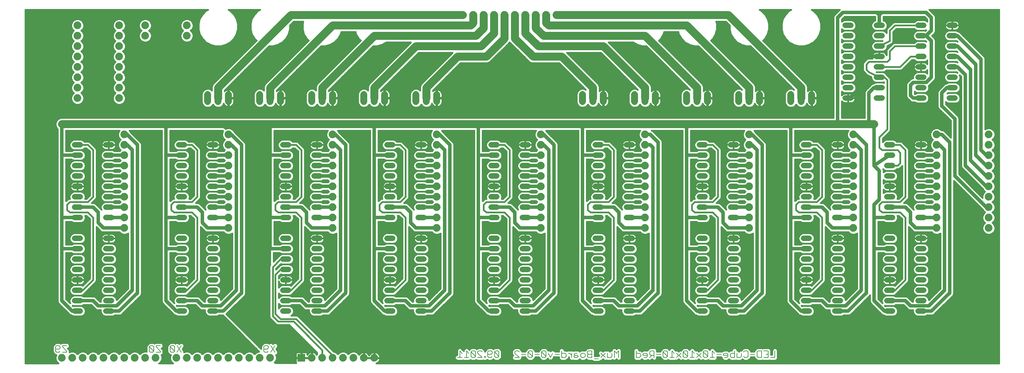
<source format=gbl>
G75*
G70*
%OFA0B0*%
%FSLAX24Y24*%
%IPPOS*%
%LPD*%
%AMOC8*
5,1,8,0,0,1.08239X$1,22.5*
%
%ADD10C,0.0060*%
%ADD11C,0.0520*%
%ADD12C,0.0740*%
%ADD13C,0.0660*%
%ADD14R,0.0740X0.0740*%
%ADD15C,0.0320*%
%ADD16C,0.0760*%
%ADD17C,0.0160*%
%ADD18C,0.0650*%
D10*
X003580Y002191D02*
X003687Y002084D01*
X003900Y002084D01*
X004007Y002191D01*
X003900Y002405D02*
X003580Y002405D01*
X003580Y002618D02*
X003580Y002191D01*
X003900Y002405D02*
X004007Y002511D01*
X004007Y002618D01*
X003900Y002725D01*
X003687Y002725D01*
X003580Y002618D01*
X004224Y002618D02*
X004651Y002191D01*
X004651Y002084D01*
X004224Y002084D01*
X004224Y002618D02*
X004224Y002725D01*
X004651Y002725D01*
X012580Y002618D02*
X013007Y002191D01*
X012900Y002084D01*
X012687Y002084D01*
X012580Y002191D01*
X012580Y002618D01*
X012687Y002725D01*
X012900Y002725D01*
X013007Y002618D01*
X013007Y002191D01*
X013224Y002084D02*
X013651Y002084D01*
X013651Y002191D01*
X013224Y002618D01*
X013224Y002725D01*
X013651Y002725D01*
X014580Y002618D02*
X015007Y002191D01*
X014900Y002084D01*
X014687Y002084D01*
X014580Y002191D01*
X014580Y002618D01*
X014687Y002725D01*
X014900Y002725D01*
X015007Y002618D01*
X015007Y002191D01*
X015224Y002084D02*
X015651Y002725D01*
X015224Y002725D02*
X015651Y002084D01*
X023580Y002191D02*
X023687Y002084D01*
X023900Y002084D01*
X024007Y002191D01*
X023900Y002405D02*
X023580Y002405D01*
X023580Y002618D02*
X023580Y002191D01*
X023900Y002405D02*
X024007Y002511D01*
X024007Y002618D01*
X023900Y002725D01*
X023687Y002725D01*
X023580Y002618D01*
X024224Y002725D02*
X024651Y002084D01*
X024224Y002084D02*
X024651Y002725D01*
X042180Y001584D02*
X042607Y001584D01*
X042393Y001584D02*
X042393Y002225D01*
X042607Y002011D01*
X042824Y001584D02*
X043251Y001584D01*
X043038Y001584D02*
X043038Y002225D01*
X043251Y002011D01*
X043469Y002118D02*
X043896Y001691D01*
X043789Y001584D01*
X043575Y001584D01*
X043469Y001691D01*
X043469Y002118D01*
X043575Y002225D01*
X043789Y002225D01*
X043896Y002118D01*
X043896Y001691D01*
X044113Y001584D02*
X044540Y001584D01*
X044113Y002011D01*
X044113Y002118D01*
X044220Y002225D01*
X044433Y002225D01*
X044540Y002118D01*
X044756Y001691D02*
X044756Y001584D01*
X044862Y001584D01*
X044862Y001691D01*
X044756Y001691D01*
X045080Y001691D02*
X045080Y002118D01*
X045187Y002225D01*
X045400Y002225D01*
X045507Y002118D01*
X045507Y002011D01*
X045400Y001905D01*
X045080Y001905D01*
X045080Y001691D02*
X045187Y001584D01*
X045400Y001584D01*
X045507Y001691D01*
X045724Y001691D02*
X045724Y002118D01*
X046151Y001691D01*
X046045Y001584D01*
X045831Y001584D01*
X045724Y001691D01*
X045724Y002118D02*
X045831Y002225D01*
X046045Y002225D01*
X046151Y002118D01*
X046151Y001691D01*
X047664Y001584D02*
X048091Y001584D01*
X047664Y002011D01*
X047664Y002118D01*
X047771Y002225D01*
X047984Y002225D01*
X048091Y002118D01*
X048308Y001905D02*
X048735Y001905D01*
X048953Y002118D02*
X049380Y001691D01*
X049273Y001584D01*
X049060Y001584D01*
X048953Y001691D01*
X048953Y002118D01*
X049060Y002225D01*
X049273Y002225D01*
X049380Y002118D01*
X049380Y001691D01*
X049598Y001905D02*
X050025Y001905D01*
X050242Y002118D02*
X050669Y001691D01*
X050562Y001584D01*
X050349Y001584D01*
X050242Y001691D01*
X050242Y002118D01*
X050349Y002225D01*
X050562Y002225D01*
X050669Y002118D01*
X050669Y001691D01*
X050887Y002011D02*
X051100Y001584D01*
X051314Y002011D01*
X051531Y001905D02*
X051958Y001905D01*
X052176Y002011D02*
X052496Y002011D01*
X052603Y001905D01*
X052603Y001691D01*
X052496Y001584D01*
X052176Y001584D01*
X052176Y002225D01*
X052819Y002011D02*
X052926Y002011D01*
X053140Y001798D01*
X053140Y002011D02*
X053140Y001584D01*
X053357Y001584D02*
X053678Y001584D01*
X053784Y001691D01*
X053678Y001798D01*
X053357Y001798D01*
X053357Y001905D02*
X053357Y001584D01*
X053357Y001905D02*
X053464Y002011D01*
X053678Y002011D01*
X054002Y001905D02*
X054109Y002011D01*
X054322Y002011D01*
X054429Y001905D01*
X054429Y001691D01*
X054322Y001584D01*
X054109Y001584D01*
X054002Y001691D01*
X054002Y001905D01*
X054646Y002011D02*
X054753Y001905D01*
X055073Y001905D01*
X055073Y002225D02*
X054753Y002225D01*
X054646Y002118D01*
X054646Y002011D01*
X054753Y001905D02*
X054646Y001798D01*
X054646Y001691D01*
X054753Y001584D01*
X055073Y001584D01*
X055073Y002225D01*
X055935Y002011D02*
X056362Y001584D01*
X056580Y001584D02*
X056580Y002011D01*
X056362Y002011D02*
X055935Y001584D01*
X055718Y001478D02*
X055291Y001478D01*
X056580Y001584D02*
X056900Y001584D01*
X057007Y001691D01*
X057007Y002011D01*
X057224Y002225D02*
X057438Y002011D01*
X057651Y002225D01*
X057651Y001584D01*
X057224Y001584D02*
X057224Y002225D01*
X059334Y002225D02*
X059334Y001584D01*
X059654Y001584D01*
X059761Y001691D01*
X059761Y001905D01*
X059654Y002011D01*
X059334Y002011D01*
X059978Y001905D02*
X059978Y001798D01*
X060405Y001798D01*
X060405Y001691D02*
X060405Y001905D01*
X060299Y002011D01*
X060085Y002011D01*
X059978Y001905D01*
X060085Y001584D02*
X060299Y001584D01*
X060405Y001691D01*
X060623Y001584D02*
X060836Y001798D01*
X060730Y001798D02*
X061050Y001798D01*
X061050Y001584D02*
X061050Y002225D01*
X060730Y002225D01*
X060623Y002118D01*
X060623Y001905D01*
X060730Y001798D01*
X061267Y001905D02*
X061694Y001905D01*
X061912Y002118D02*
X062339Y001691D01*
X062232Y001584D01*
X062019Y001584D01*
X061912Y001691D01*
X061912Y002118D01*
X062019Y002225D01*
X062232Y002225D01*
X062339Y002118D01*
X062339Y001691D01*
X062556Y001584D02*
X062984Y001584D01*
X062770Y001584D02*
X062770Y002225D01*
X062984Y002011D01*
X063201Y002011D02*
X063628Y001584D01*
X063846Y001691D02*
X063952Y001584D01*
X064166Y001584D01*
X064273Y001691D01*
X063846Y002118D01*
X063846Y001691D01*
X063628Y002011D02*
X063201Y001584D01*
X063846Y002118D02*
X063952Y002225D01*
X064166Y002225D01*
X064273Y002118D01*
X064273Y001691D01*
X064490Y001584D02*
X064917Y001584D01*
X064704Y001584D02*
X064704Y002225D01*
X064917Y002011D01*
X065135Y002011D02*
X065562Y001584D01*
X065779Y001691D02*
X065886Y001584D01*
X066099Y001584D01*
X066206Y001691D01*
X065779Y002118D01*
X065779Y001691D01*
X065562Y002011D02*
X065135Y001584D01*
X065779Y002118D02*
X065886Y002225D01*
X066099Y002225D01*
X066206Y002118D01*
X066206Y001691D01*
X066424Y001584D02*
X066851Y001584D01*
X066637Y001584D02*
X066637Y002225D01*
X066851Y002011D01*
X067068Y001905D02*
X067495Y001905D01*
X067713Y001905D02*
X067713Y001798D01*
X068140Y001798D01*
X068140Y001691D02*
X068140Y001905D01*
X068033Y002011D01*
X067819Y002011D01*
X067713Y001905D01*
X067819Y001584D02*
X068033Y001584D01*
X068140Y001691D01*
X068357Y001691D02*
X068357Y001905D01*
X068464Y002011D01*
X068784Y002011D01*
X068784Y002225D02*
X068784Y001584D01*
X068464Y001584D01*
X068357Y001691D01*
X069002Y001584D02*
X069002Y002011D01*
X069002Y001584D02*
X069322Y001584D01*
X069429Y001691D01*
X069429Y002011D01*
X069646Y002118D02*
X069753Y002225D01*
X069967Y002225D01*
X070073Y002118D01*
X070073Y001691D01*
X069967Y001584D01*
X069753Y001584D01*
X069646Y001691D01*
X070291Y001905D02*
X070718Y001905D01*
X070935Y002118D02*
X071042Y002225D01*
X071362Y002225D01*
X071362Y001584D01*
X071042Y001584D01*
X070935Y001691D01*
X070935Y002118D01*
X071580Y002225D02*
X072007Y002225D01*
X072007Y001584D01*
X071580Y001584D01*
X071793Y001905D02*
X072007Y001905D01*
X072224Y001584D02*
X072651Y001584D01*
X072651Y002225D01*
D11*
X075421Y006054D02*
X075941Y006054D01*
X078421Y006054D02*
X078941Y006054D01*
X078941Y007054D02*
X078421Y007054D01*
X075941Y007054D02*
X075421Y007054D01*
X075421Y008054D02*
X075941Y008054D01*
X078421Y008054D02*
X078941Y008054D01*
X078941Y009054D02*
X078421Y009054D01*
X078421Y010054D02*
X078941Y010054D01*
X078941Y011054D02*
X078421Y011054D01*
X075941Y011054D02*
X075421Y011054D01*
X075421Y010054D02*
X075941Y010054D01*
X075941Y009054D02*
X075421Y009054D01*
X068941Y009054D02*
X068421Y009054D01*
X068421Y010054D02*
X068941Y010054D01*
X068941Y011054D02*
X068421Y011054D01*
X068421Y012054D02*
X068941Y012054D01*
X068941Y013054D02*
X068421Y013054D01*
X065941Y013054D02*
X065421Y013054D01*
X065421Y012054D02*
X065941Y012054D01*
X065941Y011054D02*
X065421Y011054D01*
X065421Y010054D02*
X065941Y010054D01*
X065941Y009054D02*
X065421Y009054D01*
X065421Y008054D02*
X065941Y008054D01*
X065941Y007054D02*
X065421Y007054D01*
X065421Y006054D02*
X065941Y006054D01*
X068421Y006054D02*
X068941Y006054D01*
X068941Y007054D02*
X068421Y007054D01*
X068421Y008054D02*
X068941Y008054D01*
X058941Y008054D02*
X058421Y008054D01*
X058421Y007054D02*
X058941Y007054D01*
X058941Y006054D02*
X058421Y006054D01*
X055941Y006054D02*
X055421Y006054D01*
X055421Y007054D02*
X055941Y007054D01*
X055941Y008054D02*
X055421Y008054D01*
X055421Y009054D02*
X055941Y009054D01*
X055941Y010054D02*
X055421Y010054D01*
X055421Y011054D02*
X055941Y011054D01*
X055941Y012054D02*
X055421Y012054D01*
X055421Y013054D02*
X055941Y013054D01*
X058421Y013054D02*
X058941Y013054D01*
X058941Y012054D02*
X058421Y012054D01*
X058421Y011054D02*
X058941Y011054D01*
X058941Y010054D02*
X058421Y010054D01*
X058421Y009054D02*
X058941Y009054D01*
X048941Y009054D02*
X048421Y009054D01*
X048421Y010054D02*
X048941Y010054D01*
X048941Y011054D02*
X048421Y011054D01*
X048421Y012054D02*
X048941Y012054D01*
X048941Y013054D02*
X048421Y013054D01*
X045941Y013054D02*
X045421Y013054D01*
X045421Y012054D02*
X045941Y012054D01*
X045941Y011054D02*
X045421Y011054D01*
X045421Y010054D02*
X045941Y010054D01*
X045941Y009054D02*
X045421Y009054D01*
X045421Y008054D02*
X045941Y008054D01*
X045941Y007054D02*
X045421Y007054D01*
X045421Y006054D02*
X045941Y006054D01*
X048421Y006054D02*
X048941Y006054D01*
X048941Y007054D02*
X048421Y007054D01*
X048421Y008054D02*
X048941Y008054D01*
X038941Y008054D02*
X038421Y008054D01*
X038421Y007054D02*
X038941Y007054D01*
X038941Y006054D02*
X038421Y006054D01*
X035941Y006054D02*
X035421Y006054D01*
X035421Y007054D02*
X035941Y007054D01*
X035941Y008054D02*
X035421Y008054D01*
X035421Y009054D02*
X035941Y009054D01*
X035941Y010054D02*
X035421Y010054D01*
X035421Y011054D02*
X035941Y011054D01*
X035941Y012054D02*
X035421Y012054D01*
X035421Y013054D02*
X035941Y013054D01*
X038421Y013054D02*
X038941Y013054D01*
X038941Y012054D02*
X038421Y012054D01*
X038421Y011054D02*
X038941Y011054D01*
X038941Y010054D02*
X038421Y010054D01*
X038421Y009054D02*
X038941Y009054D01*
X028941Y009054D02*
X028421Y009054D01*
X028421Y010054D02*
X028941Y010054D01*
X028941Y011054D02*
X028421Y011054D01*
X025941Y011054D02*
X025421Y011054D01*
X025421Y010054D02*
X025941Y010054D01*
X025941Y009054D02*
X025421Y009054D01*
X025421Y008054D02*
X025941Y008054D01*
X028421Y008054D02*
X028941Y008054D01*
X028941Y007054D02*
X028421Y007054D01*
X025941Y007054D02*
X025421Y007054D01*
X025421Y006054D02*
X025941Y006054D01*
X028421Y006054D02*
X028941Y006054D01*
X018941Y006054D02*
X018421Y006054D01*
X018421Y007054D02*
X018941Y007054D01*
X018941Y008054D02*
X018421Y008054D01*
X018421Y009054D02*
X018941Y009054D01*
X018941Y010054D02*
X018421Y010054D01*
X018421Y011054D02*
X018941Y011054D01*
X018941Y012054D02*
X018421Y012054D01*
X018421Y013054D02*
X018941Y013054D01*
X015941Y013054D02*
X015421Y013054D01*
X015421Y012054D02*
X015941Y012054D01*
X015941Y011054D02*
X015421Y011054D01*
X015421Y010054D02*
X015941Y010054D01*
X015941Y009054D02*
X015421Y009054D01*
X015421Y008054D02*
X015941Y008054D01*
X015941Y007054D02*
X015421Y007054D01*
X015421Y006054D02*
X015941Y006054D01*
X008941Y006054D02*
X008421Y006054D01*
X005941Y006054D02*
X005421Y006054D01*
X005421Y007054D02*
X005941Y007054D01*
X008421Y007054D02*
X008941Y007054D01*
X008941Y008054D02*
X008421Y008054D01*
X005941Y008054D02*
X005421Y008054D01*
X005421Y009054D02*
X005941Y009054D01*
X005941Y010054D02*
X005421Y010054D01*
X005421Y011054D02*
X005941Y011054D01*
X008421Y011054D02*
X008941Y011054D01*
X008941Y010054D02*
X008421Y010054D01*
X008421Y009054D02*
X008941Y009054D01*
X008941Y012054D02*
X008421Y012054D01*
X005941Y012054D02*
X005421Y012054D01*
X005421Y013054D02*
X005941Y013054D01*
X008421Y013054D02*
X008941Y013054D01*
X008941Y015054D02*
X008421Y015054D01*
X005941Y015054D02*
X005421Y015054D01*
X005421Y016054D02*
X005941Y016054D01*
X008421Y016054D02*
X008941Y016054D01*
X008941Y017054D02*
X008421Y017054D01*
X005941Y017054D02*
X005421Y017054D01*
X005421Y018054D02*
X005941Y018054D01*
X005941Y019054D02*
X005421Y019054D01*
X005421Y020054D02*
X005941Y020054D01*
X008421Y020054D02*
X008941Y020054D01*
X008941Y019054D02*
X008421Y019054D01*
X008421Y018054D02*
X008941Y018054D01*
X015421Y018054D02*
X015941Y018054D01*
X015941Y019054D02*
X015421Y019054D01*
X015421Y020054D02*
X015941Y020054D01*
X015941Y021054D02*
X015421Y021054D01*
X015421Y022054D02*
X015941Y022054D01*
X018421Y022054D02*
X018941Y022054D01*
X018941Y021054D02*
X018421Y021054D01*
X018421Y020054D02*
X018941Y020054D01*
X018941Y019054D02*
X018421Y019054D01*
X018421Y018054D02*
X018941Y018054D01*
X018941Y017054D02*
X018421Y017054D01*
X018421Y016054D02*
X018941Y016054D01*
X018941Y015054D02*
X018421Y015054D01*
X015941Y015054D02*
X015421Y015054D01*
X015421Y016054D02*
X015941Y016054D01*
X015941Y017054D02*
X015421Y017054D01*
X025421Y017054D02*
X025941Y017054D01*
X028421Y017054D02*
X028941Y017054D01*
X028941Y016054D02*
X028421Y016054D01*
X025941Y016054D02*
X025421Y016054D01*
X025421Y015054D02*
X025941Y015054D01*
X028421Y015054D02*
X028941Y015054D01*
X028941Y013054D02*
X028421Y013054D01*
X025941Y013054D02*
X025421Y013054D01*
X025421Y012054D02*
X025941Y012054D01*
X028421Y012054D02*
X028941Y012054D01*
X035421Y015054D02*
X035941Y015054D01*
X035941Y016054D02*
X035421Y016054D01*
X035421Y017054D02*
X035941Y017054D01*
X035941Y018054D02*
X035421Y018054D01*
X035421Y019054D02*
X035941Y019054D01*
X035941Y020054D02*
X035421Y020054D01*
X035421Y021054D02*
X035941Y021054D01*
X035941Y022054D02*
X035421Y022054D01*
X038421Y022054D02*
X038941Y022054D01*
X038941Y021054D02*
X038421Y021054D01*
X038421Y020054D02*
X038941Y020054D01*
X038941Y019054D02*
X038421Y019054D01*
X038421Y018054D02*
X038941Y018054D01*
X038941Y017054D02*
X038421Y017054D01*
X038421Y016054D02*
X038941Y016054D01*
X038941Y015054D02*
X038421Y015054D01*
X045421Y015054D02*
X045941Y015054D01*
X045941Y016054D02*
X045421Y016054D01*
X045421Y017054D02*
X045941Y017054D01*
X045941Y018054D02*
X045421Y018054D01*
X045421Y019054D02*
X045941Y019054D01*
X045941Y020054D02*
X045421Y020054D01*
X045421Y021054D02*
X045941Y021054D01*
X045941Y022054D02*
X045421Y022054D01*
X048421Y022054D02*
X048941Y022054D01*
X048941Y021054D02*
X048421Y021054D01*
X048421Y020054D02*
X048941Y020054D01*
X048941Y019054D02*
X048421Y019054D01*
X048421Y018054D02*
X048941Y018054D01*
X048941Y017054D02*
X048421Y017054D01*
X048421Y016054D02*
X048941Y016054D01*
X048941Y015054D02*
X048421Y015054D01*
X055421Y015054D02*
X055941Y015054D01*
X055941Y016054D02*
X055421Y016054D01*
X055421Y017054D02*
X055941Y017054D01*
X055941Y018054D02*
X055421Y018054D01*
X055421Y019054D02*
X055941Y019054D01*
X055941Y020054D02*
X055421Y020054D01*
X055421Y021054D02*
X055941Y021054D01*
X055941Y022054D02*
X055421Y022054D01*
X058421Y022054D02*
X058941Y022054D01*
X058941Y021054D02*
X058421Y021054D01*
X058421Y020054D02*
X058941Y020054D01*
X058941Y019054D02*
X058421Y019054D01*
X058421Y018054D02*
X058941Y018054D01*
X058941Y017054D02*
X058421Y017054D01*
X058421Y016054D02*
X058941Y016054D01*
X058941Y015054D02*
X058421Y015054D01*
X065421Y015054D02*
X065941Y015054D01*
X065941Y016054D02*
X065421Y016054D01*
X065421Y017054D02*
X065941Y017054D01*
X065941Y018054D02*
X065421Y018054D01*
X065421Y019054D02*
X065941Y019054D01*
X065941Y020054D02*
X065421Y020054D01*
X065421Y021054D02*
X065941Y021054D01*
X065941Y022054D02*
X065421Y022054D01*
X068421Y022054D02*
X068941Y022054D01*
X068941Y021054D02*
X068421Y021054D01*
X068421Y020054D02*
X068941Y020054D01*
X068941Y019054D02*
X068421Y019054D01*
X068421Y018054D02*
X068941Y018054D01*
X068941Y017054D02*
X068421Y017054D01*
X068421Y016054D02*
X068941Y016054D01*
X068941Y015054D02*
X068421Y015054D01*
X075421Y015054D02*
X075941Y015054D01*
X078421Y015054D02*
X078941Y015054D01*
X078941Y016054D02*
X078421Y016054D01*
X075941Y016054D02*
X075421Y016054D01*
X075421Y017054D02*
X075941Y017054D01*
X078421Y017054D02*
X078941Y017054D01*
X078941Y018054D02*
X078421Y018054D01*
X078421Y019054D02*
X078941Y019054D01*
X078941Y020054D02*
X078421Y020054D01*
X075941Y020054D02*
X075421Y020054D01*
X075421Y019054D02*
X075941Y019054D01*
X075941Y018054D02*
X075421Y018054D01*
X075421Y021054D02*
X075941Y021054D01*
X078421Y021054D02*
X078941Y021054D01*
X078941Y022054D02*
X078421Y022054D01*
X075941Y022054D02*
X075421Y022054D01*
X083421Y022054D02*
X083941Y022054D01*
X083941Y021054D02*
X083421Y021054D01*
X083421Y020054D02*
X083941Y020054D01*
X083941Y019054D02*
X083421Y019054D01*
X083421Y018054D02*
X083941Y018054D01*
X083941Y017054D02*
X083421Y017054D01*
X083421Y016054D02*
X083941Y016054D01*
X083941Y015054D02*
X083421Y015054D01*
X086421Y015054D02*
X086941Y015054D01*
X086941Y016054D02*
X086421Y016054D01*
X086421Y017054D02*
X086941Y017054D01*
X086941Y018054D02*
X086421Y018054D01*
X086421Y019054D02*
X086941Y019054D01*
X086941Y020054D02*
X086421Y020054D01*
X086421Y021054D02*
X086941Y021054D01*
X086941Y022054D02*
X086421Y022054D01*
X086421Y026554D02*
X086941Y026554D01*
X086941Y027554D02*
X086421Y027554D01*
X086421Y028554D02*
X086941Y028554D01*
X086941Y029554D02*
X086421Y029554D01*
X086421Y030554D02*
X086941Y030554D01*
X086941Y031554D02*
X086421Y031554D01*
X086421Y032554D02*
X086941Y032554D01*
X086941Y033554D02*
X086421Y033554D01*
X089421Y033554D02*
X089941Y033554D01*
X089941Y032554D02*
X089421Y032554D01*
X089421Y031554D02*
X089941Y031554D01*
X089941Y030554D02*
X089421Y030554D01*
X089421Y029554D02*
X089941Y029554D01*
X089941Y028554D02*
X089421Y028554D01*
X089421Y027554D02*
X089941Y027554D01*
X089941Y026554D02*
X089421Y026554D01*
X082941Y026554D02*
X082421Y026554D01*
X079941Y026554D02*
X079421Y026554D01*
X079421Y027554D02*
X079941Y027554D01*
X082421Y027554D02*
X082941Y027554D01*
X082941Y028554D02*
X082421Y028554D01*
X082421Y029554D02*
X082941Y029554D01*
X082941Y030554D02*
X082421Y030554D01*
X079941Y030554D02*
X079421Y030554D01*
X079421Y029554D02*
X079941Y029554D01*
X079941Y028554D02*
X079421Y028554D01*
X079421Y031554D02*
X079941Y031554D01*
X082421Y031554D02*
X082941Y031554D01*
X082941Y032554D02*
X082421Y032554D01*
X079941Y032554D02*
X079421Y032554D01*
X079421Y033554D02*
X079941Y033554D01*
X082421Y033554D02*
X082941Y033554D01*
X083421Y013054D02*
X083941Y013054D01*
X083941Y012054D02*
X083421Y012054D01*
X083421Y011054D02*
X083941Y011054D01*
X083941Y010054D02*
X083421Y010054D01*
X083421Y009054D02*
X083941Y009054D01*
X083941Y008054D02*
X083421Y008054D01*
X083421Y007054D02*
X083941Y007054D01*
X083941Y006054D02*
X083421Y006054D01*
X086421Y006054D02*
X086941Y006054D01*
X086941Y007054D02*
X086421Y007054D01*
X086421Y008054D02*
X086941Y008054D01*
X086941Y009054D02*
X086421Y009054D01*
X086421Y010054D02*
X086941Y010054D01*
X086941Y011054D02*
X086421Y011054D01*
X086421Y012054D02*
X086941Y012054D01*
X086941Y013054D02*
X086421Y013054D01*
X078941Y013054D02*
X078421Y013054D01*
X075941Y013054D02*
X075421Y013054D01*
X075421Y012054D02*
X075941Y012054D01*
X078421Y012054D02*
X078941Y012054D01*
X028941Y018054D02*
X028421Y018054D01*
X028421Y019054D02*
X028941Y019054D01*
X028941Y020054D02*
X028421Y020054D01*
X025941Y020054D02*
X025421Y020054D01*
X025421Y019054D02*
X025941Y019054D01*
X025941Y018054D02*
X025421Y018054D01*
X025421Y021054D02*
X025941Y021054D01*
X028421Y021054D02*
X028941Y021054D01*
X028941Y022054D02*
X028421Y022054D01*
X025941Y022054D02*
X025421Y022054D01*
X008941Y022054D02*
X008421Y022054D01*
X005941Y022054D02*
X005421Y022054D01*
X005421Y021054D02*
X005941Y021054D01*
X008421Y021054D02*
X008941Y021054D01*
D12*
X010181Y021054D03*
X010181Y020054D03*
X010181Y019054D03*
X010181Y018054D03*
X010181Y017054D03*
X010181Y016054D03*
X010181Y015054D03*
X010181Y014054D03*
X020181Y014054D03*
X020181Y015054D03*
X020181Y016054D03*
X020181Y017054D03*
X020181Y018054D03*
X020181Y019054D03*
X020181Y020054D03*
X020181Y021054D03*
X020181Y022054D03*
X020181Y023054D03*
X030181Y023054D03*
X030181Y022054D03*
X030181Y021054D03*
X030181Y020054D03*
X030181Y019054D03*
X030181Y018054D03*
X030181Y017054D03*
X030181Y016054D03*
X030181Y015054D03*
X030181Y014054D03*
X040181Y014054D03*
X040181Y015054D03*
X040181Y016054D03*
X040181Y017054D03*
X040181Y018054D03*
X040181Y019054D03*
X040181Y020054D03*
X040181Y021054D03*
X040181Y022054D03*
X040181Y023054D03*
X050181Y023054D03*
X050181Y022054D03*
X050181Y021054D03*
X050181Y020054D03*
X050181Y019054D03*
X050181Y018054D03*
X050181Y017054D03*
X050181Y016054D03*
X050181Y015054D03*
X050181Y014054D03*
X060181Y014054D03*
X060181Y015054D03*
X060181Y016054D03*
X060181Y017054D03*
X060181Y018054D03*
X060181Y019054D03*
X060181Y020054D03*
X060181Y021054D03*
X060181Y022054D03*
X060181Y023054D03*
X070181Y023054D03*
X070181Y022054D03*
X070181Y021054D03*
X070181Y020054D03*
X070181Y019054D03*
X070181Y018054D03*
X070181Y017054D03*
X070181Y016054D03*
X070181Y015054D03*
X070181Y014054D03*
X080181Y014054D03*
X080181Y015054D03*
X080181Y016054D03*
X080181Y017054D03*
X080181Y018054D03*
X080181Y019054D03*
X080181Y020054D03*
X080181Y021054D03*
X080181Y022054D03*
X080181Y023054D03*
X088181Y023054D03*
X088181Y022054D03*
X088181Y021054D03*
X088181Y020054D03*
X088181Y019054D03*
X088181Y018054D03*
X088181Y017054D03*
X088181Y016054D03*
X088181Y015054D03*
X088181Y014054D03*
X093181Y014054D03*
X093181Y015054D03*
X093181Y016054D03*
X093181Y017054D03*
X093181Y018054D03*
X093181Y019054D03*
X093181Y020054D03*
X093181Y021054D03*
X093181Y022054D03*
X093181Y023054D03*
X051681Y034554D03*
X050681Y034554D03*
X049681Y034554D03*
X048681Y034554D03*
X047681Y034554D03*
X046681Y034554D03*
X045681Y034554D03*
X044681Y034554D03*
X043681Y034554D03*
X042681Y034554D03*
X016181Y033554D03*
X016181Y032554D03*
X012181Y032554D03*
X009681Y032554D03*
X009681Y031554D03*
X009681Y030554D03*
X009681Y029554D03*
X009681Y028554D03*
X009681Y027554D03*
X009681Y026554D03*
X005681Y026554D03*
X005681Y027554D03*
X005681Y028554D03*
X005681Y029554D03*
X005681Y030554D03*
X005681Y031554D03*
X005681Y032554D03*
X005681Y033554D03*
X009681Y033554D03*
X012181Y033554D03*
X010181Y023054D03*
X010181Y022054D03*
X010181Y001554D03*
X009181Y001554D03*
X008181Y001554D03*
X007181Y001554D03*
X006181Y001554D03*
X005181Y001554D03*
X004181Y001554D03*
X011181Y001554D03*
X012181Y001554D03*
X013181Y001554D03*
X015181Y001554D03*
X016181Y001554D03*
X017181Y001554D03*
X018181Y001554D03*
X019181Y001554D03*
X020181Y001554D03*
X021181Y001554D03*
X022181Y001554D03*
X023181Y001554D03*
X024181Y001554D03*
X028181Y001554D03*
X029181Y001554D03*
X030181Y001554D03*
X031181Y001554D03*
X032181Y001554D03*
X033181Y001554D03*
X034181Y001554D03*
D13*
X034181Y026224D02*
X034181Y026884D01*
X035181Y026884D02*
X035181Y026224D01*
X033181Y026224D02*
X033181Y026884D01*
X030181Y026884D02*
X030181Y026224D01*
X029181Y026224D02*
X029181Y026884D01*
X028181Y026884D02*
X028181Y026224D01*
X025181Y026224D02*
X025181Y026884D01*
X024181Y026884D02*
X024181Y026224D01*
X023181Y026224D02*
X023181Y026884D01*
X020181Y026884D02*
X020181Y026224D01*
X019181Y026224D02*
X019181Y026884D01*
X018181Y026884D02*
X018181Y026224D01*
X038181Y026224D02*
X038181Y026884D01*
X039181Y026884D02*
X039181Y026224D01*
X040181Y026224D02*
X040181Y026884D01*
X054181Y026884D02*
X054181Y026224D01*
X055181Y026224D02*
X055181Y026884D01*
X056181Y026884D02*
X056181Y026224D01*
X059181Y026224D02*
X059181Y026884D01*
X060181Y026884D02*
X060181Y026224D01*
X061181Y026224D02*
X061181Y026884D01*
X064181Y026884D02*
X064181Y026224D01*
X065181Y026224D02*
X065181Y026884D01*
X066181Y026884D02*
X066181Y026224D01*
X069181Y026224D02*
X069181Y026884D01*
X070181Y026884D02*
X070181Y026224D01*
X071181Y026224D02*
X071181Y026884D01*
X074181Y026884D02*
X074181Y026224D01*
X075181Y026224D02*
X075181Y026884D01*
X076181Y026884D02*
X076181Y026224D01*
D14*
X027181Y001554D03*
D15*
X028681Y006054D02*
X029681Y006054D01*
X031431Y007804D01*
X031431Y022054D01*
X030431Y023054D01*
X030181Y023054D01*
X030181Y022054D02*
X030431Y022054D01*
X030931Y021554D01*
X030931Y008054D01*
X029431Y006554D01*
X027681Y006554D01*
X027181Y007054D01*
X025681Y007054D01*
X021431Y007804D02*
X021431Y022054D01*
X020431Y023054D01*
X020181Y023054D01*
X020181Y022054D02*
X020431Y022054D01*
X020931Y021554D01*
X020931Y008054D01*
X019431Y006554D01*
X017681Y006554D01*
X017181Y007054D01*
X015681Y007054D01*
X015181Y006054D02*
X014181Y007054D01*
X014181Y012054D01*
X014181Y015054D01*
X015681Y015054D01*
X014181Y015054D02*
X014181Y021054D01*
X014181Y024054D01*
X011431Y022054D02*
X010431Y023054D01*
X010181Y023054D01*
X010181Y022054D02*
X010431Y022054D01*
X010931Y021554D01*
X010931Y008054D01*
X009431Y006554D01*
X007681Y006554D01*
X007181Y007054D01*
X005681Y007054D01*
X005181Y006054D02*
X004181Y007054D01*
X004181Y012054D01*
X004181Y015054D01*
X005681Y015054D01*
X004181Y015054D02*
X004181Y021054D01*
X004181Y024054D01*
X004181Y021054D02*
X005681Y021054D01*
X008681Y021054D02*
X010181Y021054D01*
X010181Y020054D02*
X008681Y020054D01*
X008681Y019054D02*
X010181Y019054D01*
X010181Y018054D02*
X008681Y018054D01*
X008681Y017054D02*
X010181Y017054D01*
X010181Y016054D02*
X008681Y016054D01*
X007681Y015554D02*
X007681Y014554D01*
X008181Y014054D01*
X010181Y014054D01*
X010181Y015054D02*
X008681Y015054D01*
X007681Y015554D02*
X007181Y016054D01*
X005681Y016054D01*
X005681Y012054D02*
X004181Y012054D01*
X014181Y012054D02*
X015681Y012054D01*
X017681Y014554D02*
X018181Y014054D01*
X020181Y014054D01*
X020181Y015054D02*
X018681Y015054D01*
X017681Y015554D02*
X017681Y014554D01*
X017681Y015554D02*
X017181Y016054D01*
X015681Y016054D01*
X018681Y016054D02*
X020181Y016054D01*
X020181Y017054D02*
X018681Y017054D01*
X018681Y018054D02*
X020181Y018054D01*
X020181Y019054D02*
X018681Y019054D01*
X018681Y020054D02*
X020181Y020054D01*
X020181Y021054D02*
X018681Y021054D01*
X015681Y021054D02*
X014181Y021054D01*
X011431Y022054D02*
X011431Y007804D01*
X009681Y006054D01*
X008681Y006054D01*
X005681Y006054D02*
X005181Y006054D01*
X015181Y006054D02*
X015681Y006054D01*
X018681Y006054D02*
X019681Y006054D01*
X021431Y007804D01*
X024181Y012054D02*
X024181Y015054D01*
X025681Y015054D01*
X024181Y015054D02*
X024181Y021054D01*
X024181Y024054D01*
X024181Y021054D02*
X025681Y021054D01*
X028681Y021054D02*
X030181Y021054D01*
X030181Y020054D02*
X028681Y020054D01*
X028681Y019054D02*
X030181Y019054D01*
X030181Y018054D02*
X028681Y018054D01*
X028681Y017054D02*
X030181Y017054D01*
X030181Y016054D02*
X028681Y016054D01*
X027681Y015554D02*
X027681Y014554D01*
X028181Y014054D01*
X030181Y014054D01*
X030181Y015054D02*
X028681Y015054D01*
X027681Y015554D02*
X027181Y016054D01*
X025681Y016054D01*
X034181Y015054D02*
X034181Y012054D01*
X034181Y007054D01*
X035181Y006054D01*
X035681Y006054D01*
X037181Y007054D02*
X037681Y006554D01*
X039431Y006554D01*
X040931Y008054D01*
X040931Y021554D01*
X040431Y022054D01*
X040181Y022054D01*
X040431Y023054D02*
X041431Y022054D01*
X041431Y007804D01*
X039681Y006054D01*
X038681Y006054D01*
X037181Y007054D02*
X035681Y007054D01*
X044181Y007054D02*
X044181Y012054D01*
X044181Y015054D01*
X045681Y015054D01*
X044181Y015054D02*
X044181Y021054D01*
X044181Y024054D01*
X040431Y023054D02*
X040181Y023054D01*
X040181Y021054D02*
X038681Y021054D01*
X038681Y020054D02*
X040181Y020054D01*
X040181Y019054D02*
X038681Y019054D01*
X038681Y018054D02*
X040181Y018054D01*
X040181Y017054D02*
X038681Y017054D01*
X038681Y016054D02*
X040181Y016054D01*
X040181Y015054D02*
X038681Y015054D01*
X037681Y014554D02*
X038181Y014054D01*
X040181Y014054D01*
X037681Y014554D02*
X037681Y015554D01*
X037181Y016054D01*
X035681Y016054D01*
X035681Y015054D02*
X034181Y015054D01*
X034181Y021054D01*
X034181Y024054D01*
X034181Y021054D02*
X035681Y021054D01*
X044181Y021054D02*
X045681Y021054D01*
X048681Y021054D02*
X050181Y021054D01*
X050931Y021554D02*
X050431Y022054D01*
X050181Y022054D01*
X050931Y021554D02*
X050931Y008054D01*
X049431Y006554D01*
X047681Y006554D01*
X047181Y007054D01*
X045681Y007054D01*
X045181Y006054D02*
X044181Y007054D01*
X045181Y006054D02*
X045681Y006054D01*
X048681Y006054D02*
X049681Y006054D01*
X051431Y007804D01*
X051431Y022054D01*
X050431Y023054D01*
X050181Y023054D01*
X054181Y024054D02*
X054181Y021054D01*
X055681Y021054D01*
X054181Y021054D02*
X054181Y015054D01*
X055681Y015054D01*
X054181Y015054D02*
X054181Y012054D01*
X055681Y012054D01*
X054181Y012054D02*
X054181Y007054D01*
X055181Y006054D01*
X055681Y006054D01*
X057181Y007054D02*
X057681Y006554D01*
X059431Y006554D01*
X060931Y008054D01*
X060931Y021804D01*
X060681Y022054D01*
X060181Y022054D01*
X060681Y023054D02*
X061431Y022304D01*
X061431Y007804D01*
X059681Y006054D01*
X058681Y006054D01*
X057181Y007054D02*
X055681Y007054D01*
X064181Y007054D02*
X064181Y012054D01*
X064181Y015054D01*
X065681Y015054D01*
X064181Y015054D02*
X064181Y021054D01*
X064181Y024054D01*
X060681Y023054D02*
X060181Y023054D01*
X060181Y021054D02*
X058681Y021054D01*
X058681Y020054D02*
X060181Y020054D01*
X060181Y019054D02*
X058681Y019054D01*
X058681Y018054D02*
X060181Y018054D01*
X060181Y017054D02*
X058681Y017054D01*
X058681Y016054D02*
X060181Y016054D01*
X060181Y015054D02*
X058681Y015054D01*
X057681Y014554D02*
X058181Y014054D01*
X060181Y014054D01*
X057681Y014554D02*
X057681Y015554D01*
X057181Y016054D01*
X055681Y016054D01*
X050181Y016054D02*
X048681Y016054D01*
X047681Y015554D02*
X047681Y014554D01*
X048181Y014054D01*
X050181Y014054D01*
X050181Y015054D02*
X048681Y015054D01*
X047681Y015554D02*
X047181Y016054D01*
X045681Y016054D01*
X048681Y017054D02*
X050181Y017054D01*
X050181Y018054D02*
X048681Y018054D01*
X048681Y019054D02*
X050181Y019054D01*
X050181Y020054D02*
X048681Y020054D01*
X064181Y021054D02*
X065681Y021054D01*
X068681Y021054D02*
X070181Y021054D01*
X070931Y021554D02*
X070431Y022054D01*
X070181Y022054D01*
X070931Y021554D02*
X070931Y008054D01*
X069431Y006554D01*
X067681Y006554D01*
X067181Y007054D01*
X065681Y007054D01*
X065181Y006054D02*
X064181Y007054D01*
X065181Y006054D02*
X065681Y006054D01*
X068681Y006054D02*
X069681Y006054D01*
X071431Y007804D01*
X071431Y022054D01*
X070431Y023054D01*
X070181Y023054D01*
X074181Y024054D02*
X074181Y021054D01*
X074181Y015054D01*
X074181Y012054D01*
X074181Y007054D01*
X075181Y006054D01*
X075681Y006054D01*
X077181Y007054D02*
X077681Y006554D01*
X079431Y006554D01*
X080931Y008054D01*
X080931Y021554D01*
X080431Y022054D01*
X080181Y022054D01*
X080431Y023054D02*
X081431Y022054D01*
X081431Y007804D01*
X079681Y006054D01*
X078681Y006054D01*
X077181Y007054D02*
X075681Y007054D01*
X082181Y007054D02*
X082181Y012054D01*
X083681Y012054D01*
X082181Y012054D02*
X082181Y015054D01*
X082181Y016304D01*
X082681Y016804D01*
X082681Y019554D01*
X082181Y020054D01*
X083681Y021054D01*
X082181Y020054D02*
X082181Y024054D01*
X081681Y024054D02*
X081681Y027054D01*
X082181Y027554D01*
X082681Y027554D01*
X080681Y027054D02*
X079681Y026554D01*
X080681Y027054D02*
X080681Y030054D01*
X081181Y030554D01*
X082681Y030554D01*
X087181Y032554D02*
X087681Y032054D01*
X087681Y028554D01*
X087181Y028054D01*
X085931Y028054D01*
X085681Y027804D01*
X085681Y026804D01*
X085931Y026554D01*
X086681Y026554D01*
X088681Y027054D02*
X088681Y025804D01*
X089931Y024554D01*
X089931Y019054D01*
X092931Y016054D01*
X093181Y016054D01*
X093181Y018054D02*
X092931Y018054D01*
X090931Y020054D01*
X090931Y028804D01*
X090181Y029554D01*
X089681Y029554D01*
X090181Y030554D02*
X091431Y029304D01*
X091431Y020554D01*
X092931Y019054D01*
X093181Y019054D01*
X093181Y020054D02*
X092931Y020054D01*
X091931Y021054D01*
X091931Y029804D01*
X090181Y031554D01*
X089681Y031554D01*
X089681Y030554D02*
X090181Y030554D01*
X090181Y032554D02*
X092431Y030304D01*
X092431Y021554D01*
X092931Y021054D01*
X093181Y021054D01*
X089431Y022304D02*
X089431Y007804D01*
X087681Y006054D01*
X086681Y006054D01*
X087431Y006554D02*
X085681Y006554D01*
X085181Y007054D01*
X083681Y007054D01*
X083181Y006054D02*
X082181Y007054D01*
X083181Y006054D02*
X083681Y006054D01*
X087431Y006554D02*
X088931Y008054D01*
X088931Y021554D01*
X088431Y022054D01*
X088181Y022054D01*
X088181Y023054D02*
X088681Y023054D01*
X089431Y022304D01*
X088181Y021054D02*
X086681Y021054D01*
X086681Y020054D02*
X088181Y020054D01*
X088181Y019054D02*
X086681Y019054D01*
X086681Y018054D02*
X088181Y018054D01*
X088181Y017054D02*
X086681Y017054D01*
X086681Y016054D02*
X088181Y016054D01*
X085681Y015554D02*
X085681Y014554D01*
X086181Y014054D01*
X088181Y014054D01*
X088181Y015054D02*
X086681Y015054D01*
X085681Y015554D02*
X085181Y016054D01*
X083681Y016054D01*
X083681Y015054D02*
X082181Y015054D01*
X080181Y015054D02*
X078681Y015054D01*
X077681Y014554D02*
X078181Y014054D01*
X080181Y014054D01*
X077681Y014554D02*
X077681Y015554D01*
X077181Y016054D01*
X075681Y016054D01*
X075681Y015054D02*
X074181Y015054D01*
X078681Y016054D02*
X080181Y016054D01*
X080181Y017054D02*
X078681Y017054D01*
X078681Y018054D02*
X080181Y018054D01*
X080181Y019054D02*
X078681Y019054D01*
X078681Y020054D02*
X080181Y020054D01*
X080181Y021054D02*
X078681Y021054D01*
X075681Y021054D02*
X074181Y021054D01*
X070181Y020054D02*
X068681Y020054D01*
X068681Y019054D02*
X070181Y019054D01*
X070181Y018054D02*
X068681Y018054D01*
X068681Y017054D02*
X070181Y017054D01*
X070181Y016054D02*
X068681Y016054D01*
X067681Y015554D02*
X067681Y014554D01*
X068181Y014054D01*
X070181Y014054D01*
X070181Y015054D02*
X068681Y015054D01*
X067681Y015554D02*
X067181Y016054D01*
X065681Y016054D01*
X065681Y012054D02*
X064181Y012054D01*
X074181Y012054D02*
X075681Y012054D01*
X080181Y023054D02*
X080431Y023054D01*
X078681Y024054D02*
X078681Y034304D01*
X079181Y034804D01*
X082431Y034804D01*
X083181Y034804D01*
X082931Y034804D01*
X082681Y034554D01*
X082681Y033554D01*
X082681Y034554D02*
X082431Y034804D01*
X083181Y034804D02*
X087181Y034804D01*
X087681Y034304D01*
X087681Y033054D01*
X087181Y032554D01*
X086681Y032554D01*
X089681Y032554D02*
X090181Y032554D01*
X089681Y027554D02*
X089181Y027554D01*
X088681Y027054D01*
X045681Y012054D02*
X044181Y012054D01*
X035681Y012054D02*
X034181Y012054D01*
X025681Y012054D02*
X024181Y012054D01*
D16*
X024181Y024054D02*
X014181Y024054D01*
X004181Y024054D01*
X019181Y026554D02*
X019181Y027554D01*
X026181Y034554D01*
X042681Y034554D01*
X043681Y034554D02*
X043681Y033804D01*
X043431Y033554D01*
X030181Y033554D01*
X024181Y027554D01*
X024181Y026554D01*
X029181Y026554D02*
X029181Y027554D01*
X034181Y032554D01*
X043931Y032554D01*
X044681Y033304D01*
X044681Y034554D01*
X045681Y034554D02*
X045681Y032804D01*
X044431Y031554D01*
X038181Y031554D01*
X034181Y027554D01*
X034181Y026554D01*
X039181Y026554D02*
X039181Y027554D01*
X042181Y030554D01*
X044931Y030554D01*
X046681Y032304D01*
X046681Y034554D01*
X047681Y034554D02*
X047681Y032304D01*
X049431Y030554D01*
X052181Y030554D01*
X055181Y027554D01*
X055181Y026554D01*
X060181Y026554D02*
X060181Y027554D01*
X056181Y031554D01*
X049931Y031554D01*
X048681Y032804D01*
X048681Y034554D01*
X049681Y034554D02*
X049681Y033304D01*
X050431Y032554D01*
X060181Y032554D01*
X065181Y027554D01*
X065181Y026554D01*
X070181Y026554D02*
X070181Y027554D01*
X064181Y033554D01*
X050931Y033554D01*
X050681Y033804D01*
X050681Y034554D01*
X051681Y034554D02*
X068181Y034554D01*
X075181Y027554D01*
X075181Y026554D01*
X074181Y024054D02*
X078681Y024054D01*
X081681Y024054D01*
X082181Y024054D01*
X074181Y024054D02*
X064181Y024054D01*
X054181Y024054D01*
X044181Y024054D01*
X034181Y024054D01*
X024181Y024054D01*
D17*
X000661Y035070D02*
X000661Y001034D01*
X003843Y001034D01*
X003836Y001037D01*
X003664Y001209D01*
X003571Y001433D01*
X003571Y001676D01*
X003629Y001816D01*
X003593Y001831D01*
X003534Y001855D01*
X003427Y001962D01*
X003427Y001962D01*
X003351Y002038D01*
X003326Y002097D01*
X003310Y002137D01*
X003310Y002137D01*
X003310Y002351D01*
X003310Y002458D01*
X003310Y002564D01*
X003310Y002672D01*
X003327Y002714D01*
X003351Y002771D01*
X003351Y002771D01*
X003354Y002774D01*
X000661Y002774D01*
X000661Y002932D02*
X003513Y002932D01*
X003531Y002951D02*
X003427Y002847D01*
X003427Y002847D01*
X003354Y002774D01*
X003310Y002615D02*
X000661Y002615D01*
X000661Y002457D02*
X003310Y002457D01*
X003310Y002298D02*
X000661Y002298D01*
X000661Y002140D02*
X003310Y002140D01*
X003408Y001981D02*
X000661Y001981D01*
X000661Y001823D02*
X003613Y001823D01*
X003571Y001664D02*
X000661Y001664D01*
X000661Y001506D02*
X003571Y001506D01*
X003607Y001347D02*
X000661Y001347D01*
X000661Y001189D02*
X003685Y001189D01*
X004921Y002107D02*
X004921Y002138D01*
X004921Y002245D01*
X004880Y002344D01*
X004873Y002352D01*
X004751Y002474D01*
X004804Y002496D01*
X004880Y002572D01*
X004921Y002671D01*
X004921Y002779D01*
X004880Y002878D01*
X004804Y002954D01*
X004705Y002995D01*
X004278Y002995D01*
X004171Y002995D01*
X004071Y002954D01*
X004062Y002944D01*
X004053Y002954D01*
X003954Y002995D01*
X003846Y002995D01*
X003633Y002995D01*
X003591Y002977D01*
X003534Y002954D01*
X003534Y002954D01*
X003531Y002951D01*
X004826Y002932D02*
X012512Y002932D01*
X012534Y002954D02*
X012427Y002847D01*
X012427Y002847D01*
X012351Y002771D01*
X012325Y002707D01*
X012310Y002672D01*
X012310Y002564D01*
X012310Y002245D01*
X012310Y002161D01*
X012303Y002164D01*
X012060Y002164D01*
X011836Y002071D01*
X011681Y001917D01*
X011527Y002071D01*
X011303Y002164D01*
X011060Y002164D01*
X010836Y002071D01*
X010681Y001917D01*
X010527Y002071D01*
X010303Y002164D01*
X010060Y002164D01*
X009836Y002071D01*
X009681Y001917D01*
X009527Y002071D01*
X009303Y002164D01*
X009060Y002164D01*
X008836Y002071D01*
X008681Y001917D01*
X008527Y002071D01*
X008303Y002164D01*
X008060Y002164D01*
X007836Y002071D01*
X007681Y001917D01*
X007527Y002071D01*
X007303Y002164D01*
X007060Y002164D01*
X006836Y002071D01*
X006681Y001917D01*
X006527Y002071D01*
X006303Y002164D01*
X006060Y002164D01*
X005836Y002071D01*
X005681Y001917D01*
X005527Y002071D01*
X005303Y002164D01*
X005060Y002164D01*
X004921Y002107D01*
X004921Y002140D02*
X005001Y002140D01*
X004899Y002298D02*
X012310Y002298D01*
X012310Y002457D02*
X004767Y002457D01*
X004898Y002615D02*
X012310Y002615D01*
X012310Y002672D02*
X012310Y002672D01*
X012354Y002774D02*
X004921Y002774D01*
X005362Y002140D02*
X006001Y002140D01*
X005746Y001981D02*
X005617Y001981D01*
X006362Y002140D02*
X007001Y002140D01*
X006746Y001981D02*
X006617Y001981D01*
X007362Y002140D02*
X008001Y002140D01*
X007746Y001981D02*
X007617Y001981D01*
X008362Y002140D02*
X009001Y002140D01*
X008746Y001981D02*
X008617Y001981D01*
X009362Y002140D02*
X010001Y002140D01*
X009746Y001981D02*
X009617Y001981D01*
X010362Y002140D02*
X011001Y002140D01*
X010746Y001981D02*
X010617Y001981D01*
X011362Y002140D02*
X012001Y002140D01*
X011746Y001981D02*
X011617Y001981D01*
X013730Y001825D02*
X013791Y001676D01*
X013791Y001433D01*
X013699Y001209D01*
X013527Y001037D01*
X013520Y001034D01*
X014843Y001034D01*
X014836Y001037D01*
X014664Y001209D01*
X014571Y001433D01*
X014571Y001676D01*
X014629Y001816D01*
X014591Y001832D01*
X014534Y001855D01*
X014534Y001855D01*
X014531Y001858D01*
X014427Y001962D01*
X014427Y001962D01*
X014354Y002035D01*
X014351Y002038D01*
X014351Y002038D01*
X014327Y002095D01*
X014310Y002137D01*
X014310Y002245D01*
X014310Y002564D01*
X014310Y002672D01*
X014310Y002672D01*
X014325Y002707D01*
X014351Y002771D01*
X014427Y002847D01*
X014427Y002847D01*
X014534Y002954D01*
X014593Y002978D01*
X014633Y002995D01*
X014633Y002995D01*
X014740Y002995D01*
X014954Y002995D01*
X015053Y002954D01*
X015064Y002943D01*
X015119Y002979D01*
X015225Y003000D01*
X015330Y002979D01*
X015419Y002919D01*
X015438Y002891D01*
X015457Y002919D01*
X015546Y002979D01*
X015651Y003000D01*
X015756Y002979D01*
X015846Y002920D01*
X015906Y002830D01*
X015927Y002725D01*
X015906Y002620D01*
X015762Y002405D01*
X015906Y002189D01*
X015922Y002107D01*
X016060Y002164D01*
X016303Y002164D01*
X016527Y002071D01*
X016681Y001917D01*
X016836Y002071D01*
X017060Y002164D01*
X017303Y002164D01*
X017527Y002071D01*
X017681Y001917D01*
X017836Y002071D01*
X018060Y002164D01*
X018303Y002164D01*
X018527Y002071D01*
X018681Y001917D01*
X018836Y002071D01*
X019060Y002164D01*
X019303Y002164D01*
X019527Y002071D01*
X019681Y001917D01*
X019836Y002071D01*
X020060Y002164D01*
X020303Y002164D01*
X020527Y002071D01*
X020681Y001917D01*
X020836Y002071D01*
X021060Y002164D01*
X021303Y002164D01*
X021527Y002071D01*
X021681Y001917D01*
X021836Y002071D01*
X022060Y002164D01*
X022303Y002164D01*
X022527Y002071D01*
X022681Y001917D01*
X022836Y002071D01*
X023060Y002164D01*
X023119Y002164D01*
X019629Y005654D01*
X019249Y005654D01*
X019225Y005630D01*
X019041Y005554D01*
X018322Y005554D01*
X018138Y005630D01*
X017998Y005771D01*
X017921Y005955D01*
X017921Y006154D01*
X017922Y006154D01*
X017602Y006154D01*
X017455Y006215D01*
X017342Y006328D01*
X017016Y006654D01*
X016248Y006654D01*
X016225Y006630D01*
X016041Y006554D01*
X015322Y006554D01*
X015269Y006532D01*
X015194Y006607D01*
X015322Y006554D01*
X016041Y006554D01*
X016225Y006478D01*
X016365Y006338D01*
X016441Y006154D01*
X016441Y005955D01*
X016365Y005771D01*
X016225Y005630D01*
X016041Y005554D01*
X015322Y005554D01*
X015138Y005630D01*
X015114Y005654D01*
X015102Y005654D01*
X014955Y005715D01*
X014842Y005828D01*
X013955Y006715D01*
X013842Y006828D01*
X013781Y006975D01*
X013781Y011975D01*
X013781Y015134D01*
X013781Y020975D01*
X013781Y023434D01*
X010664Y023434D01*
X010699Y023400D01*
X010732Y023320D01*
X010770Y023281D01*
X011770Y022281D01*
X011831Y022134D01*
X011831Y021975D01*
X011831Y007725D01*
X011770Y007578D01*
X011658Y007465D01*
X010020Y005828D01*
X009908Y005715D01*
X009761Y005654D01*
X009248Y005654D01*
X009225Y005630D01*
X009041Y005554D01*
X008322Y005554D01*
X008138Y005630D01*
X007998Y005771D01*
X007921Y005955D01*
X007921Y006154D01*
X007922Y006154D01*
X007602Y006154D01*
X007455Y006215D01*
X007342Y006328D01*
X007016Y006654D01*
X006249Y006654D01*
X006225Y006630D01*
X006041Y006554D01*
X005322Y006554D01*
X005269Y006532D01*
X005194Y006607D01*
X005322Y006554D01*
X006041Y006554D01*
X006225Y006478D01*
X006365Y006338D01*
X006441Y006154D01*
X006441Y005955D01*
X006365Y005771D01*
X006225Y005630D01*
X006041Y005554D01*
X005322Y005554D01*
X005138Y005630D01*
X005114Y005654D01*
X005102Y005654D01*
X004955Y005715D01*
X004842Y005828D01*
X003955Y006715D01*
X003842Y006828D01*
X003781Y006975D01*
X003781Y011975D01*
X003781Y015134D01*
X003781Y020975D01*
X003781Y023577D01*
X003656Y023703D01*
X003561Y023931D01*
X003561Y024178D01*
X003656Y024406D01*
X003830Y024580D01*
X004058Y024674D01*
X014058Y024674D01*
X024305Y024674D01*
X034058Y024674D01*
X044058Y024674D01*
X054305Y024674D01*
X064058Y024674D01*
X074305Y024674D01*
X078281Y024674D01*
X078281Y034225D01*
X078281Y034384D01*
X078342Y034531D01*
X078842Y035031D01*
X078882Y035070D01*
X076162Y035070D01*
X076342Y034967D01*
X076694Y034615D01*
X076943Y034184D01*
X077071Y033703D01*
X077071Y033205D01*
X076943Y032725D01*
X076694Y032294D01*
X076342Y031942D01*
X075911Y031693D01*
X075430Y031564D01*
X074933Y031564D01*
X074452Y031693D01*
X074021Y031942D01*
X073669Y032294D01*
X073420Y032725D01*
X073291Y033205D01*
X073291Y033703D01*
X073420Y034184D01*
X073669Y034615D01*
X074021Y034967D01*
X074201Y035070D01*
X071162Y035070D01*
X071342Y034967D01*
X071694Y034615D01*
X071943Y034184D01*
X072071Y033703D01*
X072071Y033205D01*
X071943Y032725D01*
X071694Y032294D01*
X071506Y032106D01*
X075707Y027906D01*
X075801Y027678D01*
X075801Y027431D01*
X075801Y027225D01*
X075893Y027317D01*
X076080Y027394D01*
X076151Y027394D01*
X076151Y026585D01*
X076211Y026585D01*
X076211Y027394D01*
X076283Y027394D01*
X076470Y027317D01*
X076614Y027173D01*
X076691Y026986D01*
X076691Y026584D01*
X076212Y026584D01*
X076212Y026524D01*
X076691Y026524D01*
X076691Y026123D01*
X076614Y025935D01*
X076470Y025792D01*
X076283Y025714D01*
X076211Y025714D01*
X076211Y026524D01*
X076151Y026524D01*
X076151Y025714D01*
X076080Y025714D01*
X075893Y025792D01*
X075749Y025935D01*
X075714Y026020D01*
X075665Y025901D01*
X075504Y025741D01*
X075295Y025654D01*
X075068Y025654D01*
X074859Y025741D01*
X074698Y025901D01*
X074681Y025942D01*
X074665Y025901D01*
X074504Y025741D01*
X074295Y025654D01*
X074068Y025654D01*
X073859Y025741D01*
X073698Y025901D01*
X073611Y026111D01*
X073611Y026998D01*
X073698Y027207D01*
X073859Y027368D01*
X074068Y027454D01*
X074295Y027454D01*
X074482Y027377D01*
X070295Y031564D01*
X069933Y031564D01*
X069452Y031693D01*
X069021Y031942D01*
X068669Y032294D01*
X068420Y032725D01*
X068291Y033205D01*
X068291Y033567D01*
X067925Y033934D01*
X067009Y033934D01*
X067071Y033703D01*
X067071Y033205D01*
X066943Y032725D01*
X066694Y032294D01*
X066506Y032106D01*
X070707Y027906D01*
X070801Y027678D01*
X070801Y027431D01*
X070801Y027225D01*
X070893Y027317D01*
X071080Y027394D01*
X071151Y027394D01*
X071151Y026585D01*
X071211Y026585D01*
X071211Y027394D01*
X071283Y027394D01*
X071470Y027317D01*
X071614Y027173D01*
X071691Y026986D01*
X071691Y026584D01*
X071212Y026584D01*
X071212Y026524D01*
X071691Y026524D01*
X071691Y026123D01*
X071614Y025935D01*
X071470Y025792D01*
X071283Y025714D01*
X071211Y025714D01*
X071211Y026524D01*
X071151Y026524D01*
X071151Y025714D01*
X071080Y025714D01*
X070893Y025792D01*
X070749Y025935D01*
X070714Y026020D01*
X070665Y025901D01*
X070504Y025741D01*
X070295Y025654D01*
X070068Y025654D01*
X069859Y025741D01*
X069698Y025901D01*
X069681Y025942D01*
X069665Y025901D01*
X069504Y025741D01*
X069295Y025654D01*
X069068Y025654D01*
X068859Y025741D01*
X068698Y025901D01*
X068611Y026111D01*
X068611Y026998D01*
X068698Y027207D01*
X068859Y027368D01*
X069068Y027454D01*
X069295Y027454D01*
X069482Y027377D01*
X065295Y031564D01*
X064933Y031564D01*
X064452Y031693D01*
X064021Y031942D01*
X063669Y032294D01*
X063420Y032725D01*
X063364Y032934D01*
X061999Y032934D01*
X061943Y032725D01*
X061694Y032294D01*
X061506Y032106D01*
X065707Y027906D01*
X065801Y027678D01*
X065801Y027431D01*
X065801Y027225D01*
X065893Y027317D01*
X066080Y027394D01*
X066151Y027394D01*
X066151Y026585D01*
X066211Y026585D01*
X066211Y027394D01*
X066283Y027394D01*
X066470Y027317D01*
X066614Y027173D01*
X066691Y026986D01*
X066691Y026584D01*
X066212Y026584D01*
X066212Y026524D01*
X066691Y026524D01*
X066691Y026123D01*
X066614Y025935D01*
X066470Y025792D01*
X066283Y025714D01*
X066211Y025714D01*
X066211Y026524D01*
X066151Y026524D01*
X066151Y025714D01*
X066080Y025714D01*
X065893Y025792D01*
X065749Y025935D01*
X065714Y026020D01*
X065665Y025901D01*
X065504Y025741D01*
X065295Y025654D01*
X065068Y025654D01*
X064859Y025741D01*
X064698Y025901D01*
X064681Y025942D01*
X064665Y025901D01*
X064504Y025741D01*
X064295Y025654D01*
X064068Y025654D01*
X063859Y025741D01*
X063698Y025901D01*
X063611Y026111D01*
X063611Y026998D01*
X063698Y027207D01*
X063859Y027368D01*
X064068Y027454D01*
X064295Y027454D01*
X064482Y027377D01*
X060295Y031564D01*
X059933Y031564D01*
X059452Y031693D01*
X059034Y031934D01*
X056678Y031934D01*
X056707Y031906D01*
X060707Y027906D01*
X060801Y027678D01*
X060801Y027431D01*
X060801Y027225D01*
X060893Y027317D01*
X061080Y027394D01*
X061151Y027394D01*
X061151Y026585D01*
X061211Y026585D01*
X061211Y027394D01*
X061283Y027394D01*
X061470Y027317D01*
X061614Y027173D01*
X061691Y026986D01*
X061691Y026584D01*
X061212Y026584D01*
X061212Y026524D01*
X061691Y026524D01*
X061691Y026123D01*
X061614Y025935D01*
X061470Y025792D01*
X061283Y025714D01*
X061211Y025714D01*
X061211Y026524D01*
X061151Y026524D01*
X061151Y025714D01*
X061080Y025714D01*
X060893Y025792D01*
X060749Y025935D01*
X060714Y026020D01*
X060665Y025901D01*
X060504Y025741D01*
X060295Y025654D01*
X060068Y025654D01*
X059859Y025741D01*
X059698Y025901D01*
X059681Y025942D01*
X059665Y025901D01*
X059504Y025741D01*
X059295Y025654D01*
X059068Y025654D01*
X058859Y025741D01*
X058698Y025901D01*
X058611Y026111D01*
X058611Y026998D01*
X058698Y027207D01*
X058859Y027368D01*
X059068Y027454D01*
X059295Y027454D01*
X059482Y027377D01*
X055925Y030934D01*
X052678Y030934D01*
X052707Y030906D01*
X055707Y027906D01*
X055801Y027678D01*
X055801Y027431D01*
X055801Y027225D01*
X055893Y027317D01*
X056080Y027394D01*
X056151Y027394D01*
X056151Y026585D01*
X056211Y026585D01*
X056211Y027394D01*
X056283Y027394D01*
X056470Y027317D01*
X056614Y027173D01*
X056691Y026986D01*
X056691Y026584D01*
X056212Y026584D01*
X056212Y026524D01*
X056691Y026524D01*
X056691Y026123D01*
X056614Y025935D01*
X056470Y025792D01*
X056283Y025714D01*
X056211Y025714D01*
X056211Y026524D01*
X056151Y026524D01*
X056151Y025714D01*
X056080Y025714D01*
X055893Y025792D01*
X055749Y025935D01*
X055714Y026020D01*
X055665Y025901D01*
X055504Y025741D01*
X055295Y025654D01*
X055068Y025654D01*
X054859Y025741D01*
X054698Y025901D01*
X054681Y025942D01*
X054665Y025901D01*
X054504Y025741D01*
X054295Y025654D01*
X054068Y025654D01*
X053859Y025741D01*
X053698Y025901D01*
X053611Y026111D01*
X053611Y026998D01*
X053698Y027207D01*
X053859Y027368D01*
X054068Y027454D01*
X054295Y027454D01*
X054482Y027377D01*
X051925Y029934D01*
X049555Y029934D01*
X049308Y029934D01*
X049080Y030029D01*
X047330Y031779D01*
X047181Y031928D01*
X047033Y031779D01*
X045283Y030029D01*
X045055Y029934D01*
X044808Y029934D01*
X042438Y029934D01*
X039801Y027297D01*
X039801Y027225D01*
X039893Y027317D01*
X040080Y027394D01*
X040151Y027394D01*
X040151Y026585D01*
X040211Y026585D01*
X040211Y027394D01*
X040283Y027394D01*
X040470Y027317D01*
X040614Y027173D01*
X040691Y026986D01*
X040691Y026584D01*
X040212Y026584D01*
X040212Y026524D01*
X040691Y026524D01*
X040691Y026123D01*
X040614Y025935D01*
X040470Y025792D01*
X040283Y025714D01*
X040211Y025714D01*
X040211Y026524D01*
X040151Y026524D01*
X040151Y025714D01*
X040080Y025714D01*
X039893Y025792D01*
X039749Y025935D01*
X039714Y026020D01*
X039665Y025901D01*
X039504Y025741D01*
X039295Y025654D01*
X039068Y025654D01*
X038859Y025741D01*
X038698Y025901D01*
X038681Y025942D01*
X038665Y025901D01*
X038504Y025741D01*
X038295Y025654D01*
X038068Y025654D01*
X037859Y025741D01*
X037698Y025901D01*
X037611Y026111D01*
X037611Y026998D01*
X037698Y027207D01*
X037859Y027368D01*
X038068Y027454D01*
X038295Y027454D01*
X038504Y027368D01*
X038561Y027310D01*
X038561Y027431D01*
X038561Y027678D01*
X038656Y027906D01*
X041656Y030906D01*
X041685Y030934D01*
X038438Y030934D01*
X034801Y027297D01*
X034801Y027225D01*
X034893Y027317D01*
X035080Y027394D01*
X035151Y027394D01*
X035151Y026585D01*
X035211Y026585D01*
X035211Y027394D01*
X035283Y027394D01*
X035470Y027317D01*
X035614Y027173D01*
X035691Y026986D01*
X035691Y026584D01*
X035212Y026584D01*
X035212Y026524D01*
X035691Y026524D01*
X035691Y026123D01*
X035614Y025935D01*
X035470Y025792D01*
X035283Y025714D01*
X035211Y025714D01*
X035211Y026524D01*
X035151Y026524D01*
X035151Y025714D01*
X035080Y025714D01*
X034893Y025792D01*
X034749Y025935D01*
X034714Y026020D01*
X034665Y025901D01*
X034504Y025741D01*
X034295Y025654D01*
X034068Y025654D01*
X033859Y025741D01*
X033698Y025901D01*
X033681Y025942D01*
X033665Y025901D01*
X033504Y025741D01*
X033295Y025654D01*
X033068Y025654D01*
X032859Y025741D01*
X032698Y025901D01*
X032611Y026111D01*
X032611Y026998D01*
X032698Y027207D01*
X032859Y027368D01*
X033068Y027454D01*
X033295Y027454D01*
X033504Y027368D01*
X033561Y027310D01*
X033561Y027431D01*
X033561Y027678D01*
X033656Y027906D01*
X037656Y031905D01*
X037656Y031906D01*
X037685Y031934D01*
X035329Y031934D01*
X034911Y031693D01*
X034430Y031564D01*
X034068Y031564D01*
X029801Y027297D01*
X029801Y027225D01*
X029893Y027317D01*
X030080Y027394D01*
X030151Y027394D01*
X030151Y026585D01*
X030211Y026585D01*
X030211Y027394D01*
X030283Y027394D01*
X030470Y027317D01*
X030614Y027173D01*
X030691Y026986D01*
X030691Y026584D01*
X030212Y026584D01*
X030212Y026524D01*
X030691Y026524D01*
X030691Y026123D01*
X030614Y025935D01*
X030470Y025792D01*
X030283Y025714D01*
X030211Y025714D01*
X030211Y026524D01*
X030151Y026524D01*
X030151Y025714D01*
X030080Y025714D01*
X029893Y025792D01*
X029749Y025935D01*
X029714Y026020D01*
X029665Y025901D01*
X029504Y025741D01*
X029295Y025654D01*
X029068Y025654D01*
X028859Y025741D01*
X028698Y025901D01*
X028681Y025942D01*
X028665Y025901D01*
X028504Y025741D01*
X028295Y025654D01*
X028068Y025654D01*
X027859Y025741D01*
X027698Y025901D01*
X027611Y026111D01*
X027611Y026998D01*
X027698Y027207D01*
X027859Y027368D01*
X028068Y027454D01*
X028295Y027454D01*
X028504Y027368D01*
X028561Y027310D01*
X028561Y027431D01*
X028561Y027678D01*
X028656Y027906D01*
X032857Y032106D01*
X032669Y032294D01*
X032420Y032725D01*
X032364Y032934D01*
X030999Y032934D01*
X030943Y032725D01*
X030694Y032294D01*
X030342Y031942D01*
X029911Y031693D01*
X029430Y031564D01*
X029068Y031564D01*
X024801Y027297D01*
X024801Y027225D01*
X024893Y027317D01*
X025080Y027394D01*
X025151Y027394D01*
X025151Y026585D01*
X025211Y026585D01*
X025211Y027394D01*
X025283Y027394D01*
X025470Y027317D01*
X025614Y027173D01*
X025691Y026986D01*
X025691Y026584D01*
X025212Y026584D01*
X025212Y026524D01*
X025691Y026524D01*
X025691Y026123D01*
X025614Y025935D01*
X025470Y025792D01*
X025283Y025714D01*
X025211Y025714D01*
X025211Y026524D01*
X025151Y026524D01*
X025151Y025714D01*
X025080Y025714D01*
X024893Y025792D01*
X024749Y025935D01*
X024714Y026020D01*
X024665Y025901D01*
X024504Y025741D01*
X024295Y025654D01*
X024068Y025654D01*
X023859Y025741D01*
X023698Y025901D01*
X023681Y025942D01*
X023665Y025901D01*
X023504Y025741D01*
X023295Y025654D01*
X023068Y025654D01*
X022859Y025741D01*
X022698Y025901D01*
X022611Y026111D01*
X022611Y026998D01*
X022698Y027207D01*
X022859Y027368D01*
X023068Y027454D01*
X023295Y027454D01*
X023504Y027368D01*
X023561Y027310D01*
X023561Y027431D01*
X023561Y027678D01*
X023656Y027906D01*
X027857Y032106D01*
X027669Y032294D01*
X027420Y032725D01*
X027291Y033205D01*
X027291Y033703D01*
X027353Y033934D01*
X026438Y033934D01*
X026071Y033567D01*
X026071Y033205D01*
X025943Y032725D01*
X025694Y032294D01*
X025342Y031942D01*
X024911Y031693D01*
X024430Y031564D01*
X024068Y031564D01*
X019801Y027297D01*
X019801Y027225D01*
X019893Y027317D01*
X020080Y027394D01*
X020151Y027394D01*
X020151Y026585D01*
X020211Y026585D01*
X020211Y027394D01*
X020283Y027394D01*
X020470Y027317D01*
X020614Y027173D01*
X020691Y026986D01*
X020691Y026584D01*
X020212Y026584D01*
X020212Y026524D01*
X020691Y026524D01*
X020691Y026123D01*
X020614Y025935D01*
X020470Y025792D01*
X020283Y025714D01*
X020211Y025714D01*
X020211Y026524D01*
X020151Y026524D01*
X020151Y025714D01*
X020080Y025714D01*
X019893Y025792D01*
X019749Y025935D01*
X019714Y026020D01*
X019665Y025901D01*
X019504Y025741D01*
X019295Y025654D01*
X019068Y025654D01*
X018859Y025741D01*
X018698Y025901D01*
X018681Y025942D01*
X018665Y025901D01*
X018504Y025741D01*
X018295Y025654D01*
X018068Y025654D01*
X017859Y025741D01*
X017698Y025901D01*
X017611Y026111D01*
X017611Y026998D01*
X017698Y027207D01*
X017859Y027368D01*
X018068Y027454D01*
X018295Y027454D01*
X018504Y027368D01*
X018561Y027310D01*
X018561Y027431D01*
X018561Y027678D01*
X018656Y027906D01*
X022857Y032106D01*
X022669Y032294D01*
X022420Y032725D01*
X022291Y033205D01*
X022291Y033703D01*
X022420Y034184D01*
X022669Y034615D01*
X023021Y034967D01*
X023201Y035070D01*
X020162Y035070D01*
X020342Y034967D01*
X020694Y034615D01*
X020943Y034184D01*
X021071Y033703D01*
X021071Y033205D01*
X020943Y032725D01*
X020694Y032294D01*
X020342Y031942D01*
X019911Y031693D01*
X019430Y031564D01*
X018933Y031564D01*
X018452Y031693D01*
X018021Y031942D01*
X017669Y032294D01*
X017420Y032725D01*
X017291Y033205D01*
X017291Y033703D01*
X017420Y034184D01*
X017669Y034615D01*
X018021Y034967D01*
X018201Y035070D01*
X000661Y035070D01*
X000661Y034958D02*
X018012Y034958D01*
X017854Y034800D02*
X000661Y034800D01*
X000661Y034641D02*
X017695Y034641D01*
X017593Y034483D02*
X000661Y034483D01*
X000661Y034324D02*
X017501Y034324D01*
X017415Y034166D02*
X000661Y034166D01*
X000661Y034007D02*
X005271Y034007D01*
X005336Y034071D02*
X005164Y033900D01*
X005071Y033676D01*
X005071Y033433D01*
X005164Y033209D01*
X005319Y033054D01*
X005164Y032900D01*
X005071Y032676D01*
X005071Y032433D01*
X005164Y032209D01*
X005319Y032054D01*
X005164Y031900D01*
X005071Y031676D01*
X005071Y031433D01*
X005164Y031209D01*
X005319Y031054D01*
X005164Y030900D01*
X005071Y030676D01*
X005071Y030433D01*
X005164Y030209D01*
X005319Y030054D01*
X005164Y029900D01*
X005071Y029676D01*
X005071Y029433D01*
X005164Y029209D01*
X005319Y029054D01*
X005164Y028900D01*
X005071Y028676D01*
X005071Y028433D01*
X005164Y028209D01*
X005319Y028054D01*
X005164Y027900D01*
X005071Y027676D01*
X005071Y027433D01*
X005164Y027209D01*
X005319Y027054D01*
X005164Y026900D01*
X005071Y026676D01*
X005071Y026433D01*
X005164Y026209D01*
X005336Y026037D01*
X005560Y025944D01*
X005803Y025944D01*
X006027Y026037D01*
X006199Y026209D01*
X006291Y026433D01*
X006291Y026676D01*
X006199Y026900D01*
X006044Y027054D01*
X006199Y027209D01*
X006291Y027433D01*
X006291Y027676D01*
X006199Y027900D01*
X006044Y028054D01*
X006199Y028209D01*
X006291Y028433D01*
X006291Y028676D01*
X006199Y028900D01*
X006044Y029054D01*
X006199Y029209D01*
X006291Y029433D01*
X006291Y029676D01*
X006199Y029900D01*
X006044Y030054D01*
X006199Y030209D01*
X006291Y030433D01*
X006291Y030676D01*
X006199Y030900D01*
X006044Y031054D01*
X006199Y031209D01*
X006291Y031433D01*
X006291Y031676D01*
X006199Y031900D01*
X006044Y032054D01*
X006199Y032209D01*
X006291Y032433D01*
X006291Y032676D01*
X006199Y032900D01*
X006044Y033054D01*
X006199Y033209D01*
X006291Y033433D01*
X006291Y033676D01*
X006199Y033900D01*
X006027Y034071D01*
X005803Y034164D01*
X005560Y034164D01*
X005336Y034071D01*
X005143Y033848D02*
X000661Y033848D01*
X000661Y033690D02*
X005077Y033690D01*
X005071Y033531D02*
X000661Y033531D01*
X000661Y033373D02*
X005096Y033373D01*
X005162Y033214D02*
X000661Y033214D01*
X000661Y033056D02*
X005317Y033056D01*
X005163Y032897D02*
X000661Y032897D01*
X000661Y032739D02*
X005098Y032739D01*
X005071Y032580D02*
X000661Y032580D01*
X000661Y032422D02*
X005076Y032422D01*
X005142Y032263D02*
X000661Y032263D01*
X000661Y032104D02*
X005269Y032104D01*
X005210Y031946D02*
X000661Y031946D01*
X000661Y031787D02*
X005118Y031787D01*
X005071Y031629D02*
X000661Y031629D01*
X000661Y031470D02*
X005071Y031470D01*
X005122Y031312D02*
X000661Y031312D01*
X000661Y031153D02*
X005220Y031153D01*
X005259Y030995D02*
X000661Y030995D01*
X000661Y030836D02*
X005138Y030836D01*
X005072Y030678D02*
X000661Y030678D01*
X000661Y030519D02*
X005071Y030519D01*
X005101Y030360D02*
X000661Y030360D01*
X000661Y030202D02*
X005171Y030202D01*
X005308Y030043D02*
X000661Y030043D01*
X000661Y029885D02*
X005158Y029885D01*
X005092Y029726D02*
X000661Y029726D01*
X000661Y029568D02*
X005071Y029568D01*
X005081Y029409D02*
X000661Y029409D01*
X000661Y029251D02*
X005147Y029251D01*
X005281Y029092D02*
X000661Y029092D01*
X000661Y028934D02*
X005198Y028934D01*
X005113Y028775D02*
X000661Y028775D01*
X000661Y028616D02*
X005071Y028616D01*
X005071Y028458D02*
X000661Y028458D01*
X000661Y028299D02*
X005127Y028299D01*
X005232Y028141D02*
X000661Y028141D01*
X000661Y027982D02*
X005247Y027982D01*
X005133Y027824D02*
X000661Y027824D01*
X000661Y027665D02*
X005071Y027665D01*
X005071Y027507D02*
X000661Y027507D01*
X000661Y027348D02*
X005107Y027348D01*
X005183Y027190D02*
X000661Y027190D01*
X000661Y027031D02*
X005296Y027031D01*
X005153Y026873D02*
X000661Y026873D01*
X000661Y026714D02*
X005087Y026714D01*
X005071Y026555D02*
X000661Y026555D01*
X000661Y026397D02*
X005086Y026397D01*
X005152Y026238D02*
X000661Y026238D01*
X000661Y026080D02*
X005293Y026080D01*
X006070Y026080D02*
X009293Y026080D01*
X009336Y026037D02*
X009560Y025944D01*
X009803Y025944D01*
X010027Y026037D01*
X010199Y026209D01*
X010291Y026433D01*
X010291Y026676D01*
X010199Y026900D01*
X010044Y027054D01*
X010199Y027209D01*
X010291Y027433D01*
X010291Y027676D01*
X010199Y027900D01*
X010044Y028054D01*
X010199Y028209D01*
X010291Y028433D01*
X010291Y028676D01*
X010199Y028900D01*
X010044Y029054D01*
X010199Y029209D01*
X010291Y029433D01*
X010291Y029676D01*
X010199Y029900D01*
X010044Y030054D01*
X010199Y030209D01*
X010291Y030433D01*
X010291Y030676D01*
X010199Y030900D01*
X010044Y031054D01*
X010199Y031209D01*
X010291Y031433D01*
X010291Y031676D01*
X010199Y031900D01*
X010044Y032054D01*
X010199Y032209D01*
X010291Y032433D01*
X010291Y032676D01*
X010199Y032900D01*
X010044Y033054D01*
X010199Y033209D01*
X010291Y033433D01*
X010291Y033676D01*
X010199Y033900D01*
X010027Y034071D01*
X009803Y034164D01*
X009560Y034164D01*
X009336Y034071D01*
X009164Y033900D01*
X009071Y033676D01*
X009071Y033433D01*
X009164Y033209D01*
X009319Y033054D01*
X009164Y032900D01*
X009071Y032676D01*
X009071Y032433D01*
X009164Y032209D01*
X009319Y032054D01*
X009164Y031900D01*
X009071Y031676D01*
X009071Y031433D01*
X009164Y031209D01*
X009319Y031054D01*
X009164Y030900D01*
X009071Y030676D01*
X009071Y030433D01*
X009164Y030209D01*
X009319Y030054D01*
X009164Y029900D01*
X009071Y029676D01*
X009071Y029433D01*
X009164Y029209D01*
X009319Y029054D01*
X009164Y028900D01*
X009071Y028676D01*
X009071Y028433D01*
X009164Y028209D01*
X009319Y028054D01*
X009164Y027900D01*
X009071Y027676D01*
X009071Y027433D01*
X009164Y027209D01*
X009319Y027054D01*
X009164Y026900D01*
X009071Y026676D01*
X009071Y026433D01*
X009164Y026209D01*
X009336Y026037D01*
X009152Y026238D02*
X006211Y026238D01*
X006276Y026397D02*
X009086Y026397D01*
X009071Y026555D02*
X006291Y026555D01*
X006276Y026714D02*
X009087Y026714D01*
X009153Y026873D02*
X006210Y026873D01*
X006067Y027031D02*
X009296Y027031D01*
X009183Y027190D02*
X006179Y027190D01*
X006256Y027348D02*
X009107Y027348D01*
X009071Y027507D02*
X006291Y027507D01*
X006291Y027665D02*
X009071Y027665D01*
X009133Y027824D02*
X006230Y027824D01*
X006116Y027982D02*
X009247Y027982D01*
X009232Y028141D02*
X006131Y028141D01*
X006236Y028299D02*
X009127Y028299D01*
X009071Y028458D02*
X006291Y028458D01*
X006291Y028616D02*
X009071Y028616D01*
X009113Y028775D02*
X006250Y028775D01*
X006165Y028934D02*
X009198Y028934D01*
X009281Y029092D02*
X006082Y029092D01*
X006216Y029251D02*
X009147Y029251D01*
X009081Y029409D02*
X006282Y029409D01*
X006291Y029568D02*
X009071Y029568D01*
X009092Y029726D02*
X006270Y029726D01*
X006205Y029885D02*
X009158Y029885D01*
X009308Y030043D02*
X006055Y030043D01*
X006192Y030202D02*
X009171Y030202D01*
X009101Y030360D02*
X006261Y030360D01*
X006291Y030519D02*
X009071Y030519D01*
X009072Y030678D02*
X006291Y030678D01*
X006225Y030836D02*
X009138Y030836D01*
X009259Y030995D02*
X006104Y030995D01*
X006143Y031153D02*
X009220Y031153D01*
X009122Y031312D02*
X006241Y031312D01*
X006291Y031470D02*
X009071Y031470D01*
X009071Y031629D02*
X006291Y031629D01*
X006245Y031787D02*
X009118Y031787D01*
X009210Y031946D02*
X006152Y031946D01*
X006094Y032104D02*
X009269Y032104D01*
X009142Y032263D02*
X006221Y032263D01*
X006287Y032422D02*
X009076Y032422D01*
X009071Y032580D02*
X006291Y032580D01*
X006265Y032739D02*
X009098Y032739D01*
X009163Y032897D02*
X006200Y032897D01*
X006045Y033056D02*
X009317Y033056D01*
X009162Y033214D02*
X006201Y033214D01*
X006266Y033373D02*
X009096Y033373D01*
X009071Y033531D02*
X006291Y033531D01*
X006286Y033690D02*
X009077Y033690D01*
X009143Y033848D02*
X006220Y033848D01*
X006091Y034007D02*
X009271Y034007D01*
X010091Y034007D02*
X011771Y034007D01*
X011836Y034071D02*
X011664Y033900D01*
X011571Y033676D01*
X011571Y033433D01*
X011664Y033209D01*
X011819Y033054D01*
X011664Y032900D01*
X011571Y032676D01*
X011571Y032433D01*
X011664Y032209D01*
X011836Y032037D01*
X012060Y031944D01*
X012303Y031944D01*
X012527Y032037D01*
X012699Y032209D01*
X012791Y032433D01*
X012791Y032676D01*
X012699Y032900D01*
X012544Y033054D01*
X012699Y033209D01*
X012791Y033433D01*
X012791Y033676D01*
X012699Y033900D01*
X012527Y034071D01*
X012303Y034164D01*
X012060Y034164D01*
X011836Y034071D01*
X011643Y033848D02*
X010220Y033848D01*
X010286Y033690D02*
X011577Y033690D01*
X011571Y033531D02*
X010291Y033531D01*
X010266Y033373D02*
X011596Y033373D01*
X011662Y033214D02*
X010201Y033214D01*
X010045Y033056D02*
X011817Y033056D01*
X011663Y032897D02*
X010200Y032897D01*
X010265Y032739D02*
X011598Y032739D01*
X011571Y032580D02*
X010291Y032580D01*
X010287Y032422D02*
X011576Y032422D01*
X011642Y032263D02*
X010221Y032263D01*
X010094Y032104D02*
X011769Y032104D01*
X012056Y031946D02*
X010152Y031946D01*
X010245Y031787D02*
X018289Y031787D01*
X018017Y031946D02*
X016307Y031946D01*
X016303Y031944D02*
X016527Y032037D01*
X016699Y032209D01*
X016791Y032433D01*
X016791Y032676D01*
X016699Y032900D01*
X016544Y033054D01*
X016699Y033209D01*
X016791Y033433D01*
X016791Y033676D01*
X016699Y033900D01*
X016527Y034071D01*
X016303Y034164D01*
X016060Y034164D01*
X015836Y034071D01*
X015664Y033900D01*
X015571Y033676D01*
X015571Y033433D01*
X015664Y033209D01*
X015819Y033054D01*
X015664Y032900D01*
X015571Y032676D01*
X015571Y032433D01*
X015664Y032209D01*
X015836Y032037D01*
X016060Y031944D01*
X016303Y031944D01*
X016056Y031946D02*
X012307Y031946D01*
X012594Y032104D02*
X015769Y032104D01*
X015642Y032263D02*
X012721Y032263D01*
X012787Y032422D02*
X015576Y032422D01*
X015571Y032580D02*
X012791Y032580D01*
X012765Y032739D02*
X015598Y032739D01*
X015663Y032897D02*
X012700Y032897D01*
X012545Y033056D02*
X015817Y033056D01*
X015662Y033214D02*
X012701Y033214D01*
X012766Y033373D02*
X015596Y033373D01*
X015571Y033531D02*
X012791Y033531D01*
X012786Y033690D02*
X015577Y033690D01*
X015643Y033848D02*
X012720Y033848D01*
X012591Y034007D02*
X015771Y034007D01*
X016591Y034007D02*
X017373Y034007D01*
X017330Y033848D02*
X016720Y033848D01*
X016786Y033690D02*
X017291Y033690D01*
X017291Y033531D02*
X016791Y033531D01*
X016766Y033373D02*
X017291Y033373D01*
X017291Y033214D02*
X016701Y033214D01*
X016545Y033056D02*
X017332Y033056D01*
X017374Y032897D02*
X016700Y032897D01*
X016765Y032739D02*
X017416Y032739D01*
X017504Y032580D02*
X016791Y032580D01*
X016787Y032422D02*
X017595Y032422D01*
X017700Y032263D02*
X016721Y032263D01*
X016594Y032104D02*
X017858Y032104D01*
X018692Y031629D02*
X010291Y031629D01*
X010291Y031470D02*
X022221Y031470D01*
X022379Y031629D02*
X019671Y031629D01*
X020074Y031787D02*
X022538Y031787D01*
X022696Y031946D02*
X020346Y031946D01*
X020504Y032104D02*
X022855Y032104D01*
X022700Y032263D02*
X020663Y032263D01*
X020767Y032422D02*
X022595Y032422D01*
X022504Y032580D02*
X020859Y032580D01*
X020946Y032739D02*
X022416Y032739D01*
X022374Y032897D02*
X020989Y032897D01*
X021031Y033056D02*
X022332Y033056D01*
X022291Y033214D02*
X021071Y033214D01*
X021071Y033373D02*
X022291Y033373D01*
X022291Y033531D02*
X021071Y033531D01*
X021071Y033690D02*
X022291Y033690D01*
X022330Y033848D02*
X021032Y033848D01*
X020990Y034007D02*
X022373Y034007D01*
X022415Y034166D02*
X020948Y034166D01*
X020862Y034324D02*
X022501Y034324D01*
X022593Y034483D02*
X020770Y034483D01*
X020667Y034641D02*
X022695Y034641D01*
X022854Y034800D02*
X020509Y034800D01*
X020350Y034958D02*
X023012Y034958D01*
X026071Y033531D02*
X027291Y033531D01*
X027291Y033373D02*
X026071Y033373D01*
X026071Y033214D02*
X027291Y033214D01*
X027332Y033056D02*
X026031Y033056D01*
X025989Y032897D02*
X027374Y032897D01*
X027416Y032739D02*
X025946Y032739D01*
X025859Y032580D02*
X027504Y032580D01*
X027595Y032422D02*
X025767Y032422D01*
X025663Y032263D02*
X027700Y032263D01*
X027855Y032104D02*
X025504Y032104D01*
X025346Y031946D02*
X027696Y031946D01*
X027538Y031787D02*
X025074Y031787D01*
X024671Y031629D02*
X027379Y031629D01*
X027221Y031470D02*
X023974Y031470D01*
X023816Y031312D02*
X027062Y031312D01*
X026903Y031153D02*
X023657Y031153D01*
X023499Y030995D02*
X026745Y030995D01*
X026586Y030836D02*
X023340Y030836D01*
X023181Y030678D02*
X026428Y030678D01*
X026269Y030519D02*
X023023Y030519D01*
X022864Y030360D02*
X026111Y030360D01*
X025952Y030202D02*
X022706Y030202D01*
X022547Y030043D02*
X025794Y030043D01*
X025635Y029885D02*
X022389Y029885D01*
X022230Y029726D02*
X025477Y029726D01*
X025318Y029568D02*
X022072Y029568D01*
X021913Y029409D02*
X025159Y029409D01*
X025001Y029251D02*
X021755Y029251D01*
X021596Y029092D02*
X024842Y029092D01*
X024684Y028934D02*
X021437Y028934D01*
X021279Y028775D02*
X024525Y028775D01*
X024367Y028616D02*
X021120Y028616D01*
X020962Y028458D02*
X024208Y028458D01*
X024050Y028299D02*
X020803Y028299D01*
X020645Y028141D02*
X023891Y028141D01*
X023733Y027982D02*
X020486Y027982D01*
X020328Y027824D02*
X023622Y027824D01*
X023561Y027665D02*
X020169Y027665D01*
X020011Y027507D02*
X023561Y027507D01*
X023561Y027348D02*
X023524Y027348D01*
X022839Y027348D02*
X020394Y027348D01*
X020211Y027348D02*
X020151Y027348D01*
X020151Y027190D02*
X020211Y027190D01*
X020211Y027031D02*
X020151Y027031D01*
X020151Y026873D02*
X020211Y026873D01*
X020211Y026714D02*
X020151Y026714D01*
X020212Y026555D02*
X022611Y026555D01*
X022611Y026397D02*
X020691Y026397D01*
X020691Y026238D02*
X022611Y026238D01*
X022624Y026080D02*
X020674Y026080D01*
X020600Y025921D02*
X022690Y025921D01*
X022837Y025763D02*
X020400Y025763D01*
X020211Y025763D02*
X020151Y025763D01*
X020151Y025921D02*
X020211Y025921D01*
X020211Y026080D02*
X020151Y026080D01*
X020151Y026238D02*
X020211Y026238D01*
X020211Y026397D02*
X020151Y026397D01*
X020691Y026714D02*
X022611Y026714D01*
X022611Y026873D02*
X020691Y026873D01*
X020673Y027031D02*
X022625Y027031D01*
X022691Y027190D02*
X020597Y027190D01*
X019969Y027348D02*
X019852Y027348D01*
X018561Y027348D02*
X018524Y027348D01*
X018561Y027507D02*
X010291Y027507D01*
X010291Y027665D02*
X018561Y027665D01*
X018622Y027824D02*
X010230Y027824D01*
X010116Y027982D02*
X018733Y027982D01*
X018891Y028141D02*
X010131Y028141D01*
X010236Y028299D02*
X019050Y028299D01*
X019208Y028458D02*
X010291Y028458D01*
X010291Y028616D02*
X019367Y028616D01*
X019525Y028775D02*
X010250Y028775D01*
X010165Y028934D02*
X019684Y028934D01*
X019842Y029092D02*
X010082Y029092D01*
X010216Y029251D02*
X020001Y029251D01*
X020159Y029409D02*
X010282Y029409D01*
X010291Y029568D02*
X020318Y029568D01*
X020477Y029726D02*
X010270Y029726D01*
X010205Y029885D02*
X020635Y029885D01*
X020794Y030043D02*
X010055Y030043D01*
X010192Y030202D02*
X020952Y030202D01*
X021111Y030360D02*
X010261Y030360D01*
X010291Y030519D02*
X021269Y030519D01*
X021428Y030678D02*
X010291Y030678D01*
X010225Y030836D02*
X021586Y030836D01*
X021745Y030995D02*
X010104Y030995D01*
X010143Y031153D02*
X021903Y031153D01*
X022062Y031312D02*
X010241Y031312D01*
X010256Y027348D02*
X017839Y027348D01*
X017691Y027190D02*
X010179Y027190D01*
X010067Y027031D02*
X017625Y027031D01*
X017611Y026873D02*
X010210Y026873D01*
X010276Y026714D02*
X017611Y026714D01*
X017611Y026555D02*
X010291Y026555D01*
X010276Y026397D02*
X017611Y026397D01*
X017611Y026238D02*
X010211Y026238D01*
X010070Y026080D02*
X017624Y026080D01*
X017690Y025921D02*
X000661Y025921D01*
X000661Y025763D02*
X017837Y025763D01*
X018526Y025763D02*
X018837Y025763D01*
X018690Y025921D02*
X018673Y025921D01*
X019526Y025763D02*
X019963Y025763D01*
X019763Y025921D02*
X019673Y025921D01*
X023526Y025763D02*
X023837Y025763D01*
X023690Y025921D02*
X023673Y025921D01*
X024526Y025763D02*
X024963Y025763D01*
X025151Y025763D02*
X025211Y025763D01*
X025211Y025921D02*
X025151Y025921D01*
X025151Y026080D02*
X025211Y026080D01*
X025211Y026238D02*
X025151Y026238D01*
X025151Y026397D02*
X025211Y026397D01*
X025212Y026555D02*
X027611Y026555D01*
X027611Y026397D02*
X025691Y026397D01*
X025691Y026238D02*
X027611Y026238D01*
X027624Y026080D02*
X025674Y026080D01*
X025600Y025921D02*
X027690Y025921D01*
X027837Y025763D02*
X025400Y025763D01*
X024763Y025921D02*
X024673Y025921D01*
X025151Y026714D02*
X025211Y026714D01*
X025211Y026873D02*
X025151Y026873D01*
X025151Y027031D02*
X025211Y027031D01*
X025211Y027190D02*
X025151Y027190D01*
X025151Y027348D02*
X025211Y027348D01*
X025394Y027348D02*
X027839Y027348D01*
X027691Y027190D02*
X025597Y027190D01*
X025673Y027031D02*
X027625Y027031D01*
X027611Y026873D02*
X025691Y026873D01*
X025691Y026714D02*
X027611Y026714D01*
X028524Y027348D02*
X028561Y027348D01*
X028561Y027507D02*
X025011Y027507D01*
X024969Y027348D02*
X024852Y027348D01*
X025169Y027665D02*
X028561Y027665D01*
X028622Y027824D02*
X025328Y027824D01*
X025486Y027982D02*
X028733Y027982D01*
X028891Y028141D02*
X025645Y028141D01*
X025803Y028299D02*
X029050Y028299D01*
X029208Y028458D02*
X025962Y028458D01*
X026120Y028616D02*
X029367Y028616D01*
X029525Y028775D02*
X026279Y028775D01*
X026437Y028934D02*
X029684Y028934D01*
X029842Y029092D02*
X026596Y029092D01*
X026755Y029251D02*
X030001Y029251D01*
X030159Y029409D02*
X026913Y029409D01*
X027072Y029568D02*
X030318Y029568D01*
X030477Y029726D02*
X027230Y029726D01*
X027389Y029885D02*
X030635Y029885D01*
X030794Y030043D02*
X027547Y030043D01*
X027706Y030202D02*
X030952Y030202D01*
X031111Y030360D02*
X027864Y030360D01*
X028023Y030519D02*
X031269Y030519D01*
X031428Y030678D02*
X028181Y030678D01*
X028340Y030836D02*
X031586Y030836D01*
X031745Y030995D02*
X028499Y030995D01*
X028657Y031153D02*
X031903Y031153D01*
X032062Y031312D02*
X028816Y031312D01*
X028974Y031470D02*
X032221Y031470D01*
X032379Y031629D02*
X029671Y031629D01*
X030074Y031787D02*
X032538Y031787D01*
X032696Y031946D02*
X030346Y031946D01*
X030504Y032104D02*
X032855Y032104D01*
X032700Y032263D02*
X030663Y032263D01*
X030767Y032422D02*
X032595Y032422D01*
X032504Y032580D02*
X030859Y032580D01*
X030946Y032739D02*
X032416Y032739D01*
X032374Y032897D02*
X030989Y032897D01*
X033974Y031470D02*
X037221Y031470D01*
X037379Y031629D02*
X034671Y031629D01*
X035074Y031787D02*
X037538Y031787D01*
X037062Y031312D02*
X033816Y031312D01*
X033657Y031153D02*
X036904Y031153D01*
X036745Y030995D02*
X033499Y030995D01*
X033340Y030836D02*
X036586Y030836D01*
X036428Y030678D02*
X033181Y030678D01*
X033023Y030519D02*
X036269Y030519D01*
X036111Y030360D02*
X032864Y030360D01*
X032706Y030202D02*
X035952Y030202D01*
X035794Y030043D02*
X032547Y030043D01*
X032389Y029885D02*
X035635Y029885D01*
X035477Y029726D02*
X032230Y029726D01*
X032072Y029568D02*
X035318Y029568D01*
X035160Y029409D02*
X031913Y029409D01*
X031755Y029251D02*
X035001Y029251D01*
X034842Y029092D02*
X031596Y029092D01*
X031437Y028934D02*
X034684Y028934D01*
X034525Y028775D02*
X031279Y028775D01*
X031120Y028616D02*
X034367Y028616D01*
X034208Y028458D02*
X030962Y028458D01*
X030803Y028299D02*
X034050Y028299D01*
X033891Y028141D02*
X030645Y028141D01*
X030486Y027982D02*
X033733Y027982D01*
X033622Y027824D02*
X030328Y027824D01*
X030169Y027665D02*
X033561Y027665D01*
X033561Y027507D02*
X030011Y027507D01*
X029969Y027348D02*
X029852Y027348D01*
X030151Y027348D02*
X030211Y027348D01*
X030211Y027190D02*
X030151Y027190D01*
X030151Y027031D02*
X030211Y027031D01*
X030211Y026873D02*
X030151Y026873D01*
X030151Y026714D02*
X030211Y026714D01*
X030212Y026555D02*
X032611Y026555D01*
X032611Y026397D02*
X030691Y026397D01*
X030691Y026238D02*
X032611Y026238D01*
X032624Y026080D02*
X030674Y026080D01*
X030600Y025921D02*
X032690Y025921D01*
X032837Y025763D02*
X030400Y025763D01*
X030211Y025763D02*
X030151Y025763D01*
X030151Y025921D02*
X030211Y025921D01*
X030211Y026080D02*
X030151Y026080D01*
X030151Y026238D02*
X030211Y026238D01*
X030211Y026397D02*
X030151Y026397D01*
X030691Y026714D02*
X032611Y026714D01*
X032611Y026873D02*
X030691Y026873D01*
X030673Y027031D02*
X032625Y027031D01*
X032691Y027190D02*
X030597Y027190D01*
X030394Y027348D02*
X032839Y027348D01*
X033524Y027348D02*
X033561Y027348D01*
X034852Y027348D02*
X034969Y027348D01*
X035011Y027507D02*
X038561Y027507D01*
X038561Y027665D02*
X035169Y027665D01*
X035328Y027824D02*
X038622Y027824D01*
X038733Y027982D02*
X035486Y027982D01*
X035645Y028141D02*
X038891Y028141D01*
X039050Y028299D02*
X035803Y028299D01*
X035962Y028458D02*
X039208Y028458D01*
X039367Y028616D02*
X036120Y028616D01*
X036279Y028775D02*
X039525Y028775D01*
X039684Y028934D02*
X036437Y028934D01*
X036596Y029092D02*
X039842Y029092D01*
X040001Y029251D02*
X036755Y029251D01*
X036913Y029409D02*
X040159Y029409D01*
X040318Y029568D02*
X037072Y029568D01*
X037230Y029726D02*
X040477Y029726D01*
X040635Y029885D02*
X037389Y029885D01*
X037547Y030043D02*
X040794Y030043D01*
X040952Y030202D02*
X037706Y030202D01*
X037864Y030360D02*
X041111Y030360D01*
X041269Y030519D02*
X038023Y030519D01*
X038181Y030678D02*
X041428Y030678D01*
X041586Y030836D02*
X038340Y030836D01*
X041755Y029251D02*
X052608Y029251D01*
X052450Y029409D02*
X041913Y029409D01*
X042072Y029568D02*
X052291Y029568D01*
X052133Y029726D02*
X042230Y029726D01*
X042389Y029885D02*
X051974Y029885D01*
X052767Y029092D02*
X041596Y029092D01*
X041437Y028934D02*
X052925Y028934D01*
X053084Y028775D02*
X041279Y028775D01*
X041120Y028616D02*
X053242Y028616D01*
X053401Y028458D02*
X040962Y028458D01*
X040803Y028299D02*
X053559Y028299D01*
X053718Y028141D02*
X040645Y028141D01*
X040486Y027982D02*
X053877Y027982D01*
X054035Y027824D02*
X040328Y027824D01*
X040169Y027665D02*
X054194Y027665D01*
X054352Y027507D02*
X040011Y027507D01*
X039969Y027348D02*
X039852Y027348D01*
X040151Y027348D02*
X040211Y027348D01*
X040211Y027190D02*
X040151Y027190D01*
X040151Y027031D02*
X040211Y027031D01*
X040211Y026873D02*
X040151Y026873D01*
X040151Y026714D02*
X040211Y026714D01*
X040212Y026555D02*
X053611Y026555D01*
X053611Y026397D02*
X040691Y026397D01*
X040691Y026238D02*
X053611Y026238D01*
X053624Y026080D02*
X040674Y026080D01*
X040600Y025921D02*
X053690Y025921D01*
X053837Y025763D02*
X040400Y025763D01*
X040211Y025763D02*
X040151Y025763D01*
X040151Y025921D02*
X040211Y025921D01*
X040211Y026080D02*
X040151Y026080D01*
X040151Y026238D02*
X040211Y026238D01*
X040211Y026397D02*
X040151Y026397D01*
X040691Y026714D02*
X053611Y026714D01*
X053611Y026873D02*
X040691Y026873D01*
X040673Y027031D02*
X053625Y027031D01*
X053691Y027190D02*
X040597Y027190D01*
X040394Y027348D02*
X053839Y027348D01*
X055630Y027982D02*
X058877Y027982D01*
X059035Y027824D02*
X055741Y027824D01*
X055801Y027665D02*
X059194Y027665D01*
X059352Y027507D02*
X055801Y027507D01*
X055801Y027348D02*
X055969Y027348D01*
X056151Y027348D02*
X056211Y027348D01*
X056211Y027190D02*
X056151Y027190D01*
X056151Y027031D02*
X056211Y027031D01*
X056211Y026873D02*
X056151Y026873D01*
X056151Y026714D02*
X056211Y026714D01*
X056212Y026555D02*
X058611Y026555D01*
X058611Y026397D02*
X056691Y026397D01*
X056691Y026238D02*
X058611Y026238D01*
X058624Y026080D02*
X056674Y026080D01*
X056600Y025921D02*
X058690Y025921D01*
X058837Y025763D02*
X056400Y025763D01*
X056211Y025763D02*
X056151Y025763D01*
X056151Y025921D02*
X056211Y025921D01*
X056211Y026080D02*
X056151Y026080D01*
X056151Y026238D02*
X056211Y026238D01*
X056211Y026397D02*
X056151Y026397D01*
X056691Y026714D02*
X058611Y026714D01*
X058611Y026873D02*
X056691Y026873D01*
X056673Y027031D02*
X058625Y027031D01*
X058691Y027190D02*
X056597Y027190D01*
X056394Y027348D02*
X058839Y027348D01*
X060630Y027982D02*
X063877Y027982D01*
X064035Y027824D02*
X060741Y027824D01*
X060801Y027665D02*
X064194Y027665D01*
X064352Y027507D02*
X060801Y027507D01*
X060801Y027348D02*
X060969Y027348D01*
X061151Y027348D02*
X061211Y027348D01*
X061211Y027190D02*
X061151Y027190D01*
X061151Y027031D02*
X061211Y027031D01*
X061211Y026873D02*
X061151Y026873D01*
X061151Y026714D02*
X061211Y026714D01*
X061212Y026555D02*
X063611Y026555D01*
X063611Y026397D02*
X061691Y026397D01*
X061691Y026238D02*
X063611Y026238D01*
X063624Y026080D02*
X061674Y026080D01*
X061600Y025921D02*
X063690Y025921D01*
X063837Y025763D02*
X061400Y025763D01*
X061211Y025763D02*
X061151Y025763D01*
X061151Y025921D02*
X061211Y025921D01*
X061211Y026080D02*
X061151Y026080D01*
X061151Y026238D02*
X061211Y026238D01*
X061211Y026397D02*
X061151Y026397D01*
X061691Y026714D02*
X063611Y026714D01*
X063611Y026873D02*
X061691Y026873D01*
X061673Y027031D02*
X063625Y027031D01*
X063691Y027190D02*
X061597Y027190D01*
X061394Y027348D02*
X063839Y027348D01*
X065630Y027982D02*
X068877Y027982D01*
X069035Y027824D02*
X065741Y027824D01*
X065801Y027665D02*
X069194Y027665D01*
X069352Y027507D02*
X065801Y027507D01*
X065801Y027348D02*
X065969Y027348D01*
X066151Y027348D02*
X066211Y027348D01*
X066211Y027190D02*
X066151Y027190D01*
X066151Y027031D02*
X066211Y027031D01*
X066211Y026873D02*
X066151Y026873D01*
X066151Y026714D02*
X066211Y026714D01*
X066212Y026555D02*
X068611Y026555D01*
X068611Y026397D02*
X066691Y026397D01*
X066691Y026238D02*
X068611Y026238D01*
X068624Y026080D02*
X066674Y026080D01*
X066600Y025921D02*
X068690Y025921D01*
X068837Y025763D02*
X066400Y025763D01*
X066211Y025763D02*
X066151Y025763D01*
X066151Y025921D02*
X066211Y025921D01*
X066211Y026080D02*
X066151Y026080D01*
X066151Y026238D02*
X066211Y026238D01*
X066211Y026397D02*
X066151Y026397D01*
X066691Y026714D02*
X068611Y026714D01*
X068611Y026873D02*
X066691Y026873D01*
X066673Y027031D02*
X068625Y027031D01*
X068691Y027190D02*
X066597Y027190D01*
X066394Y027348D02*
X068839Y027348D01*
X070630Y027982D02*
X073877Y027982D01*
X074035Y027824D02*
X070741Y027824D01*
X070801Y027665D02*
X074194Y027665D01*
X074352Y027507D02*
X070801Y027507D01*
X070801Y027348D02*
X070969Y027348D01*
X071151Y027348D02*
X071211Y027348D01*
X071211Y027190D02*
X071151Y027190D01*
X071151Y027031D02*
X071211Y027031D01*
X071211Y026873D02*
X071151Y026873D01*
X071151Y026714D02*
X071211Y026714D01*
X071212Y026555D02*
X073611Y026555D01*
X073611Y026397D02*
X071691Y026397D01*
X071691Y026238D02*
X073611Y026238D01*
X073624Y026080D02*
X071674Y026080D01*
X071600Y025921D02*
X073690Y025921D01*
X073837Y025763D02*
X071400Y025763D01*
X071211Y025763D02*
X071151Y025763D01*
X071151Y025921D02*
X071211Y025921D01*
X071211Y026080D02*
X071151Y026080D01*
X071151Y026238D02*
X071211Y026238D01*
X071211Y026397D02*
X071151Y026397D01*
X071691Y026714D02*
X073611Y026714D01*
X073611Y026873D02*
X071691Y026873D01*
X071673Y027031D02*
X073625Y027031D01*
X073691Y027190D02*
X071597Y027190D01*
X071394Y027348D02*
X073839Y027348D01*
X075630Y027982D02*
X078281Y027982D01*
X078281Y027824D02*
X075741Y027824D01*
X075801Y027665D02*
X078281Y027665D01*
X078281Y027507D02*
X075801Y027507D01*
X075801Y027348D02*
X075969Y027348D01*
X076151Y027348D02*
X076211Y027348D01*
X076211Y027190D02*
X076151Y027190D01*
X076151Y027031D02*
X076211Y027031D01*
X076211Y026873D02*
X076151Y026873D01*
X076151Y026714D02*
X076211Y026714D01*
X076212Y026555D02*
X078281Y026555D01*
X078281Y026397D02*
X076691Y026397D01*
X076691Y026238D02*
X078281Y026238D01*
X078281Y026080D02*
X076674Y026080D01*
X076600Y025921D02*
X078281Y025921D01*
X078281Y025763D02*
X076400Y025763D01*
X076211Y025763D02*
X076151Y025763D01*
X076151Y025921D02*
X076211Y025921D01*
X076211Y026080D02*
X076151Y026080D01*
X076151Y026238D02*
X076211Y026238D01*
X076211Y026397D02*
X076151Y026397D01*
X076691Y026714D02*
X078281Y026714D01*
X078281Y026873D02*
X076691Y026873D01*
X076673Y027031D02*
X078281Y027031D01*
X078281Y027190D02*
X076597Y027190D01*
X076394Y027348D02*
X078281Y027348D01*
X079081Y027187D02*
X079081Y026836D01*
X079172Y026927D01*
X079334Y026994D01*
X079681Y026994D01*
X079681Y026555D01*
X079682Y026555D01*
X079682Y026994D01*
X080029Y026994D01*
X080191Y026927D01*
X080314Y026804D01*
X080381Y026642D01*
X080381Y026554D01*
X079682Y026554D01*
X079682Y026554D01*
X079682Y026114D01*
X080029Y026114D01*
X080191Y026181D01*
X080314Y026305D01*
X080381Y026467D01*
X080381Y026554D01*
X079682Y026554D01*
X079681Y026554D01*
X079681Y026114D01*
X079334Y026114D01*
X079172Y026181D01*
X079081Y026272D01*
X079081Y024674D01*
X081281Y024674D01*
X081281Y027134D01*
X081342Y027281D01*
X081455Y027393D01*
X081955Y027893D01*
X082102Y027954D01*
X082114Y027954D01*
X082138Y027978D01*
X082322Y028054D01*
X083041Y028054D01*
X083111Y028025D01*
X083111Y028084D01*
X083041Y028054D01*
X082322Y028054D01*
X082138Y028130D01*
X081998Y028271D01*
X081921Y028455D01*
X081921Y028577D01*
X081549Y028763D01*
X081500Y028783D01*
X081492Y028791D01*
X081481Y028797D01*
X081447Y028836D01*
X081160Y029123D01*
X081111Y029241D01*
X081111Y029368D01*
X081111Y029868D01*
X081160Y029986D01*
X081250Y030076D01*
X081250Y030076D01*
X081500Y030326D01*
X081618Y030374D01*
X081745Y030374D01*
X082020Y030374D01*
X081981Y030467D01*
X081981Y030554D01*
X082681Y030554D01*
X082681Y030554D01*
X081981Y030554D01*
X081981Y030642D01*
X082048Y030804D01*
X082172Y030927D01*
X082334Y030994D01*
X082681Y030994D01*
X082681Y030555D01*
X082682Y030555D01*
X082682Y030994D01*
X083029Y030994D01*
X083191Y030927D01*
X083314Y030804D01*
X083361Y030690D01*
X083361Y031118D01*
X083410Y031236D01*
X083500Y031326D01*
X084000Y031826D01*
X084118Y031874D01*
X084245Y031874D01*
X086034Y031874D01*
X086138Y031978D01*
X086322Y032054D01*
X087041Y032054D01*
X087169Y032001D01*
X087094Y032076D01*
X087041Y032054D01*
X086322Y032054D01*
X086138Y032130D01*
X085998Y032271D01*
X085921Y032455D01*
X085921Y032654D01*
X085998Y032838D01*
X086138Y032978D01*
X086322Y033054D01*
X087041Y033054D01*
X087094Y033032D01*
X087169Y033107D01*
X087041Y033054D01*
X086322Y033054D01*
X086138Y033130D01*
X086034Y033234D01*
X084314Y033234D01*
X084001Y032922D01*
X084001Y032066D01*
X084005Y032014D01*
X084001Y032002D01*
X084001Y031991D01*
X083981Y031942D01*
X083965Y031893D01*
X083957Y031884D01*
X083953Y031873D01*
X083915Y031836D01*
X083881Y031797D01*
X083871Y031791D01*
X083863Y031783D01*
X083814Y031763D01*
X083441Y031577D01*
X083441Y031455D01*
X083365Y031271D01*
X083225Y031130D01*
X083041Y031054D01*
X082322Y031054D01*
X082138Y031130D01*
X081998Y031271D01*
X081921Y031455D01*
X081921Y031654D01*
X081998Y031838D01*
X082138Y031978D01*
X082322Y032054D01*
X082966Y032054D01*
X082966Y032054D01*
X082322Y032054D01*
X082138Y032130D01*
X081998Y032271D01*
X081921Y032455D01*
X081921Y032654D01*
X081998Y032838D01*
X082138Y032978D01*
X082322Y033054D01*
X083041Y033054D01*
X083225Y032978D01*
X083361Y032841D01*
X083361Y032991D01*
X083361Y033118D01*
X083410Y033236D01*
X083910Y033736D01*
X084000Y033826D01*
X084118Y033874D01*
X086034Y033874D01*
X086138Y033978D01*
X086322Y034054D01*
X087041Y034054D01*
X087225Y033978D01*
X087281Y033921D01*
X087281Y034139D01*
X087016Y034404D01*
X083261Y034404D01*
X083097Y034404D01*
X083081Y034389D01*
X083081Y034037D01*
X083225Y033978D01*
X083365Y033838D01*
X083441Y033654D01*
X083441Y033455D01*
X083365Y033271D01*
X083225Y033130D01*
X083041Y033054D01*
X082322Y033054D01*
X082138Y033130D01*
X081998Y033271D01*
X081921Y033455D01*
X081921Y033654D01*
X081998Y033838D01*
X082138Y033978D01*
X082281Y034037D01*
X082281Y034389D01*
X082266Y034404D01*
X079347Y034404D01*
X079081Y034139D01*
X079081Y033921D01*
X079138Y033978D01*
X079322Y034054D01*
X080041Y034054D01*
X080225Y033978D01*
X080365Y033838D01*
X080441Y033654D01*
X080441Y033455D01*
X080365Y033271D01*
X080225Y033130D01*
X080041Y033054D01*
X079322Y033054D01*
X079138Y032978D01*
X079081Y032921D01*
X079081Y033187D01*
X079138Y033130D01*
X079322Y033054D01*
X080041Y033054D01*
X080225Y032978D01*
X080365Y032838D01*
X080441Y032654D01*
X080441Y032455D01*
X080365Y032271D01*
X080225Y032130D01*
X080041Y032054D01*
X079322Y032054D01*
X079138Y031978D01*
X079081Y031921D01*
X079081Y032187D01*
X079138Y032130D01*
X079322Y032054D01*
X080041Y032054D01*
X080225Y031978D01*
X080365Y031838D01*
X080441Y031654D01*
X080441Y031455D01*
X080365Y031271D01*
X080225Y031130D01*
X080041Y031054D01*
X079322Y031054D01*
X079138Y030978D01*
X079081Y030921D01*
X079081Y031187D01*
X079138Y031130D01*
X079322Y031054D01*
X080041Y031054D01*
X080225Y030978D01*
X080365Y030838D01*
X080441Y030654D01*
X080441Y030455D01*
X080365Y030271D01*
X080225Y030130D01*
X080041Y030054D01*
X079322Y030054D01*
X079138Y029978D01*
X079081Y029921D01*
X079081Y030187D01*
X079138Y030130D01*
X079322Y030054D01*
X080041Y030054D01*
X080225Y029978D01*
X080365Y029838D01*
X080441Y029654D01*
X080441Y029455D01*
X080365Y029271D01*
X080225Y029130D01*
X080041Y029054D01*
X079322Y029054D01*
X079138Y028978D01*
X079081Y028921D01*
X079081Y029187D01*
X079138Y029130D01*
X079322Y029054D01*
X080041Y029054D01*
X080225Y028978D01*
X080365Y028838D01*
X080441Y028654D01*
X080441Y028455D01*
X080365Y028271D01*
X080225Y028130D01*
X080041Y028054D01*
X079322Y028054D01*
X079138Y027978D01*
X079081Y027921D01*
X079081Y028187D01*
X079138Y028130D01*
X079322Y028054D01*
X080041Y028054D01*
X080225Y027978D01*
X080365Y027838D01*
X080441Y027654D01*
X080441Y027455D01*
X080365Y027271D01*
X080225Y027130D01*
X080041Y027054D01*
X079322Y027054D01*
X079138Y027130D01*
X079081Y027187D01*
X079081Y027031D02*
X081281Y027031D01*
X081281Y026873D02*
X080245Y026873D01*
X080352Y026714D02*
X081281Y026714D01*
X081281Y026555D02*
X080381Y026555D01*
X080352Y026397D02*
X081281Y026397D01*
X081281Y026238D02*
X080248Y026238D01*
X079682Y026238D02*
X079681Y026238D01*
X079681Y026397D02*
X079682Y026397D01*
X079681Y026555D02*
X079682Y026555D01*
X079681Y026714D02*
X079682Y026714D01*
X079681Y026873D02*
X079682Y026873D01*
X079117Y026873D02*
X079081Y026873D01*
X080284Y027190D02*
X081305Y027190D01*
X081410Y027348D02*
X080397Y027348D01*
X080441Y027507D02*
X081568Y027507D01*
X081727Y027665D02*
X080437Y027665D01*
X080371Y027824D02*
X081885Y027824D01*
X082148Y027982D02*
X080215Y027982D01*
X080235Y028141D02*
X082128Y028141D01*
X081986Y028299D02*
X080377Y028299D01*
X080441Y028458D02*
X081921Y028458D01*
X081842Y028616D02*
X080441Y028616D01*
X080391Y028775D02*
X081519Y028775D01*
X081350Y028934D02*
X080269Y028934D01*
X080132Y029092D02*
X081191Y029092D01*
X081111Y029251D02*
X080345Y029251D01*
X080422Y029409D02*
X081111Y029409D01*
X081111Y029568D02*
X080441Y029568D01*
X080411Y029726D02*
X081111Y029726D01*
X081118Y029885D02*
X080318Y029885D01*
X080067Y030043D02*
X081218Y030043D01*
X081376Y030202D02*
X080296Y030202D01*
X080402Y030360D02*
X081584Y030360D01*
X081681Y030054D02*
X081431Y029804D01*
X081431Y029304D01*
X081681Y029054D01*
X082681Y028554D01*
X083181Y028554D01*
X083431Y028304D01*
X083431Y023554D01*
X082681Y022804D01*
X082681Y021804D01*
X082931Y021554D01*
X084431Y021554D01*
X084681Y021304D01*
X084681Y020304D01*
X084431Y020054D01*
X083681Y020054D01*
X083322Y019554D02*
X084041Y019554D01*
X083322Y019554D01*
X083138Y019478D01*
X083081Y019421D01*
X083081Y019475D01*
X083081Y019634D01*
X083044Y019725D01*
X083138Y019630D01*
X083322Y019554D01*
X083261Y019580D02*
X083081Y019580D01*
X084041Y019554D02*
X084225Y019630D01*
X084329Y019734D01*
X084495Y019734D01*
X084613Y019783D01*
X084703Y019873D01*
X084861Y020032D01*
X084861Y017187D01*
X084549Y016874D01*
X084408Y016874D01*
X084441Y016955D01*
X084441Y017154D01*
X084365Y017338D01*
X084225Y017478D01*
X084041Y017554D01*
X083322Y017554D01*
X083138Y017478D01*
X083081Y017421D01*
X083081Y017772D01*
X083172Y017681D01*
X083334Y017614D01*
X083681Y017614D01*
X083681Y018054D01*
X083682Y018054D01*
X083682Y018054D01*
X084381Y018054D01*
X084381Y017967D01*
X084314Y017805D01*
X084191Y017681D01*
X084029Y017614D01*
X083682Y017614D01*
X083682Y018054D01*
X084381Y018054D01*
X084381Y018142D01*
X084314Y018304D01*
X084191Y018427D01*
X084029Y018494D01*
X083682Y018494D01*
X083682Y018055D01*
X083681Y018055D01*
X083681Y018494D01*
X083334Y018494D01*
X083172Y018427D01*
X083081Y018336D01*
X083081Y018687D01*
X083138Y018630D01*
X083322Y018554D01*
X084041Y018554D01*
X084225Y018630D01*
X084365Y018771D01*
X084441Y018955D01*
X084441Y019154D01*
X084365Y019338D01*
X084225Y019478D01*
X084041Y019554D01*
X084102Y019580D02*
X084861Y019580D01*
X084861Y019738D02*
X084504Y019738D01*
X084726Y019897D02*
X084861Y019897D01*
X085501Y019897D02*
X085946Y019897D01*
X085921Y019955D02*
X085998Y019771D01*
X086138Y019630D01*
X086322Y019554D01*
X086138Y019478D01*
X085998Y019338D01*
X085921Y019154D01*
X085921Y018955D01*
X085998Y018771D01*
X086138Y018630D01*
X086322Y018554D01*
X086138Y018478D01*
X085998Y018338D01*
X085921Y018154D01*
X085921Y017955D01*
X085998Y017771D01*
X086138Y017630D01*
X086322Y017554D01*
X086138Y017478D01*
X085998Y017338D01*
X085921Y017154D01*
X085921Y016955D01*
X085998Y016771D01*
X086138Y016630D01*
X086322Y016554D01*
X086138Y016478D01*
X085998Y016338D01*
X085921Y016154D01*
X085921Y015955D01*
X085974Y015827D01*
X085908Y015893D01*
X085408Y016393D01*
X085261Y016454D01*
X085102Y016454D01*
X085034Y016454D01*
X085363Y016783D01*
X085453Y016873D01*
X085501Y016991D01*
X085501Y021491D01*
X085501Y021618D01*
X085453Y021736D01*
X084953Y022236D01*
X084863Y022326D01*
X084745Y022374D01*
X084328Y022374D01*
X084225Y022478D01*
X084041Y022554D01*
X083322Y022554D01*
X083138Y022478D01*
X083001Y022341D01*
X083001Y022672D01*
X083703Y023373D01*
X083751Y023491D01*
X083751Y023618D01*
X083751Y028368D01*
X083703Y028486D01*
X083613Y028576D01*
X083376Y028813D01*
X083365Y028838D01*
X083225Y028978D01*
X083041Y029054D01*
X082397Y029054D01*
X082397Y029054D01*
X083041Y029054D01*
X083225Y029130D01*
X083328Y029234D01*
X084618Y029234D01*
X084745Y029234D01*
X084863Y029283D01*
X085814Y030234D01*
X086034Y030234D01*
X086138Y030130D01*
X086322Y030054D01*
X087041Y030054D01*
X087225Y030130D01*
X087281Y030187D01*
X087281Y029836D01*
X087191Y029927D01*
X087029Y029994D01*
X086682Y029994D01*
X086682Y029555D01*
X086681Y029555D01*
X086681Y029994D01*
X086334Y029994D01*
X086172Y029927D01*
X086048Y029804D01*
X085981Y029642D01*
X085981Y029554D01*
X085981Y029467D01*
X086048Y029305D01*
X086172Y029181D01*
X086334Y029114D01*
X086681Y029114D01*
X086681Y029554D01*
X085981Y029554D01*
X086681Y029554D01*
X086681Y029554D01*
X086682Y029554D01*
X086682Y029114D01*
X087029Y029114D01*
X087191Y029181D01*
X087281Y029272D01*
X087281Y028921D01*
X087225Y028978D01*
X087041Y029054D01*
X086322Y029054D01*
X086138Y028978D01*
X085998Y028838D01*
X085921Y028654D01*
X085921Y028455D01*
X085922Y028454D01*
X085852Y028454D01*
X085705Y028393D01*
X085455Y028143D01*
X085342Y028031D01*
X085281Y027884D01*
X085281Y026884D01*
X085281Y026725D01*
X085342Y026578D01*
X085592Y026328D01*
X085705Y026215D01*
X085852Y026154D01*
X086114Y026154D01*
X086138Y026130D01*
X086322Y026054D01*
X087041Y026054D01*
X087225Y026130D01*
X087365Y026271D01*
X087441Y026455D01*
X087441Y026654D01*
X087365Y026838D01*
X087225Y026978D01*
X087041Y027054D01*
X086322Y027054D01*
X086138Y026978D01*
X086114Y026954D01*
X086097Y026954D01*
X086081Y026970D01*
X086081Y027187D01*
X086138Y027130D01*
X086322Y027054D01*
X087041Y027054D01*
X087225Y027130D01*
X087365Y027271D01*
X087441Y027455D01*
X087441Y027654D01*
X087414Y027721D01*
X087520Y027828D01*
X088020Y028328D01*
X088081Y028475D01*
X088081Y028634D01*
X088081Y032134D01*
X088020Y032281D01*
X087908Y032393D01*
X087747Y032554D01*
X087908Y032715D01*
X088020Y032828D01*
X088081Y032975D01*
X088081Y034225D01*
X088081Y034384D01*
X088020Y034531D01*
X087481Y035070D01*
X094171Y035070D01*
X094171Y001034D01*
X034363Y001034D01*
X034493Y001088D01*
X034648Y001243D01*
X034731Y001445D01*
X034731Y001534D01*
X034202Y001534D01*
X034202Y001574D01*
X034731Y001574D01*
X034731Y001664D01*
X041920Y001664D01*
X041910Y001638D02*
X041910Y001531D01*
X041951Y001431D01*
X042027Y001355D01*
X042126Y001314D01*
X042660Y001314D01*
X042715Y001337D01*
X042770Y001314D01*
X043305Y001314D01*
X043404Y001355D01*
X043413Y001365D01*
X043420Y001358D01*
X043422Y001355D01*
X043479Y001332D01*
X043522Y001314D01*
X043735Y001314D01*
X043843Y001314D01*
X043942Y001355D01*
X043951Y001365D01*
X043960Y001355D01*
X044059Y001314D01*
X044486Y001314D01*
X044594Y001314D01*
X044648Y001337D01*
X044702Y001314D01*
X044916Y001314D01*
X045015Y001355D01*
X045024Y001365D01*
X045034Y001355D01*
X045093Y001331D01*
X045133Y001314D01*
X045240Y001314D01*
X045454Y001314D01*
X045553Y001355D01*
X045616Y001418D01*
X045675Y001358D01*
X045678Y001355D01*
X045735Y001332D01*
X045777Y001314D01*
X045991Y001314D01*
X046098Y001314D01*
X046198Y001355D01*
X046304Y001462D01*
X046304Y001462D01*
X046380Y001538D01*
X046421Y001637D01*
X046421Y002064D01*
X046421Y002172D01*
X046380Y002271D01*
X046198Y002454D01*
X046098Y002495D01*
X045991Y002495D01*
X045885Y002495D01*
X045777Y002495D01*
X045738Y002478D01*
X045678Y002454D01*
X045616Y002391D01*
X045553Y002454D01*
X045454Y002495D01*
X045346Y002495D01*
X045133Y002495D01*
X045091Y002477D01*
X045034Y002454D01*
X045034Y002454D01*
X045031Y002451D01*
X044927Y002347D01*
X044927Y002347D01*
X044854Y002274D01*
X044851Y002271D01*
X044827Y002214D01*
X044810Y002172D01*
X044769Y002271D01*
X044586Y002454D01*
X044487Y002495D01*
X044380Y002495D01*
X044166Y002495D01*
X044124Y002477D01*
X044067Y002454D01*
X044067Y002454D01*
X044064Y002451D01*
X044004Y002391D01*
X043942Y002454D01*
X043843Y002495D01*
X043629Y002495D01*
X043522Y002495D01*
X043522Y002495D01*
X043482Y002478D01*
X043422Y002454D01*
X043316Y002347D01*
X043316Y002347D01*
X043306Y002338D01*
X043266Y002378D01*
X043190Y002454D01*
X043091Y002495D01*
X042984Y002495D01*
X042885Y002454D01*
X042809Y002378D01*
X042768Y002279D01*
X042768Y002232D01*
X042622Y002378D01*
X042546Y002454D01*
X042447Y002495D01*
X042339Y002495D01*
X042240Y002454D01*
X042164Y002378D01*
X042123Y002279D01*
X042123Y001853D01*
X042027Y001813D01*
X041951Y001737D01*
X041910Y001638D01*
X041920Y001506D02*
X034731Y001506D01*
X034731Y001664D02*
X034648Y001866D01*
X034493Y002021D01*
X034291Y002104D01*
X034201Y002104D01*
X034201Y001575D01*
X034161Y001575D01*
X034161Y002104D01*
X034072Y002104D01*
X033870Y002021D01*
X033715Y001866D01*
X033681Y001784D01*
X033648Y001866D01*
X033493Y002021D01*
X033291Y002104D01*
X033201Y002104D01*
X033201Y001575D01*
X033161Y001575D01*
X033161Y002104D01*
X033072Y002104D01*
X032870Y002021D01*
X032715Y001866D01*
X032714Y001863D01*
X032699Y001900D01*
X032527Y002071D01*
X032303Y002164D01*
X032060Y002164D01*
X031836Y002071D01*
X031681Y001917D01*
X031527Y002071D01*
X031303Y002164D01*
X031060Y002164D01*
X030836Y002071D01*
X030681Y001917D01*
X030527Y002071D01*
X030303Y002164D01*
X030274Y002164D01*
X026953Y005486D01*
X026863Y005576D01*
X026745Y005624D01*
X026210Y005624D01*
X026225Y005630D01*
X026365Y005771D01*
X026441Y005955D01*
X026441Y006154D01*
X026365Y006338D01*
X026225Y006478D01*
X026041Y006554D01*
X025322Y006554D01*
X025138Y006478D01*
X025001Y006341D01*
X025001Y006767D01*
X025138Y006630D01*
X025322Y006554D01*
X026041Y006554D01*
X026225Y006630D01*
X026249Y006654D01*
X027016Y006654D01*
X027342Y006328D01*
X027455Y006215D01*
X027602Y006154D01*
X027922Y006154D01*
X027921Y006154D01*
X027921Y005955D01*
X027998Y005771D01*
X028138Y005630D01*
X028322Y005554D01*
X029041Y005554D01*
X029225Y005630D01*
X029249Y005654D01*
X029761Y005654D01*
X029908Y005715D01*
X030020Y005828D01*
X031658Y007465D01*
X031770Y007578D01*
X031831Y007725D01*
X031831Y021975D01*
X031831Y022134D01*
X031770Y022281D01*
X030770Y023281D01*
X030732Y023320D01*
X030699Y023400D01*
X030664Y023434D01*
X033781Y023434D01*
X033781Y020975D01*
X033781Y015134D01*
X033781Y011975D01*
X033781Y006975D01*
X033842Y006828D01*
X033955Y006715D01*
X034842Y005828D01*
X034955Y005715D01*
X035102Y005654D01*
X035114Y005654D01*
X035138Y005630D01*
X035322Y005554D01*
X036041Y005554D01*
X036225Y005630D01*
X036365Y005771D01*
X036441Y005955D01*
X036441Y006154D01*
X036365Y006338D01*
X036225Y006478D01*
X036041Y006554D01*
X035322Y006554D01*
X035269Y006532D01*
X035194Y006607D01*
X035322Y006554D01*
X036041Y006554D01*
X036225Y006630D01*
X036249Y006654D01*
X037016Y006654D01*
X037342Y006328D01*
X037455Y006215D01*
X037602Y006154D01*
X037922Y006154D01*
X037921Y006154D01*
X037921Y005955D01*
X037998Y005771D01*
X038138Y005630D01*
X038322Y005554D01*
X039041Y005554D01*
X039225Y005630D01*
X039248Y005654D01*
X039761Y005654D01*
X039908Y005715D01*
X040020Y005828D01*
X041658Y007465D01*
X041770Y007578D01*
X041831Y007725D01*
X041831Y021975D01*
X041831Y022134D01*
X041770Y022281D01*
X040732Y023320D01*
X040699Y023400D01*
X040664Y023434D01*
X043781Y023434D01*
X043781Y020975D01*
X043781Y015134D01*
X043781Y011975D01*
X043781Y006975D01*
X043842Y006828D01*
X043955Y006715D01*
X044842Y005828D01*
X044955Y005715D01*
X045102Y005654D01*
X045114Y005654D01*
X045138Y005630D01*
X045322Y005554D01*
X046041Y005554D01*
X046225Y005630D01*
X046365Y005771D01*
X046441Y005955D01*
X046441Y006154D01*
X046365Y006338D01*
X046225Y006478D01*
X046041Y006554D01*
X045322Y006554D01*
X045269Y006532D01*
X045194Y006607D01*
X045322Y006554D01*
X046041Y006554D01*
X046225Y006630D01*
X046248Y006654D01*
X047016Y006654D01*
X047342Y006328D01*
X047455Y006215D01*
X047602Y006154D01*
X047922Y006154D01*
X047921Y006154D01*
X047921Y005955D01*
X047998Y005771D01*
X048138Y005630D01*
X048322Y005554D01*
X049041Y005554D01*
X049225Y005630D01*
X049248Y005654D01*
X049761Y005654D01*
X049908Y005715D01*
X050020Y005828D01*
X051770Y007578D01*
X051831Y007725D01*
X051831Y007884D01*
X051831Y022134D01*
X051770Y022281D01*
X051658Y022393D01*
X050732Y023320D01*
X050699Y023400D01*
X050664Y023434D01*
X053781Y023434D01*
X053781Y021134D01*
X053781Y020975D01*
X053781Y015134D01*
X053781Y014975D01*
X053781Y012134D01*
X053781Y011975D01*
X053781Y006975D01*
X053842Y006828D01*
X053955Y006715D01*
X054955Y005715D01*
X055102Y005654D01*
X055114Y005654D01*
X055138Y005630D01*
X055322Y005554D01*
X056041Y005554D01*
X056225Y005630D01*
X056365Y005771D01*
X056441Y005955D01*
X056441Y006154D01*
X056365Y006338D01*
X056225Y006478D01*
X056041Y006554D01*
X055322Y006554D01*
X055269Y006532D01*
X055194Y006607D01*
X055322Y006554D01*
X056041Y006554D01*
X056225Y006630D01*
X056248Y006654D01*
X057016Y006654D01*
X057342Y006328D01*
X057455Y006215D01*
X057602Y006154D01*
X057922Y006154D01*
X057921Y006154D01*
X057921Y005955D01*
X057998Y005771D01*
X058138Y005630D01*
X058322Y005554D01*
X059041Y005554D01*
X059225Y005630D01*
X059249Y005654D01*
X059602Y005654D01*
X059761Y005654D01*
X059908Y005715D01*
X061658Y007465D01*
X061770Y007578D01*
X061831Y007725D01*
X061831Y022384D01*
X061770Y022531D01*
X061658Y022643D01*
X060908Y023393D01*
X060809Y023434D01*
X063781Y023434D01*
X063781Y020975D01*
X063781Y015134D01*
X063781Y011975D01*
X063781Y006975D01*
X063842Y006828D01*
X063955Y006715D01*
X064842Y005828D01*
X064955Y005715D01*
X065102Y005654D01*
X065114Y005654D01*
X065138Y005630D01*
X065322Y005554D01*
X066041Y005554D01*
X066225Y005630D01*
X066365Y005771D01*
X066441Y005955D01*
X066441Y006154D01*
X066365Y006338D01*
X066225Y006478D01*
X066041Y006554D01*
X065322Y006554D01*
X065269Y006532D01*
X065194Y006607D01*
X065322Y006554D01*
X066041Y006554D01*
X066225Y006630D01*
X066249Y006654D01*
X067016Y006654D01*
X067342Y006328D01*
X067455Y006215D01*
X067602Y006154D01*
X067922Y006154D01*
X067921Y006154D01*
X067921Y005955D01*
X067998Y005771D01*
X068138Y005630D01*
X068322Y005554D01*
X069041Y005554D01*
X069225Y005630D01*
X069249Y005654D01*
X069761Y005654D01*
X069908Y005715D01*
X070020Y005828D01*
X071658Y007465D01*
X071770Y007578D01*
X071831Y007725D01*
X071831Y021975D01*
X071831Y022134D01*
X071770Y022281D01*
X070770Y023281D01*
X070732Y023320D01*
X070699Y023400D01*
X070664Y023434D01*
X073781Y023434D01*
X073781Y021134D01*
X073781Y015134D01*
X073781Y014975D01*
X073781Y011975D01*
X073781Y006975D01*
X073842Y006828D01*
X073955Y006715D01*
X074842Y005828D01*
X074955Y005715D01*
X075102Y005654D01*
X075114Y005654D01*
X075138Y005630D01*
X075322Y005554D01*
X076041Y005554D01*
X076225Y005630D01*
X076365Y005771D01*
X076441Y005955D01*
X076441Y006154D01*
X076365Y006338D01*
X076225Y006478D01*
X076041Y006554D01*
X075322Y006554D01*
X075269Y006532D01*
X075194Y006607D01*
X075322Y006554D01*
X076041Y006554D01*
X076225Y006630D01*
X076249Y006654D01*
X077016Y006654D01*
X077342Y006328D01*
X077455Y006215D01*
X077602Y006154D01*
X077922Y006154D01*
X077921Y006154D01*
X077921Y005955D01*
X077998Y005771D01*
X078138Y005630D01*
X078322Y005554D01*
X079041Y005554D01*
X079225Y005630D01*
X079249Y005654D01*
X079602Y005654D01*
X079761Y005654D01*
X079908Y005715D01*
X081770Y007578D01*
X081781Y007604D01*
X081781Y006975D01*
X081842Y006828D01*
X081955Y006715D01*
X082955Y005715D01*
X083102Y005654D01*
X083114Y005654D01*
X083138Y005630D01*
X083322Y005554D01*
X084041Y005554D01*
X084225Y005630D01*
X084365Y005771D01*
X084441Y005955D01*
X084441Y006154D01*
X084365Y006338D01*
X084225Y006478D01*
X084041Y006554D01*
X083322Y006554D01*
X083269Y006532D01*
X083194Y006607D01*
X083322Y006554D01*
X084041Y006554D01*
X084225Y006630D01*
X084248Y006654D01*
X085016Y006654D01*
X085342Y006328D01*
X085455Y006215D01*
X085602Y006154D01*
X085922Y006154D01*
X085921Y006154D01*
X085921Y005955D01*
X085998Y005771D01*
X086138Y005630D01*
X086322Y005554D01*
X087041Y005554D01*
X087225Y005630D01*
X087249Y005654D01*
X087761Y005654D01*
X087908Y005715D01*
X088020Y005828D01*
X089658Y007465D01*
X089770Y007578D01*
X089831Y007725D01*
X089831Y018589D01*
X092592Y015828D01*
X092631Y015789D01*
X092664Y015709D01*
X092819Y015554D01*
X092664Y015400D01*
X092571Y015176D01*
X092571Y014933D01*
X092664Y014709D01*
X092819Y014554D01*
X092664Y014400D01*
X092571Y014176D01*
X092571Y013933D01*
X092664Y013709D01*
X092836Y013537D01*
X093060Y013444D01*
X093303Y013444D01*
X093527Y013537D01*
X093699Y013709D01*
X093791Y013933D01*
X093791Y014176D01*
X093699Y014400D01*
X093544Y014554D01*
X093699Y014709D01*
X093791Y014933D01*
X093791Y015176D01*
X093699Y015400D01*
X093544Y015554D01*
X093699Y015709D01*
X093791Y015933D01*
X094171Y015933D01*
X094171Y015774D02*
X093726Y015774D01*
X093791Y015933D02*
X093791Y016176D01*
X093699Y016400D01*
X093544Y016554D01*
X093699Y016709D01*
X093791Y016933D01*
X093791Y017176D01*
X093699Y017400D01*
X093544Y017554D01*
X093699Y017709D01*
X093791Y017933D01*
X093791Y018176D01*
X093699Y018400D01*
X093544Y018554D01*
X093699Y018709D01*
X093791Y018933D01*
X093791Y019176D01*
X093699Y019400D01*
X093544Y019554D01*
X093699Y019709D01*
X093791Y019933D01*
X093791Y020176D01*
X093699Y020400D01*
X093544Y020554D01*
X093699Y020709D01*
X093791Y020933D01*
X093791Y021176D01*
X093699Y021400D01*
X093544Y021554D01*
X093699Y021709D01*
X093791Y021933D01*
X093791Y022176D01*
X093699Y022400D01*
X093544Y022554D01*
X093699Y022709D01*
X093791Y022933D01*
X093791Y023176D01*
X093699Y023400D01*
X093527Y023571D01*
X093303Y023664D01*
X093060Y023664D01*
X092836Y023571D01*
X092831Y023567D01*
X092831Y030384D01*
X092770Y030531D01*
X092658Y030643D01*
X090408Y032893D01*
X090261Y032954D01*
X090248Y032954D01*
X090225Y032978D01*
X090041Y033054D01*
X089322Y033054D01*
X089138Y032978D01*
X088998Y032838D01*
X088921Y032654D01*
X088921Y032455D01*
X088998Y032271D01*
X089138Y032130D01*
X089322Y032054D01*
X089138Y031978D01*
X088998Y031838D01*
X088921Y031654D01*
X088921Y031455D01*
X088998Y031271D01*
X089138Y031130D01*
X089322Y031054D01*
X089138Y030978D01*
X088998Y030838D01*
X088921Y030654D01*
X088921Y030455D01*
X088998Y030271D01*
X089138Y030130D01*
X089322Y030054D01*
X089138Y029978D01*
X088998Y029838D01*
X088921Y029654D01*
X088921Y029455D01*
X088998Y029271D01*
X089138Y029130D01*
X089322Y029054D01*
X089138Y028978D01*
X088998Y028838D01*
X088921Y028654D01*
X088921Y028455D01*
X088998Y028271D01*
X089138Y028130D01*
X089322Y028054D01*
X089138Y027978D01*
X089114Y027954D01*
X089102Y027954D01*
X088955Y027893D01*
X088455Y027393D01*
X088342Y027281D01*
X088281Y027134D01*
X088281Y025884D01*
X088281Y025725D01*
X088342Y025578D01*
X089531Y024389D01*
X089531Y022770D01*
X088908Y023393D01*
X088761Y023454D01*
X088644Y023454D01*
X088527Y023571D01*
X088303Y023664D01*
X088060Y023664D01*
X087836Y023571D01*
X087664Y023400D01*
X087571Y023176D01*
X087571Y022933D01*
X087664Y022709D01*
X087819Y022554D01*
X087664Y022400D01*
X087571Y022176D01*
X087571Y021933D01*
X087664Y021709D01*
X087819Y021554D01*
X087719Y021454D01*
X087248Y021454D01*
X087225Y021478D01*
X087041Y021554D01*
X086322Y021554D01*
X086138Y021478D01*
X085998Y021338D01*
X085921Y021154D01*
X085921Y020955D01*
X085998Y020771D01*
X086138Y020630D01*
X086322Y020554D01*
X086138Y020478D01*
X085998Y020338D01*
X085921Y020154D01*
X085921Y019955D01*
X085921Y020055D02*
X085501Y020055D01*
X085501Y020214D02*
X085946Y020214D01*
X086032Y020372D02*
X085501Y020372D01*
X085501Y020531D02*
X086265Y020531D01*
X086322Y020554D02*
X087041Y020554D01*
X087225Y020478D01*
X087248Y020454D01*
X087719Y020454D01*
X087819Y020554D01*
X087719Y020654D01*
X087248Y020654D01*
X087225Y020630D01*
X087041Y020554D01*
X086322Y020554D01*
X086079Y020689D02*
X085501Y020689D01*
X085501Y020848D02*
X085966Y020848D01*
X085921Y021006D02*
X085501Y021006D01*
X085501Y021165D02*
X085926Y021165D01*
X085992Y021324D02*
X085501Y021324D01*
X085501Y021482D02*
X086148Y021482D01*
X086270Y021641D02*
X085492Y021641D01*
X085389Y021799D02*
X086054Y021799D01*
X086048Y021805D02*
X086172Y021681D01*
X086334Y021614D01*
X086681Y021614D01*
X086681Y022054D01*
X085981Y022054D01*
X085981Y021967D01*
X086048Y021805D01*
X085985Y021958D02*
X085231Y021958D01*
X085072Y022116D02*
X085981Y022116D01*
X085981Y022142D02*
X086048Y022304D01*
X086172Y022427D01*
X086334Y022494D01*
X086681Y022494D01*
X086681Y022055D01*
X086682Y022055D01*
X086682Y022494D01*
X087029Y022494D01*
X087191Y022427D01*
X087314Y022304D01*
X087381Y022142D01*
X087381Y022054D01*
X086682Y022054D01*
X086682Y022054D01*
X086682Y021614D01*
X087029Y021614D01*
X087191Y021681D01*
X087314Y021805D01*
X087381Y021967D01*
X087381Y022054D01*
X086682Y022054D01*
X086681Y022054D01*
X086681Y022054D01*
X085981Y022054D01*
X085981Y022142D01*
X086036Y022275D02*
X084914Y022275D01*
X084681Y022054D02*
X083681Y022054D01*
X083093Y022433D02*
X083001Y022433D01*
X083001Y022592D02*
X087781Y022592D01*
X087698Y022433D02*
X087176Y022433D01*
X087326Y022275D02*
X087612Y022275D01*
X087571Y022116D02*
X087381Y022116D01*
X087378Y021958D02*
X087571Y021958D01*
X087627Y021799D02*
X087308Y021799D01*
X087092Y021641D02*
X087732Y021641D01*
X087747Y021482D02*
X087215Y021482D01*
X086682Y021641D02*
X086681Y021641D01*
X086681Y021799D02*
X086682Y021799D01*
X086681Y021958D02*
X086682Y021958D01*
X086681Y022116D02*
X086682Y022116D01*
X086681Y022275D02*
X086682Y022275D01*
X086681Y022433D02*
X086682Y022433D01*
X086187Y022433D02*
X084269Y022433D01*
X084681Y022054D02*
X085181Y021554D01*
X085181Y017054D01*
X084681Y016554D01*
X082931Y016554D01*
X082681Y016304D01*
X082681Y015804D01*
X082931Y015554D01*
X084681Y015554D01*
X085181Y015054D01*
X085181Y009054D01*
X084181Y008054D01*
X083681Y008054D01*
X083681Y008614D02*
X083334Y008614D01*
X083172Y008681D01*
X083048Y008805D01*
X082981Y008967D01*
X082981Y009054D01*
X083681Y009054D01*
X083681Y009054D01*
X083682Y009054D01*
X083682Y009054D01*
X084381Y009054D01*
X084381Y008967D01*
X084314Y008805D01*
X084191Y008681D01*
X084029Y008614D01*
X083682Y008614D01*
X083682Y009054D01*
X084381Y009054D01*
X084381Y009142D01*
X084314Y009304D01*
X084191Y009427D01*
X084029Y009494D01*
X083682Y009494D01*
X083682Y009055D01*
X083681Y009055D01*
X083681Y009494D01*
X083334Y009494D01*
X083172Y009427D01*
X083048Y009304D01*
X082981Y009142D01*
X082981Y009054D01*
X083681Y009054D01*
X083681Y008614D01*
X083681Y008640D02*
X083682Y008640D01*
X083681Y008799D02*
X083682Y008799D01*
X083681Y008957D02*
X083682Y008957D01*
X083681Y009116D02*
X083682Y009116D01*
X083681Y009274D02*
X083682Y009274D01*
X083681Y009433D02*
X083682Y009433D01*
X084041Y009554D02*
X084225Y009630D01*
X084365Y009771D01*
X084441Y009955D01*
X084441Y010154D01*
X084365Y010338D01*
X084225Y010478D01*
X084041Y010554D01*
X083322Y010554D01*
X083138Y010478D01*
X082998Y010338D01*
X082921Y010154D01*
X082921Y009955D01*
X082998Y009771D01*
X083138Y009630D01*
X083322Y009554D01*
X084041Y009554D01*
X084130Y009591D02*
X084861Y009591D01*
X084861Y009433D02*
X084178Y009433D01*
X084327Y009274D02*
X084861Y009274D01*
X084861Y009187D02*
X084174Y008499D01*
X084041Y008554D01*
X083322Y008554D01*
X083138Y008478D01*
X082998Y008338D01*
X082921Y008154D01*
X082921Y007955D01*
X082998Y007771D01*
X083138Y007630D01*
X083322Y007554D01*
X083138Y007478D01*
X082998Y007338D01*
X082921Y007154D01*
X082921Y006955D01*
X082974Y006827D01*
X082581Y007220D01*
X082581Y011654D01*
X083114Y011654D01*
X083138Y011630D01*
X083322Y011554D01*
X083138Y011478D01*
X082998Y011338D01*
X082921Y011154D01*
X082921Y010955D01*
X082998Y010771D01*
X083138Y010630D01*
X083322Y010554D01*
X084041Y010554D01*
X084225Y010630D01*
X084365Y010771D01*
X084441Y010955D01*
X084441Y011154D01*
X084365Y011338D01*
X084225Y011478D01*
X084041Y011554D01*
X083322Y011554D01*
X084041Y011554D01*
X084225Y011630D01*
X084365Y011771D01*
X084441Y011955D01*
X084441Y012154D01*
X084365Y012338D01*
X084225Y012478D01*
X084041Y012554D01*
X083322Y012554D01*
X083138Y012478D01*
X083114Y012454D01*
X082581Y012454D01*
X082581Y014654D01*
X083114Y014654D01*
X083138Y014630D01*
X083322Y014554D01*
X084041Y014554D01*
X084225Y014630D01*
X084365Y014771D01*
X084441Y014955D01*
X084441Y015154D01*
X084408Y015234D01*
X084549Y015234D01*
X084861Y014922D01*
X084861Y009187D01*
X084790Y009116D02*
X084381Y009116D01*
X084377Y008957D02*
X084632Y008957D01*
X084473Y008799D02*
X084308Y008799D01*
X084315Y008640D02*
X084091Y008640D01*
X084586Y008006D02*
X085921Y008006D01*
X085921Y007955D02*
X085998Y007771D01*
X086138Y007630D01*
X086322Y007554D01*
X086138Y007478D01*
X085998Y007338D01*
X085921Y007154D01*
X085921Y006955D01*
X085922Y006954D01*
X085847Y006954D01*
X085408Y007393D01*
X085261Y007454D01*
X085102Y007454D01*
X084248Y007454D01*
X084225Y007478D01*
X084041Y007554D01*
X083322Y007554D01*
X084041Y007554D01*
X084225Y007630D01*
X084365Y007771D01*
X084376Y007796D01*
X084453Y007873D01*
X085453Y008873D01*
X085501Y008991D01*
X085501Y009118D01*
X085501Y014169D01*
X085842Y013828D01*
X085955Y013715D01*
X086102Y013654D01*
X087719Y013654D01*
X087836Y013537D01*
X088060Y013444D01*
X088303Y013444D01*
X088527Y013537D01*
X088531Y013542D01*
X088531Y008220D01*
X087441Y007130D01*
X087441Y007154D01*
X087365Y007338D01*
X087225Y007478D01*
X087041Y007554D01*
X086322Y007554D01*
X087041Y007554D01*
X087225Y007630D01*
X087365Y007771D01*
X087441Y007955D01*
X087441Y008154D01*
X087365Y008338D01*
X087225Y008478D01*
X087041Y008554D01*
X086322Y008554D01*
X086138Y008478D01*
X085998Y008338D01*
X085921Y008154D01*
X085921Y007955D01*
X085966Y007847D02*
X084427Y007847D01*
X084283Y007689D02*
X086080Y007689D01*
X086264Y007530D02*
X084099Y007530D01*
X083264Y007530D02*
X082581Y007530D01*
X082581Y007372D02*
X083032Y007372D01*
X082946Y007213D02*
X082588Y007213D01*
X082747Y007055D02*
X082921Y007055D01*
X082905Y006896D02*
X082946Y006896D01*
X083222Y006579D02*
X083262Y006579D01*
X084100Y006579D02*
X085091Y006579D01*
X085250Y006420D02*
X084282Y006420D01*
X084397Y006262D02*
X085408Y006262D01*
X085921Y006103D02*
X084441Y006103D01*
X084437Y005945D02*
X085926Y005945D01*
X085991Y005786D02*
X084372Y005786D01*
X084218Y005628D02*
X086145Y005628D01*
X087218Y005628D02*
X094171Y005628D01*
X094171Y005786D02*
X087979Y005786D01*
X088020Y005828D02*
X088020Y005828D01*
X088138Y005945D02*
X094171Y005945D01*
X094171Y006103D02*
X088296Y006103D01*
X088455Y006262D02*
X094171Y006262D01*
X094171Y006420D02*
X088613Y006420D01*
X088772Y006579D02*
X094171Y006579D01*
X094171Y006738D02*
X088930Y006738D01*
X089089Y006896D02*
X094171Y006896D01*
X094171Y007055D02*
X089247Y007055D01*
X089406Y007213D02*
X094171Y007213D01*
X094171Y007372D02*
X089564Y007372D01*
X089658Y007465D02*
X089658Y007465D01*
X089723Y007530D02*
X094171Y007530D01*
X094171Y007689D02*
X089816Y007689D01*
X089831Y007847D02*
X094171Y007847D01*
X094171Y008006D02*
X089831Y008006D01*
X089831Y008164D02*
X094171Y008164D01*
X094171Y008323D02*
X089831Y008323D01*
X089831Y008481D02*
X094171Y008481D01*
X094171Y008640D02*
X089831Y008640D01*
X089831Y008799D02*
X094171Y008799D01*
X094171Y008957D02*
X089831Y008957D01*
X089831Y009116D02*
X094171Y009116D01*
X094171Y009274D02*
X089831Y009274D01*
X089831Y009433D02*
X094171Y009433D01*
X094171Y009591D02*
X089831Y009591D01*
X089831Y009750D02*
X094171Y009750D01*
X094171Y009908D02*
X089831Y009908D01*
X089831Y010067D02*
X094171Y010067D01*
X094171Y010225D02*
X089831Y010225D01*
X089831Y010384D02*
X094171Y010384D01*
X094171Y010543D02*
X089831Y010543D01*
X089831Y010701D02*
X094171Y010701D01*
X094171Y010860D02*
X089831Y010860D01*
X089831Y011018D02*
X094171Y011018D01*
X094171Y011177D02*
X089831Y011177D01*
X089831Y011335D02*
X094171Y011335D01*
X094171Y011494D02*
X089831Y011494D01*
X089831Y011652D02*
X094171Y011652D01*
X094171Y011811D02*
X089831Y011811D01*
X089831Y011969D02*
X094171Y011969D01*
X094171Y012128D02*
X089831Y012128D01*
X089831Y012287D02*
X094171Y012287D01*
X094171Y012445D02*
X089831Y012445D01*
X089831Y012604D02*
X094171Y012604D01*
X094171Y012762D02*
X089831Y012762D01*
X089831Y012921D02*
X094171Y012921D01*
X094171Y013079D02*
X089831Y013079D01*
X089831Y013238D02*
X094171Y013238D01*
X094171Y013396D02*
X089831Y013396D01*
X089831Y013555D02*
X092818Y013555D01*
X092662Y013713D02*
X089831Y013713D01*
X089831Y013872D02*
X092597Y013872D01*
X092571Y014031D02*
X089831Y014031D01*
X089831Y014189D02*
X092577Y014189D01*
X092643Y014348D02*
X089831Y014348D01*
X089831Y014506D02*
X092771Y014506D01*
X092708Y014665D02*
X089831Y014665D01*
X089831Y014823D02*
X092617Y014823D01*
X092571Y014982D02*
X089831Y014982D01*
X089831Y015140D02*
X092571Y015140D01*
X092622Y015299D02*
X089831Y015299D01*
X089831Y015457D02*
X092722Y015457D01*
X092757Y015616D02*
X089831Y015616D01*
X089831Y015774D02*
X092637Y015774D01*
X092487Y015933D02*
X089831Y015933D01*
X089831Y016092D02*
X092328Y016092D01*
X092170Y016250D02*
X089831Y016250D01*
X089831Y016409D02*
X092011Y016409D01*
X091853Y016567D02*
X089831Y016567D01*
X089831Y016726D02*
X091694Y016726D01*
X091536Y016884D02*
X089831Y016884D01*
X089831Y017043D02*
X091377Y017043D01*
X091219Y017201D02*
X089831Y017201D01*
X089831Y017360D02*
X091060Y017360D01*
X090902Y017518D02*
X089831Y017518D01*
X089831Y017677D02*
X090743Y017677D01*
X090584Y017836D02*
X089831Y017836D01*
X089831Y017994D02*
X090426Y017994D01*
X090267Y018153D02*
X089831Y018153D01*
X089831Y018311D02*
X090109Y018311D01*
X089950Y018470D02*
X089831Y018470D01*
X090447Y019104D02*
X091316Y019104D01*
X091158Y019262D02*
X090331Y019262D01*
X090331Y019220D02*
X090331Y024634D01*
X090270Y024781D01*
X090158Y024893D01*
X089081Y025970D01*
X089081Y026187D01*
X089138Y026130D01*
X089322Y026054D01*
X090041Y026054D01*
X090225Y026130D01*
X090365Y026271D01*
X090441Y026455D01*
X090441Y026654D01*
X090365Y026838D01*
X090225Y026978D01*
X090041Y027054D01*
X089322Y027054D01*
X089194Y027001D01*
X089269Y027076D01*
X089322Y027054D01*
X090041Y027054D01*
X090225Y027130D01*
X090365Y027271D01*
X090441Y027455D01*
X090441Y027654D01*
X090365Y027838D01*
X090225Y027978D01*
X090041Y028054D01*
X089322Y028054D01*
X090041Y028054D01*
X090225Y028130D01*
X090365Y028271D01*
X090441Y028455D01*
X090441Y028654D01*
X090388Y028782D01*
X090531Y028639D01*
X090531Y020134D01*
X090531Y019975D01*
X090592Y019828D01*
X092592Y017828D01*
X092631Y017789D01*
X092664Y017709D01*
X092819Y017554D01*
X092664Y017400D01*
X092571Y017176D01*
X092571Y016980D01*
X090331Y019220D01*
X090331Y019421D02*
X090999Y019421D01*
X090841Y019580D02*
X090331Y019580D01*
X090331Y019738D02*
X090682Y019738D01*
X090564Y019897D02*
X090331Y019897D01*
X090331Y020055D02*
X090531Y020055D01*
X090531Y020214D02*
X090331Y020214D01*
X090331Y020372D02*
X090531Y020372D01*
X090531Y020531D02*
X090331Y020531D01*
X090331Y020689D02*
X090531Y020689D01*
X090531Y020848D02*
X090331Y020848D01*
X090331Y021006D02*
X090531Y021006D01*
X090531Y021165D02*
X090331Y021165D01*
X090331Y021324D02*
X090531Y021324D01*
X090531Y021482D02*
X090331Y021482D01*
X090331Y021641D02*
X090531Y021641D01*
X090531Y021799D02*
X090331Y021799D01*
X090331Y021958D02*
X090531Y021958D01*
X090531Y022116D02*
X090331Y022116D01*
X090331Y022275D02*
X090531Y022275D01*
X090531Y022433D02*
X090331Y022433D01*
X090331Y022592D02*
X090531Y022592D01*
X090531Y022750D02*
X090331Y022750D01*
X090331Y022909D02*
X090531Y022909D01*
X090531Y023067D02*
X090331Y023067D01*
X090331Y023226D02*
X090531Y023226D01*
X090531Y023385D02*
X090331Y023385D01*
X090331Y023543D02*
X090531Y023543D01*
X090531Y023702D02*
X090331Y023702D01*
X090331Y023860D02*
X090531Y023860D01*
X090531Y024019D02*
X090331Y024019D01*
X090331Y024177D02*
X090531Y024177D01*
X090531Y024336D02*
X090331Y024336D01*
X090331Y024494D02*
X090531Y024494D01*
X090531Y024653D02*
X090324Y024653D01*
X090240Y024811D02*
X090531Y024811D01*
X090531Y024970D02*
X090081Y024970D01*
X089923Y025129D02*
X090531Y025129D01*
X090531Y025287D02*
X089764Y025287D01*
X089606Y025446D02*
X090531Y025446D01*
X090531Y025604D02*
X089447Y025604D01*
X089289Y025763D02*
X090531Y025763D01*
X090531Y025921D02*
X089130Y025921D01*
X089081Y026080D02*
X089260Y026080D01*
X090102Y026080D02*
X090531Y026080D01*
X090531Y026238D02*
X090333Y026238D01*
X090417Y026397D02*
X090531Y026397D01*
X090531Y026555D02*
X090441Y026555D01*
X090416Y026714D02*
X090531Y026714D01*
X090531Y026873D02*
X090330Y026873D01*
X090531Y027031D02*
X090097Y027031D01*
X090284Y027190D02*
X090531Y027190D01*
X090531Y027348D02*
X090397Y027348D01*
X090441Y027507D02*
X090531Y027507D01*
X090531Y027665D02*
X090437Y027665D01*
X090371Y027824D02*
X090531Y027824D01*
X090531Y027982D02*
X090215Y027982D01*
X090235Y028141D02*
X090531Y028141D01*
X090531Y028299D02*
X090377Y028299D01*
X090441Y028458D02*
X090531Y028458D01*
X090531Y028616D02*
X090441Y028616D01*
X090395Y028775D02*
X090391Y028775D01*
X090169Y029001D02*
X090041Y029054D01*
X089322Y029054D01*
X090041Y029054D01*
X090094Y029076D01*
X090169Y029001D01*
X089231Y029092D02*
X088081Y029092D01*
X088081Y028934D02*
X089094Y028934D01*
X088972Y028775D02*
X088081Y028775D01*
X088081Y028616D02*
X088921Y028616D01*
X088921Y028458D02*
X088074Y028458D01*
X087992Y028299D02*
X088986Y028299D01*
X089128Y028141D02*
X087834Y028141D01*
X087675Y027982D02*
X089148Y027982D01*
X088885Y027824D02*
X087516Y027824D01*
X087437Y027665D02*
X088727Y027665D01*
X088568Y027507D02*
X087441Y027507D01*
X087397Y027348D02*
X088410Y027348D01*
X088305Y027190D02*
X087284Y027190D01*
X087097Y027031D02*
X088281Y027031D01*
X088281Y026873D02*
X087330Y026873D01*
X087416Y026714D02*
X088281Y026714D01*
X088281Y026555D02*
X087441Y026555D01*
X087417Y026397D02*
X088281Y026397D01*
X088281Y026238D02*
X087333Y026238D01*
X087102Y026080D02*
X088281Y026080D01*
X088281Y025921D02*
X083751Y025921D01*
X083751Y025763D02*
X088281Y025763D01*
X088331Y025604D02*
X083751Y025604D01*
X083751Y025446D02*
X088474Y025446D01*
X088633Y025287D02*
X083751Y025287D01*
X083751Y025129D02*
X088791Y025129D01*
X088950Y024970D02*
X083751Y024970D01*
X083751Y024811D02*
X089109Y024811D01*
X089267Y024653D02*
X083751Y024653D01*
X083751Y024494D02*
X089426Y024494D01*
X089531Y024336D02*
X083751Y024336D01*
X083751Y024177D02*
X089531Y024177D01*
X089531Y024019D02*
X083751Y024019D01*
X083751Y023860D02*
X089531Y023860D01*
X089531Y023702D02*
X083751Y023702D01*
X083751Y023543D02*
X087808Y023543D01*
X087658Y023385D02*
X083707Y023385D01*
X083556Y023226D02*
X087592Y023226D01*
X087571Y023067D02*
X083397Y023067D01*
X083239Y022909D02*
X087581Y022909D01*
X087647Y022750D02*
X083080Y022750D01*
X079819Y022554D02*
X079664Y022400D01*
X079571Y022176D01*
X079571Y021933D01*
X079664Y021709D01*
X079819Y021554D01*
X079719Y021454D01*
X079249Y021454D01*
X079225Y021478D01*
X079041Y021554D01*
X078322Y021554D01*
X078138Y021478D01*
X077998Y021338D01*
X077921Y021154D01*
X077921Y020955D01*
X077998Y020771D01*
X078138Y020630D01*
X078322Y020554D01*
X078138Y020478D01*
X077998Y020338D01*
X077921Y020154D01*
X077921Y019955D01*
X077998Y019771D01*
X078138Y019630D01*
X078322Y019554D01*
X078138Y019478D01*
X077998Y019338D01*
X077921Y019154D01*
X077921Y018955D01*
X077998Y018771D01*
X078138Y018630D01*
X078322Y018554D01*
X078138Y018478D01*
X077998Y018338D01*
X077921Y018154D01*
X077921Y017955D01*
X077998Y017771D01*
X078138Y017630D01*
X078322Y017554D01*
X078138Y017478D01*
X077998Y017338D01*
X077921Y017154D01*
X077921Y016955D01*
X077998Y016771D01*
X078138Y016630D01*
X078322Y016554D01*
X078138Y016478D01*
X077998Y016338D01*
X077921Y016154D01*
X077921Y015955D01*
X077974Y015827D01*
X077908Y015893D01*
X077408Y016393D01*
X077261Y016454D01*
X077102Y016454D01*
X077034Y016454D01*
X077363Y016783D01*
X077453Y016873D01*
X077501Y016991D01*
X077501Y021491D01*
X077501Y021618D01*
X077453Y021736D01*
X076953Y022236D01*
X076863Y022326D01*
X076745Y022374D01*
X076329Y022374D01*
X076225Y022478D01*
X076041Y022554D01*
X075322Y022554D01*
X075138Y022478D01*
X074998Y022338D01*
X074921Y022154D01*
X074921Y021955D01*
X074998Y021771D01*
X075138Y021630D01*
X075322Y021554D01*
X075138Y021478D01*
X075114Y021454D01*
X074581Y021454D01*
X074581Y023434D01*
X078805Y023434D01*
X079699Y023434D01*
X079664Y023400D01*
X079571Y023176D01*
X079571Y022933D01*
X079664Y022709D01*
X079819Y022554D01*
X079781Y022592D02*
X074581Y022592D01*
X074581Y022750D02*
X079647Y022750D01*
X079581Y022909D02*
X074581Y022909D01*
X074581Y023067D02*
X079571Y023067D01*
X079592Y023226D02*
X074581Y023226D01*
X074581Y023385D02*
X079658Y023385D01*
X079698Y022433D02*
X079176Y022433D01*
X079191Y022427D02*
X079029Y022494D01*
X078682Y022494D01*
X078682Y022055D01*
X078681Y022055D01*
X078681Y022494D01*
X078334Y022494D01*
X078172Y022427D01*
X078048Y022304D01*
X077981Y022142D01*
X077981Y022054D01*
X077981Y021967D01*
X078048Y021805D01*
X078172Y021681D01*
X078334Y021614D01*
X078681Y021614D01*
X078681Y022054D01*
X077981Y022054D01*
X078681Y022054D01*
X078681Y022054D01*
X078682Y022054D01*
X078682Y022054D01*
X079381Y022054D01*
X079381Y021967D01*
X079314Y021805D01*
X079191Y021681D01*
X079029Y021614D01*
X078682Y021614D01*
X078682Y022054D01*
X079381Y022054D01*
X079381Y022142D01*
X079314Y022304D01*
X079191Y022427D01*
X079326Y022275D02*
X079612Y022275D01*
X079571Y022116D02*
X079381Y022116D01*
X079378Y021958D02*
X079571Y021958D01*
X079627Y021799D02*
X079308Y021799D01*
X079092Y021641D02*
X079732Y021641D01*
X079747Y021482D02*
X079215Y021482D01*
X078682Y021641D02*
X078681Y021641D01*
X078681Y021799D02*
X078682Y021799D01*
X078681Y021958D02*
X078682Y021958D01*
X078681Y022116D02*
X078682Y022116D01*
X078681Y022275D02*
X078682Y022275D01*
X078681Y022433D02*
X078682Y022433D01*
X078187Y022433D02*
X076269Y022433D01*
X076681Y022054D02*
X075681Y022054D01*
X076225Y021630D02*
X076329Y021734D01*
X076549Y021734D01*
X076861Y021422D01*
X076861Y017187D01*
X076549Y016874D01*
X076408Y016874D01*
X076441Y016955D01*
X076441Y017154D01*
X076365Y017338D01*
X076225Y017478D01*
X076041Y017554D01*
X075322Y017554D01*
X075138Y017478D01*
X074998Y017338D01*
X074921Y017154D01*
X074921Y016955D01*
X074955Y016874D01*
X074868Y016874D01*
X074750Y016826D01*
X074660Y016736D01*
X074581Y016657D01*
X074581Y020654D01*
X075114Y020654D01*
X075138Y020630D01*
X075322Y020554D01*
X075138Y020478D01*
X074998Y020338D01*
X074921Y020154D01*
X074921Y019955D01*
X074998Y019771D01*
X075138Y019630D01*
X075322Y019554D01*
X075138Y019478D01*
X074998Y019338D01*
X074921Y019154D01*
X074921Y018955D01*
X074998Y018771D01*
X075138Y018630D01*
X075322Y018554D01*
X076041Y018554D01*
X076225Y018630D01*
X076365Y018771D01*
X076441Y018955D01*
X076441Y019154D01*
X076365Y019338D01*
X076225Y019478D01*
X076041Y019554D01*
X075322Y019554D01*
X076041Y019554D01*
X076225Y019630D01*
X076365Y019771D01*
X076441Y019955D01*
X076441Y020154D01*
X076365Y020338D01*
X076225Y020478D01*
X076041Y020554D01*
X075322Y020554D01*
X076041Y020554D01*
X076225Y020630D01*
X076365Y020771D01*
X076441Y020955D01*
X076441Y021154D01*
X076365Y021338D01*
X076225Y021478D01*
X076041Y021554D01*
X075322Y021554D01*
X076041Y021554D01*
X076225Y021630D01*
X076235Y021641D02*
X076643Y021641D01*
X076801Y021482D02*
X076215Y021482D01*
X076371Y021324D02*
X076861Y021324D01*
X076861Y021165D02*
X076437Y021165D01*
X076441Y021006D02*
X076861Y021006D01*
X076861Y020848D02*
X076397Y020848D01*
X076284Y020689D02*
X076861Y020689D01*
X076861Y020531D02*
X076098Y020531D01*
X076331Y020372D02*
X076861Y020372D01*
X076861Y020214D02*
X076417Y020214D01*
X076441Y020055D02*
X076861Y020055D01*
X076861Y019897D02*
X076417Y019897D01*
X076332Y019738D02*
X076861Y019738D01*
X076861Y019580D02*
X076102Y019580D01*
X076282Y019421D02*
X076861Y019421D01*
X076861Y019262D02*
X076396Y019262D01*
X076441Y019104D02*
X076861Y019104D01*
X076861Y018945D02*
X076437Y018945D01*
X076372Y018787D02*
X076861Y018787D01*
X076861Y018628D02*
X076219Y018628D01*
X076191Y018427D02*
X076029Y018494D01*
X075682Y018494D01*
X075682Y018055D01*
X075681Y018055D01*
X075681Y018494D01*
X075334Y018494D01*
X075172Y018427D01*
X075048Y018304D01*
X074981Y018142D01*
X074981Y018054D01*
X074981Y017967D01*
X075048Y017805D01*
X075172Y017681D01*
X075334Y017614D01*
X075681Y017614D01*
X075681Y018054D01*
X074981Y018054D01*
X075681Y018054D01*
X075681Y018054D01*
X075682Y018054D01*
X075682Y018054D01*
X076381Y018054D01*
X076381Y017967D01*
X076314Y017805D01*
X076191Y017681D01*
X076029Y017614D01*
X075682Y017614D01*
X075682Y018054D01*
X076381Y018054D01*
X076381Y018142D01*
X076314Y018304D01*
X076191Y018427D01*
X076088Y018470D02*
X076861Y018470D01*
X076861Y018311D02*
X076307Y018311D01*
X076377Y018153D02*
X076861Y018153D01*
X076861Y017994D02*
X076381Y017994D01*
X076327Y017836D02*
X076861Y017836D01*
X076861Y017677D02*
X076180Y017677D01*
X076127Y017518D02*
X076861Y017518D01*
X076861Y017360D02*
X076343Y017360D01*
X076422Y017201D02*
X076861Y017201D01*
X076717Y017043D02*
X076441Y017043D01*
X076412Y016884D02*
X076559Y016884D01*
X076681Y016554D02*
X077181Y017054D01*
X077181Y021554D01*
X076681Y022054D01*
X076914Y022275D02*
X078036Y022275D01*
X077981Y022116D02*
X077072Y022116D01*
X077231Y021958D02*
X077985Y021958D01*
X078054Y021799D02*
X077389Y021799D01*
X077492Y021641D02*
X078270Y021641D01*
X078148Y021482D02*
X077501Y021482D01*
X077501Y021324D02*
X077992Y021324D01*
X077926Y021165D02*
X077501Y021165D01*
X077501Y021006D02*
X077921Y021006D01*
X077966Y020848D02*
X077501Y020848D01*
X077501Y020689D02*
X078079Y020689D01*
X078265Y020531D02*
X077501Y020531D01*
X077501Y020372D02*
X078032Y020372D01*
X077946Y020214D02*
X077501Y020214D01*
X077501Y020055D02*
X077921Y020055D01*
X077946Y019897D02*
X077501Y019897D01*
X077501Y019738D02*
X078031Y019738D01*
X078261Y019580D02*
X077501Y019580D01*
X077501Y019421D02*
X078081Y019421D01*
X077966Y019262D02*
X077501Y019262D01*
X077501Y019104D02*
X077921Y019104D01*
X077925Y018945D02*
X077501Y018945D01*
X077501Y018787D02*
X077991Y018787D01*
X078143Y018628D02*
X077501Y018628D01*
X077501Y018470D02*
X078130Y018470D01*
X078322Y018554D02*
X079041Y018554D01*
X079225Y018478D01*
X079249Y018454D01*
X079719Y018454D01*
X079819Y018554D01*
X079719Y018654D01*
X079249Y018654D01*
X079225Y018630D01*
X079041Y018554D01*
X078322Y018554D01*
X077987Y018311D02*
X077501Y018311D01*
X077501Y018153D02*
X077921Y018153D01*
X077921Y017994D02*
X077501Y017994D01*
X077501Y017836D02*
X077971Y017836D01*
X078092Y017677D02*
X077501Y017677D01*
X077501Y017518D02*
X078235Y017518D01*
X078322Y017554D02*
X079041Y017554D01*
X079225Y017478D01*
X079249Y017454D01*
X079719Y017454D01*
X079819Y017554D01*
X079719Y017654D01*
X079249Y017654D01*
X079225Y017630D01*
X079041Y017554D01*
X078322Y017554D01*
X078020Y017360D02*
X077501Y017360D01*
X077501Y017201D02*
X077941Y017201D01*
X077921Y017043D02*
X077501Y017043D01*
X077457Y016884D02*
X077951Y016884D01*
X078043Y016726D02*
X077305Y016726D01*
X077147Y016567D02*
X078291Y016567D01*
X078322Y016554D02*
X079041Y016554D01*
X079225Y016478D01*
X079249Y016454D01*
X079719Y016454D01*
X079819Y016554D01*
X079719Y016654D01*
X079249Y016654D01*
X079225Y016630D01*
X079041Y016554D01*
X078322Y016554D01*
X078069Y016409D02*
X077371Y016409D01*
X077551Y016250D02*
X077961Y016250D01*
X077921Y016092D02*
X077710Y016092D01*
X077868Y015933D02*
X077930Y015933D01*
X077908Y015893D02*
X077908Y015893D01*
X079072Y016567D02*
X079806Y016567D01*
X079783Y017518D02*
X079127Y017518D01*
X079233Y018470D02*
X079734Y018470D01*
X079745Y018628D02*
X079219Y018628D01*
X079249Y019454D02*
X079225Y019478D01*
X079041Y019554D01*
X078322Y019554D01*
X079041Y019554D01*
X079225Y019630D01*
X079249Y019654D01*
X079719Y019654D01*
X079819Y019554D01*
X079719Y019454D01*
X079249Y019454D01*
X079102Y019580D02*
X079794Y019580D01*
X079719Y020454D02*
X079249Y020454D01*
X079225Y020478D01*
X079041Y020554D01*
X078322Y020554D01*
X079041Y020554D01*
X079225Y020630D01*
X079249Y020654D01*
X079719Y020654D01*
X079819Y020554D01*
X079719Y020454D01*
X079795Y020531D02*
X079098Y020531D01*
X075265Y020531D02*
X074581Y020531D01*
X074581Y020372D02*
X075032Y020372D01*
X074946Y020214D02*
X074581Y020214D01*
X074581Y020055D02*
X074921Y020055D01*
X074946Y019897D02*
X074581Y019897D01*
X074581Y019738D02*
X075031Y019738D01*
X075261Y019580D02*
X074581Y019580D01*
X074581Y019421D02*
X075081Y019421D01*
X074966Y019262D02*
X074581Y019262D01*
X074581Y019104D02*
X074921Y019104D01*
X074925Y018945D02*
X074581Y018945D01*
X074581Y018787D02*
X074991Y018787D01*
X075143Y018628D02*
X074581Y018628D01*
X074581Y018470D02*
X075275Y018470D01*
X075056Y018311D02*
X074581Y018311D01*
X074581Y018153D02*
X074986Y018153D01*
X074981Y017994D02*
X074581Y017994D01*
X074581Y017836D02*
X075036Y017836D01*
X075183Y017677D02*
X074581Y017677D01*
X074581Y017518D02*
X075235Y017518D01*
X075020Y017360D02*
X074581Y017360D01*
X074581Y017201D02*
X074941Y017201D01*
X074921Y017043D02*
X074581Y017043D01*
X074581Y016884D02*
X074951Y016884D01*
X074931Y016554D02*
X076681Y016554D01*
X076681Y015554D02*
X074931Y015554D01*
X074681Y015804D01*
X074681Y016304D01*
X074931Y016554D01*
X074650Y016726D02*
X074581Y016726D01*
X073781Y016726D02*
X071831Y016726D01*
X071831Y016884D02*
X073781Y016884D01*
X073781Y017043D02*
X071831Y017043D01*
X071831Y017201D02*
X073781Y017201D01*
X073781Y017360D02*
X071831Y017360D01*
X071831Y017518D02*
X073781Y017518D01*
X073781Y017677D02*
X071831Y017677D01*
X071831Y017836D02*
X073781Y017836D01*
X073781Y017994D02*
X071831Y017994D01*
X071831Y018153D02*
X073781Y018153D01*
X073781Y018311D02*
X071831Y018311D01*
X071831Y018470D02*
X073781Y018470D01*
X073781Y018628D02*
X071831Y018628D01*
X071831Y018787D02*
X073781Y018787D01*
X073781Y018945D02*
X071831Y018945D01*
X071831Y019104D02*
X073781Y019104D01*
X073781Y019262D02*
X071831Y019262D01*
X071831Y019421D02*
X073781Y019421D01*
X073781Y019580D02*
X071831Y019580D01*
X071831Y019738D02*
X073781Y019738D01*
X073781Y019897D02*
X071831Y019897D01*
X071831Y020055D02*
X073781Y020055D01*
X073781Y020214D02*
X071831Y020214D01*
X071831Y020372D02*
X073781Y020372D01*
X073781Y020531D02*
X071831Y020531D01*
X071831Y020689D02*
X073781Y020689D01*
X073781Y020848D02*
X071831Y020848D01*
X071831Y021006D02*
X073781Y021006D01*
X073781Y021165D02*
X071831Y021165D01*
X071831Y021324D02*
X073781Y021324D01*
X073781Y021482D02*
X071831Y021482D01*
X071831Y021641D02*
X073781Y021641D01*
X073781Y021799D02*
X071831Y021799D01*
X071831Y021958D02*
X073781Y021958D01*
X073781Y022116D02*
X071831Y022116D01*
X071773Y022275D02*
X073781Y022275D01*
X073781Y022433D02*
X071618Y022433D01*
X071460Y022592D02*
X073781Y022592D01*
X073781Y022750D02*
X071301Y022750D01*
X071142Y022909D02*
X073781Y022909D01*
X073781Y023067D02*
X070984Y023067D01*
X070825Y023226D02*
X073781Y023226D01*
X073781Y023385D02*
X070705Y023385D01*
X069699Y023434D02*
X069664Y023400D01*
X069571Y023176D01*
X069571Y022933D01*
X069664Y022709D01*
X069819Y022554D01*
X069664Y022400D01*
X069571Y022176D01*
X069571Y021933D01*
X069664Y021709D01*
X069819Y021554D01*
X069719Y021454D01*
X069249Y021454D01*
X069225Y021478D01*
X069041Y021554D01*
X068322Y021554D01*
X068138Y021478D01*
X067998Y021338D01*
X067921Y021154D01*
X067921Y020955D01*
X067998Y020771D01*
X068138Y020630D01*
X068322Y020554D01*
X068138Y020478D01*
X067998Y020338D01*
X067921Y020154D01*
X067921Y019955D01*
X067998Y019771D01*
X068138Y019630D01*
X068322Y019554D01*
X068138Y019478D01*
X067998Y019338D01*
X067921Y019154D01*
X067921Y018955D01*
X067998Y018771D01*
X068138Y018630D01*
X068322Y018554D01*
X068138Y018478D01*
X067998Y018338D01*
X067921Y018154D01*
X067921Y017955D01*
X067998Y017771D01*
X068138Y017630D01*
X068322Y017554D01*
X068138Y017478D01*
X067998Y017338D01*
X067921Y017154D01*
X067921Y016955D01*
X067998Y016771D01*
X068138Y016630D01*
X068322Y016554D01*
X068138Y016478D01*
X067998Y016338D01*
X067921Y016154D01*
X067921Y015955D01*
X067974Y015827D01*
X067908Y015893D01*
X067408Y016393D01*
X067261Y016454D01*
X067102Y016454D01*
X067034Y016454D01*
X067363Y016783D01*
X067453Y016873D01*
X067501Y016991D01*
X067501Y021491D01*
X067501Y021618D01*
X067453Y021736D01*
X066953Y022236D01*
X066863Y022326D01*
X066745Y022374D01*
X066329Y022374D01*
X066225Y022478D01*
X066041Y022554D01*
X065322Y022554D01*
X065138Y022478D01*
X064998Y022338D01*
X064921Y022154D01*
X064921Y021955D01*
X064998Y021771D01*
X065138Y021630D01*
X065322Y021554D01*
X065138Y021478D01*
X065114Y021454D01*
X064581Y021454D01*
X064581Y023434D01*
X069699Y023434D01*
X069658Y023385D02*
X064581Y023385D01*
X064581Y023226D02*
X069592Y023226D01*
X069571Y023067D02*
X064581Y023067D01*
X064581Y022909D02*
X069581Y022909D01*
X069647Y022750D02*
X064581Y022750D01*
X064581Y022592D02*
X069781Y022592D01*
X069698Y022433D02*
X069176Y022433D01*
X069191Y022427D02*
X069029Y022494D01*
X068682Y022494D01*
X068682Y022055D01*
X068681Y022055D01*
X068681Y022494D01*
X068334Y022494D01*
X068172Y022427D01*
X068048Y022304D01*
X067981Y022142D01*
X067981Y022054D01*
X067981Y021967D01*
X068048Y021805D01*
X068172Y021681D01*
X068334Y021614D01*
X068681Y021614D01*
X068681Y022054D01*
X067981Y022054D01*
X068681Y022054D01*
X068681Y022054D01*
X068682Y022054D01*
X068682Y022054D01*
X069381Y022054D01*
X069381Y021967D01*
X069314Y021805D01*
X069191Y021681D01*
X069029Y021614D01*
X068682Y021614D01*
X068682Y022054D01*
X069381Y022054D01*
X069381Y022142D01*
X069314Y022304D01*
X069191Y022427D01*
X069326Y022275D02*
X069612Y022275D01*
X069571Y022116D02*
X069381Y022116D01*
X069378Y021958D02*
X069571Y021958D01*
X069627Y021799D02*
X069308Y021799D01*
X069092Y021641D02*
X069732Y021641D01*
X069747Y021482D02*
X069215Y021482D01*
X068682Y021641D02*
X068681Y021641D01*
X068681Y021799D02*
X068682Y021799D01*
X068681Y021958D02*
X068682Y021958D01*
X068681Y022116D02*
X068682Y022116D01*
X068681Y022275D02*
X068682Y022275D01*
X068681Y022433D02*
X068682Y022433D01*
X068187Y022433D02*
X066269Y022433D01*
X066681Y022054D02*
X065681Y022054D01*
X066225Y021630D02*
X066329Y021734D01*
X066549Y021734D01*
X066861Y021422D01*
X066861Y017187D01*
X066549Y016874D01*
X066408Y016874D01*
X066441Y016955D01*
X066441Y017154D01*
X066365Y017338D01*
X066225Y017478D01*
X066041Y017554D01*
X065322Y017554D01*
X065138Y017478D01*
X064998Y017338D01*
X064921Y017154D01*
X064921Y016955D01*
X064955Y016874D01*
X064868Y016874D01*
X064750Y016826D01*
X064660Y016736D01*
X064581Y016657D01*
X064581Y020654D01*
X065114Y020654D01*
X065138Y020630D01*
X065322Y020554D01*
X065138Y020478D01*
X064998Y020338D01*
X064921Y020154D01*
X064921Y019955D01*
X064998Y019771D01*
X065138Y019630D01*
X065322Y019554D01*
X065138Y019478D01*
X064998Y019338D01*
X064921Y019154D01*
X064921Y018955D01*
X064998Y018771D01*
X065138Y018630D01*
X065322Y018554D01*
X066041Y018554D01*
X066225Y018630D01*
X066365Y018771D01*
X066441Y018955D01*
X066441Y019154D01*
X066365Y019338D01*
X066225Y019478D01*
X066041Y019554D01*
X065322Y019554D01*
X066041Y019554D01*
X066225Y019630D01*
X066365Y019771D01*
X066441Y019955D01*
X066441Y020154D01*
X066365Y020338D01*
X066225Y020478D01*
X066041Y020554D01*
X065322Y020554D01*
X066041Y020554D01*
X066225Y020630D01*
X066365Y020771D01*
X066441Y020955D01*
X066441Y021154D01*
X066365Y021338D01*
X066225Y021478D01*
X066041Y021554D01*
X065322Y021554D01*
X066041Y021554D01*
X066225Y021630D01*
X066235Y021641D02*
X066643Y021641D01*
X066801Y021482D02*
X066215Y021482D01*
X066371Y021324D02*
X066861Y021324D01*
X066861Y021165D02*
X066437Y021165D01*
X066441Y021006D02*
X066861Y021006D01*
X066861Y020848D02*
X066397Y020848D01*
X066284Y020689D02*
X066861Y020689D01*
X066861Y020531D02*
X066098Y020531D01*
X066331Y020372D02*
X066861Y020372D01*
X066861Y020214D02*
X066417Y020214D01*
X066441Y020055D02*
X066861Y020055D01*
X066861Y019897D02*
X066417Y019897D01*
X066332Y019738D02*
X066861Y019738D01*
X066861Y019580D02*
X066102Y019580D01*
X066282Y019421D02*
X066861Y019421D01*
X066861Y019262D02*
X066396Y019262D01*
X066441Y019104D02*
X066861Y019104D01*
X066861Y018945D02*
X066437Y018945D01*
X066372Y018787D02*
X066861Y018787D01*
X066861Y018628D02*
X066219Y018628D01*
X066191Y018427D02*
X066029Y018494D01*
X065682Y018494D01*
X065682Y018055D01*
X065681Y018055D01*
X065681Y018494D01*
X065334Y018494D01*
X065172Y018427D01*
X065048Y018304D01*
X064981Y018142D01*
X064981Y018054D01*
X064981Y017967D01*
X065048Y017805D01*
X065172Y017681D01*
X065334Y017614D01*
X065681Y017614D01*
X065681Y018054D01*
X064981Y018054D01*
X065681Y018054D01*
X065681Y018054D01*
X065682Y018054D01*
X065682Y018054D01*
X066381Y018054D01*
X066381Y017967D01*
X066314Y017805D01*
X066191Y017681D01*
X066029Y017614D01*
X065682Y017614D01*
X065682Y018054D01*
X066381Y018054D01*
X066381Y018142D01*
X066314Y018304D01*
X066191Y018427D01*
X066088Y018470D02*
X066861Y018470D01*
X066861Y018311D02*
X066307Y018311D01*
X066377Y018153D02*
X066861Y018153D01*
X066861Y017994D02*
X066381Y017994D01*
X066327Y017836D02*
X066861Y017836D01*
X066861Y017677D02*
X066180Y017677D01*
X066127Y017518D02*
X066861Y017518D01*
X066861Y017360D02*
X066343Y017360D01*
X066422Y017201D02*
X066861Y017201D01*
X066717Y017043D02*
X066441Y017043D01*
X066412Y016884D02*
X066559Y016884D01*
X066681Y016554D02*
X067181Y017054D01*
X067181Y021554D01*
X066681Y022054D01*
X066914Y022275D02*
X068036Y022275D01*
X067981Y022116D02*
X067072Y022116D01*
X067231Y021958D02*
X067985Y021958D01*
X068054Y021799D02*
X067389Y021799D01*
X067492Y021641D02*
X068270Y021641D01*
X068148Y021482D02*
X067501Y021482D01*
X067501Y021324D02*
X067992Y021324D01*
X067926Y021165D02*
X067501Y021165D01*
X067501Y021006D02*
X067921Y021006D01*
X067966Y020848D02*
X067501Y020848D01*
X067501Y020689D02*
X068079Y020689D01*
X068265Y020531D02*
X067501Y020531D01*
X067501Y020372D02*
X068032Y020372D01*
X067946Y020214D02*
X067501Y020214D01*
X067501Y020055D02*
X067921Y020055D01*
X067946Y019897D02*
X067501Y019897D01*
X067501Y019738D02*
X068031Y019738D01*
X068261Y019580D02*
X067501Y019580D01*
X067501Y019421D02*
X068081Y019421D01*
X067966Y019262D02*
X067501Y019262D01*
X067501Y019104D02*
X067921Y019104D01*
X067925Y018945D02*
X067501Y018945D01*
X067501Y018787D02*
X067991Y018787D01*
X068143Y018628D02*
X067501Y018628D01*
X067501Y018470D02*
X068130Y018470D01*
X068322Y018554D02*
X069041Y018554D01*
X069225Y018478D01*
X069248Y018454D01*
X069719Y018454D01*
X069819Y018554D01*
X069719Y018654D01*
X069248Y018654D01*
X069225Y018630D01*
X069041Y018554D01*
X068322Y018554D01*
X067987Y018311D02*
X067501Y018311D01*
X067501Y018153D02*
X067921Y018153D01*
X067921Y017994D02*
X067501Y017994D01*
X067501Y017836D02*
X067971Y017836D01*
X068092Y017677D02*
X067501Y017677D01*
X067501Y017518D02*
X068235Y017518D01*
X068322Y017554D02*
X069041Y017554D01*
X069225Y017478D01*
X069248Y017454D01*
X069719Y017454D01*
X069819Y017554D01*
X069719Y017654D01*
X069248Y017654D01*
X069225Y017630D01*
X069041Y017554D01*
X068322Y017554D01*
X068020Y017360D02*
X067501Y017360D01*
X067501Y017201D02*
X067941Y017201D01*
X067921Y017043D02*
X067501Y017043D01*
X067457Y016884D02*
X067951Y016884D01*
X068043Y016726D02*
X067305Y016726D01*
X067147Y016567D02*
X068291Y016567D01*
X068322Y016554D02*
X069041Y016554D01*
X069225Y016478D01*
X069248Y016454D01*
X069719Y016454D01*
X069819Y016554D01*
X069719Y016654D01*
X069248Y016654D01*
X069225Y016630D01*
X069041Y016554D01*
X068322Y016554D01*
X068069Y016409D02*
X067371Y016409D01*
X067551Y016250D02*
X067961Y016250D01*
X067921Y016092D02*
X067710Y016092D01*
X067868Y015933D02*
X067930Y015933D01*
X067181Y015054D02*
X066681Y015554D01*
X064931Y015554D01*
X064681Y015804D01*
X064681Y016304D01*
X064931Y016554D01*
X066681Y016554D01*
X064951Y016884D02*
X064581Y016884D01*
X064581Y016726D02*
X064650Y016726D01*
X064581Y017043D02*
X064921Y017043D01*
X064941Y017201D02*
X064581Y017201D01*
X064581Y017360D02*
X065020Y017360D01*
X065235Y017518D02*
X064581Y017518D01*
X064581Y017677D02*
X065183Y017677D01*
X065036Y017836D02*
X064581Y017836D01*
X064581Y017994D02*
X064981Y017994D01*
X064986Y018153D02*
X064581Y018153D01*
X064581Y018311D02*
X065056Y018311D01*
X065275Y018470D02*
X064581Y018470D01*
X064581Y018628D02*
X065143Y018628D01*
X064991Y018787D02*
X064581Y018787D01*
X064581Y018945D02*
X064925Y018945D01*
X064921Y019104D02*
X064581Y019104D01*
X064581Y019262D02*
X064966Y019262D01*
X065081Y019421D02*
X064581Y019421D01*
X064581Y019580D02*
X065261Y019580D01*
X065031Y019738D02*
X064581Y019738D01*
X064581Y019897D02*
X064946Y019897D01*
X064921Y020055D02*
X064581Y020055D01*
X064581Y020214D02*
X064946Y020214D01*
X065032Y020372D02*
X064581Y020372D01*
X064581Y020531D02*
X065265Y020531D01*
X063781Y020531D02*
X061831Y020531D01*
X061831Y020689D02*
X063781Y020689D01*
X063781Y020848D02*
X061831Y020848D01*
X061831Y021006D02*
X063781Y021006D01*
X063781Y021165D02*
X061831Y021165D01*
X061831Y021324D02*
X063781Y021324D01*
X063781Y021482D02*
X061831Y021482D01*
X061831Y021641D02*
X063781Y021641D01*
X063781Y021799D02*
X061831Y021799D01*
X061831Y021958D02*
X063781Y021958D01*
X063781Y022116D02*
X061831Y022116D01*
X061831Y022275D02*
X063781Y022275D01*
X063781Y022433D02*
X061811Y022433D01*
X061710Y022592D02*
X063781Y022592D01*
X063781Y022750D02*
X061551Y022750D01*
X061392Y022909D02*
X063781Y022909D01*
X063781Y023067D02*
X061234Y023067D01*
X061075Y023226D02*
X063781Y023226D01*
X063781Y023385D02*
X060917Y023385D01*
X059699Y023434D02*
X059664Y023400D01*
X059571Y023176D01*
X059571Y022933D01*
X059664Y022709D01*
X059819Y022554D01*
X059664Y022400D01*
X059571Y022176D01*
X059571Y021933D01*
X059664Y021709D01*
X059819Y021554D01*
X059719Y021454D01*
X059249Y021454D01*
X059225Y021478D01*
X059041Y021554D01*
X058322Y021554D01*
X058138Y021478D01*
X057998Y021338D01*
X057921Y021154D01*
X057921Y020955D01*
X057998Y020771D01*
X058138Y020630D01*
X058322Y020554D01*
X058138Y020478D01*
X057998Y020338D01*
X057921Y020154D01*
X057921Y019955D01*
X057998Y019771D01*
X058138Y019630D01*
X058322Y019554D01*
X058138Y019478D01*
X057998Y019338D01*
X057921Y019154D01*
X057921Y018955D01*
X057998Y018771D01*
X058138Y018630D01*
X058322Y018554D01*
X058138Y018478D01*
X057998Y018338D01*
X057921Y018154D01*
X057921Y017955D01*
X057998Y017771D01*
X058138Y017630D01*
X058322Y017554D01*
X058138Y017478D01*
X057998Y017338D01*
X057921Y017154D01*
X057921Y016955D01*
X057998Y016771D01*
X058138Y016630D01*
X058322Y016554D01*
X058138Y016478D01*
X057998Y016338D01*
X057921Y016154D01*
X057921Y015955D01*
X057974Y015827D01*
X057408Y016393D01*
X057261Y016454D01*
X057102Y016454D01*
X057034Y016454D01*
X057363Y016783D01*
X057453Y016873D01*
X057501Y016991D01*
X057501Y021491D01*
X057501Y021618D01*
X057453Y021736D01*
X056953Y022236D01*
X056863Y022326D01*
X056745Y022374D01*
X056329Y022374D01*
X056225Y022478D01*
X056041Y022554D01*
X055322Y022554D01*
X055138Y022478D01*
X054998Y022338D01*
X054921Y022154D01*
X054921Y021955D01*
X054998Y021771D01*
X055138Y021630D01*
X055322Y021554D01*
X055138Y021478D01*
X055114Y021454D01*
X054581Y021454D01*
X054581Y023434D01*
X059699Y023434D01*
X059658Y023385D02*
X054581Y023385D01*
X054581Y023226D02*
X059592Y023226D01*
X059571Y023067D02*
X054581Y023067D01*
X054581Y022909D02*
X059581Y022909D01*
X059647Y022750D02*
X054581Y022750D01*
X054581Y022592D02*
X059781Y022592D01*
X059698Y022433D02*
X059176Y022433D01*
X059191Y022427D02*
X059029Y022494D01*
X058682Y022494D01*
X058682Y022055D01*
X058681Y022055D01*
X058681Y022494D01*
X058334Y022494D01*
X058172Y022427D01*
X058048Y022304D01*
X057981Y022142D01*
X057981Y022054D01*
X057981Y021967D01*
X058048Y021805D01*
X058172Y021681D01*
X058334Y021614D01*
X058681Y021614D01*
X058681Y022054D01*
X057981Y022054D01*
X058681Y022054D01*
X058681Y022054D01*
X058682Y022054D01*
X058682Y022054D01*
X059381Y022054D01*
X059381Y021967D01*
X059314Y021805D01*
X059191Y021681D01*
X059029Y021614D01*
X058682Y021614D01*
X058682Y022054D01*
X059381Y022054D01*
X059381Y022142D01*
X059314Y022304D01*
X059191Y022427D01*
X059326Y022275D02*
X059612Y022275D01*
X059571Y022116D02*
X059381Y022116D01*
X059378Y021958D02*
X059571Y021958D01*
X059627Y021799D02*
X059308Y021799D01*
X059092Y021641D02*
X059732Y021641D01*
X059747Y021482D02*
X059215Y021482D01*
X058682Y021641D02*
X058681Y021641D01*
X058681Y021799D02*
X058682Y021799D01*
X058681Y021958D02*
X058682Y021958D01*
X058681Y022116D02*
X058682Y022116D01*
X058681Y022275D02*
X058682Y022275D01*
X058681Y022433D02*
X058682Y022433D01*
X058187Y022433D02*
X056269Y022433D01*
X056681Y022054D02*
X055681Y022054D01*
X056225Y021630D02*
X056329Y021734D01*
X056549Y021734D01*
X056861Y021422D01*
X056861Y017187D01*
X056549Y016874D01*
X056408Y016874D01*
X056441Y016955D01*
X056441Y017154D01*
X056365Y017338D01*
X056225Y017478D01*
X056041Y017554D01*
X055322Y017554D01*
X055138Y017478D01*
X054998Y017338D01*
X054921Y017154D01*
X054921Y016955D01*
X054955Y016874D01*
X054868Y016874D01*
X054750Y016826D01*
X054660Y016736D01*
X054581Y016657D01*
X054581Y020654D01*
X055114Y020654D01*
X055138Y020630D01*
X055322Y020554D01*
X055138Y020478D01*
X054998Y020338D01*
X054921Y020154D01*
X054921Y019955D01*
X054998Y019771D01*
X055138Y019630D01*
X055322Y019554D01*
X055138Y019478D01*
X054998Y019338D01*
X054921Y019154D01*
X054921Y018955D01*
X054998Y018771D01*
X055138Y018630D01*
X055322Y018554D01*
X056041Y018554D01*
X056225Y018630D01*
X056365Y018771D01*
X056441Y018955D01*
X056441Y019154D01*
X056365Y019338D01*
X056225Y019478D01*
X056041Y019554D01*
X055322Y019554D01*
X056041Y019554D01*
X056225Y019630D01*
X056365Y019771D01*
X056441Y019955D01*
X056441Y020154D01*
X056365Y020338D01*
X056225Y020478D01*
X056041Y020554D01*
X055322Y020554D01*
X056041Y020554D01*
X056225Y020630D01*
X056365Y020771D01*
X056441Y020955D01*
X056441Y021154D01*
X056365Y021338D01*
X056225Y021478D01*
X056041Y021554D01*
X055322Y021554D01*
X056041Y021554D01*
X056225Y021630D01*
X056235Y021641D02*
X056643Y021641D01*
X056801Y021482D02*
X056215Y021482D01*
X056371Y021324D02*
X056861Y021324D01*
X056861Y021165D02*
X056437Y021165D01*
X056441Y021006D02*
X056861Y021006D01*
X056861Y020848D02*
X056397Y020848D01*
X056284Y020689D02*
X056861Y020689D01*
X056861Y020531D02*
X056098Y020531D01*
X056331Y020372D02*
X056861Y020372D01*
X056861Y020214D02*
X056417Y020214D01*
X056441Y020055D02*
X056861Y020055D01*
X056861Y019897D02*
X056417Y019897D01*
X056332Y019738D02*
X056861Y019738D01*
X056861Y019580D02*
X056102Y019580D01*
X056282Y019421D02*
X056861Y019421D01*
X056861Y019262D02*
X056396Y019262D01*
X056441Y019104D02*
X056861Y019104D01*
X056861Y018945D02*
X056437Y018945D01*
X056372Y018787D02*
X056861Y018787D01*
X056861Y018628D02*
X056219Y018628D01*
X056191Y018427D02*
X056029Y018494D01*
X055682Y018494D01*
X055682Y018055D01*
X055681Y018055D01*
X055681Y018494D01*
X055334Y018494D01*
X055172Y018427D01*
X055048Y018304D01*
X054981Y018142D01*
X054981Y018054D01*
X054981Y017967D01*
X055048Y017805D01*
X055172Y017681D01*
X055334Y017614D01*
X055681Y017614D01*
X055681Y018054D01*
X054981Y018054D01*
X055681Y018054D01*
X055681Y018054D01*
X055682Y018054D01*
X055682Y018054D01*
X056381Y018054D01*
X056381Y017967D01*
X056314Y017805D01*
X056191Y017681D01*
X056029Y017614D01*
X055682Y017614D01*
X055682Y018054D01*
X056381Y018054D01*
X056381Y018142D01*
X056314Y018304D01*
X056191Y018427D01*
X056088Y018470D02*
X056861Y018470D01*
X056861Y018311D02*
X056307Y018311D01*
X056377Y018153D02*
X056861Y018153D01*
X056861Y017994D02*
X056381Y017994D01*
X056327Y017836D02*
X056861Y017836D01*
X056861Y017677D02*
X056180Y017677D01*
X056127Y017518D02*
X056861Y017518D01*
X056861Y017360D02*
X056343Y017360D01*
X056422Y017201D02*
X056861Y017201D01*
X056717Y017043D02*
X056441Y017043D01*
X056412Y016884D02*
X056559Y016884D01*
X056681Y016554D02*
X054931Y016554D01*
X054681Y016304D01*
X054681Y015804D01*
X054931Y015554D01*
X056681Y015554D01*
X057181Y015054D01*
X057181Y009054D01*
X056181Y008054D01*
X055681Y008054D01*
X055682Y008614D02*
X056029Y008614D01*
X056191Y008681D01*
X056314Y008805D01*
X056381Y008967D01*
X056381Y009054D01*
X055682Y009054D01*
X055682Y009054D01*
X055682Y008614D01*
X055681Y008614D02*
X055681Y009054D01*
X054981Y009054D01*
X054981Y008967D01*
X055048Y008805D01*
X055172Y008681D01*
X055334Y008614D01*
X055681Y008614D01*
X055681Y008640D02*
X055682Y008640D01*
X055681Y008799D02*
X055682Y008799D01*
X055681Y008957D02*
X055682Y008957D01*
X055681Y009054D02*
X055682Y009054D01*
X056381Y009054D01*
X056381Y009142D01*
X056314Y009304D01*
X056191Y009427D01*
X056029Y009494D01*
X055682Y009494D01*
X055682Y009055D01*
X055681Y009055D01*
X055681Y009494D01*
X055334Y009494D01*
X055172Y009427D01*
X055048Y009304D01*
X054981Y009142D01*
X054981Y009054D01*
X055681Y009054D01*
X055681Y009054D01*
X055681Y009116D02*
X055682Y009116D01*
X055681Y009274D02*
X055682Y009274D01*
X055681Y009433D02*
X055682Y009433D01*
X056041Y009554D02*
X055322Y009554D01*
X055138Y009630D01*
X054998Y009771D01*
X054921Y009955D01*
X054921Y010154D01*
X054998Y010338D01*
X055138Y010478D01*
X055322Y010554D01*
X056041Y010554D01*
X056225Y010478D01*
X056365Y010338D01*
X056441Y010154D01*
X056441Y009955D01*
X056365Y009771D01*
X056225Y009630D01*
X056041Y009554D01*
X056130Y009591D02*
X056861Y009591D01*
X056861Y009433D02*
X056178Y009433D01*
X056327Y009274D02*
X056861Y009274D01*
X056861Y009187D02*
X056174Y008499D01*
X056041Y008554D01*
X055322Y008554D01*
X055138Y008478D01*
X054998Y008338D01*
X054921Y008154D01*
X054921Y007955D01*
X054998Y007771D01*
X055138Y007630D01*
X055322Y007554D01*
X055138Y007478D01*
X054998Y007338D01*
X054921Y007154D01*
X054921Y006955D01*
X054974Y006827D01*
X054581Y007220D01*
X054581Y011654D01*
X055114Y011654D01*
X055138Y011630D01*
X055322Y011554D01*
X055138Y011478D01*
X054998Y011338D01*
X054921Y011154D01*
X054921Y010955D01*
X054998Y010771D01*
X055138Y010630D01*
X055322Y010554D01*
X056041Y010554D01*
X056225Y010630D01*
X056365Y010771D01*
X056441Y010955D01*
X056441Y011154D01*
X056365Y011338D01*
X056225Y011478D01*
X056041Y011554D01*
X055322Y011554D01*
X056041Y011554D01*
X056225Y011630D01*
X056365Y011771D01*
X056441Y011955D01*
X056441Y012154D01*
X056365Y012338D01*
X056225Y012478D01*
X056041Y012554D01*
X055322Y012554D01*
X055138Y012478D01*
X055114Y012454D01*
X054581Y012454D01*
X054581Y014654D01*
X055114Y014654D01*
X055138Y014630D01*
X055322Y014554D01*
X056041Y014554D01*
X056225Y014630D01*
X056365Y014771D01*
X056441Y014955D01*
X056441Y015154D01*
X056408Y015234D01*
X056549Y015234D01*
X056861Y014922D01*
X056861Y009187D01*
X056790Y009116D02*
X056381Y009116D01*
X056377Y008957D02*
X056632Y008957D01*
X056473Y008799D02*
X056308Y008799D01*
X056315Y008640D02*
X056091Y008640D01*
X056585Y008006D02*
X057921Y008006D01*
X057921Y007955D02*
X057998Y007771D01*
X058138Y007630D01*
X058322Y007554D01*
X058138Y007478D01*
X057998Y007338D01*
X057921Y007154D01*
X057921Y006955D01*
X057922Y006954D01*
X057847Y006954D01*
X057408Y007393D01*
X057261Y007454D01*
X057102Y007454D01*
X056248Y007454D01*
X056225Y007478D01*
X056041Y007554D01*
X055322Y007554D01*
X056041Y007554D01*
X056225Y007630D01*
X056365Y007771D01*
X056376Y007796D01*
X057363Y008783D01*
X057453Y008873D01*
X057501Y008991D01*
X057501Y014169D01*
X057842Y013828D01*
X057955Y013715D01*
X058102Y013654D01*
X059719Y013654D01*
X059836Y013537D01*
X060060Y013444D01*
X060303Y013444D01*
X060527Y013537D01*
X060531Y013542D01*
X060531Y008220D01*
X059441Y007130D01*
X059441Y007154D01*
X059365Y007338D01*
X059225Y007478D01*
X059041Y007554D01*
X058322Y007554D01*
X059041Y007554D01*
X059225Y007630D01*
X059365Y007771D01*
X059441Y007955D01*
X059441Y008154D01*
X059365Y008338D01*
X059225Y008478D01*
X059041Y008554D01*
X058322Y008554D01*
X058138Y008478D01*
X057998Y008338D01*
X057921Y008154D01*
X057921Y007955D01*
X057966Y007847D02*
X056427Y007847D01*
X056283Y007689D02*
X058080Y007689D01*
X058264Y007530D02*
X056099Y007530D01*
X055264Y007530D02*
X054581Y007530D01*
X054581Y007372D02*
X055032Y007372D01*
X054946Y007213D02*
X054588Y007213D01*
X054747Y007055D02*
X054921Y007055D01*
X054905Y006896D02*
X054946Y006896D01*
X055222Y006579D02*
X055262Y006579D01*
X056100Y006579D02*
X057091Y006579D01*
X057250Y006420D02*
X056282Y006420D01*
X056397Y006262D02*
X057408Y006262D01*
X057921Y006103D02*
X056441Y006103D01*
X056437Y005945D02*
X057926Y005945D01*
X057991Y005786D02*
X056372Y005786D01*
X056218Y005628D02*
X058145Y005628D01*
X059218Y005628D02*
X065145Y005628D01*
X064884Y005786D02*
X059979Y005786D01*
X060138Y005945D02*
X064725Y005945D01*
X064567Y006103D02*
X060296Y006103D01*
X060455Y006262D02*
X064408Y006262D01*
X064250Y006420D02*
X060613Y006420D01*
X060772Y006579D02*
X064091Y006579D01*
X063933Y006738D02*
X060930Y006738D01*
X061089Y006896D02*
X063814Y006896D01*
X063781Y007055D02*
X061247Y007055D01*
X061406Y007213D02*
X063781Y007213D01*
X063781Y007372D02*
X061564Y007372D01*
X061723Y007530D02*
X063781Y007530D01*
X063781Y007689D02*
X061816Y007689D01*
X061831Y007847D02*
X063781Y007847D01*
X063781Y008006D02*
X061831Y008006D01*
X061831Y008164D02*
X063781Y008164D01*
X063781Y008323D02*
X061831Y008323D01*
X061831Y008481D02*
X063781Y008481D01*
X063781Y008640D02*
X061831Y008640D01*
X061831Y008799D02*
X063781Y008799D01*
X063781Y008957D02*
X061831Y008957D01*
X061831Y009116D02*
X063781Y009116D01*
X063781Y009274D02*
X061831Y009274D01*
X061831Y009433D02*
X063781Y009433D01*
X063781Y009591D02*
X061831Y009591D01*
X061831Y009750D02*
X063781Y009750D01*
X063781Y009908D02*
X061831Y009908D01*
X061831Y010067D02*
X063781Y010067D01*
X063781Y010225D02*
X061831Y010225D01*
X061831Y010384D02*
X063781Y010384D01*
X063781Y010543D02*
X061831Y010543D01*
X061831Y010701D02*
X063781Y010701D01*
X063781Y010860D02*
X061831Y010860D01*
X061831Y011018D02*
X063781Y011018D01*
X063781Y011177D02*
X061831Y011177D01*
X061831Y011335D02*
X063781Y011335D01*
X063781Y011494D02*
X061831Y011494D01*
X061831Y011652D02*
X063781Y011652D01*
X063781Y011811D02*
X061831Y011811D01*
X061831Y011969D02*
X063781Y011969D01*
X063781Y012128D02*
X061831Y012128D01*
X061831Y012287D02*
X063781Y012287D01*
X063781Y012445D02*
X061831Y012445D01*
X061831Y012604D02*
X063781Y012604D01*
X063781Y012762D02*
X061831Y012762D01*
X061831Y012921D02*
X063781Y012921D01*
X063781Y013079D02*
X061831Y013079D01*
X061831Y013238D02*
X063781Y013238D01*
X063781Y013396D02*
X061831Y013396D01*
X061831Y013555D02*
X063781Y013555D01*
X063781Y013713D02*
X061831Y013713D01*
X061831Y013872D02*
X063781Y013872D01*
X063781Y014031D02*
X061831Y014031D01*
X061831Y014189D02*
X063781Y014189D01*
X063781Y014348D02*
X061831Y014348D01*
X061831Y014506D02*
X063781Y014506D01*
X063781Y014665D02*
X061831Y014665D01*
X061831Y014823D02*
X063781Y014823D01*
X063781Y014982D02*
X061831Y014982D01*
X061831Y015140D02*
X063781Y015140D01*
X063781Y015299D02*
X061831Y015299D01*
X061831Y015457D02*
X063781Y015457D01*
X063781Y015616D02*
X061831Y015616D01*
X061831Y015774D02*
X063781Y015774D01*
X063781Y015933D02*
X061831Y015933D01*
X061831Y016092D02*
X063781Y016092D01*
X063781Y016250D02*
X061831Y016250D01*
X061831Y016409D02*
X063781Y016409D01*
X063781Y016567D02*
X061831Y016567D01*
X061831Y016726D02*
X063781Y016726D01*
X063781Y016884D02*
X061831Y016884D01*
X061831Y017043D02*
X063781Y017043D01*
X063781Y017201D02*
X061831Y017201D01*
X061831Y017360D02*
X063781Y017360D01*
X063781Y017518D02*
X061831Y017518D01*
X061831Y017677D02*
X063781Y017677D01*
X063781Y017836D02*
X061831Y017836D01*
X061831Y017994D02*
X063781Y017994D01*
X063781Y018153D02*
X061831Y018153D01*
X061831Y018311D02*
X063781Y018311D01*
X063781Y018470D02*
X061831Y018470D01*
X061831Y018628D02*
X063781Y018628D01*
X063781Y018787D02*
X061831Y018787D01*
X061831Y018945D02*
X063781Y018945D01*
X063781Y019104D02*
X061831Y019104D01*
X061831Y019262D02*
X063781Y019262D01*
X063781Y019421D02*
X061831Y019421D01*
X061831Y019580D02*
X063781Y019580D01*
X063781Y019738D02*
X061831Y019738D01*
X061831Y019897D02*
X063781Y019897D01*
X063781Y020055D02*
X061831Y020055D01*
X061831Y020214D02*
X063781Y020214D01*
X063781Y020372D02*
X061831Y020372D01*
X059819Y020554D02*
X059719Y020454D01*
X059249Y020454D01*
X059225Y020478D01*
X059041Y020554D01*
X058322Y020554D01*
X059041Y020554D01*
X059225Y020630D01*
X059249Y020654D01*
X059719Y020654D01*
X059819Y020554D01*
X059795Y020531D02*
X059098Y020531D01*
X058265Y020531D02*
X057501Y020531D01*
X057501Y020689D02*
X058079Y020689D01*
X057966Y020848D02*
X057501Y020848D01*
X057501Y021006D02*
X057921Y021006D01*
X057926Y021165D02*
X057501Y021165D01*
X057501Y021324D02*
X057992Y021324D01*
X058148Y021482D02*
X057501Y021482D01*
X057492Y021641D02*
X058270Y021641D01*
X058054Y021799D02*
X057389Y021799D01*
X057231Y021958D02*
X057985Y021958D01*
X057981Y022116D02*
X057072Y022116D01*
X056914Y022275D02*
X058036Y022275D01*
X057181Y021554D02*
X056681Y022054D01*
X055128Y021641D02*
X054581Y021641D01*
X054581Y021799D02*
X054986Y021799D01*
X054921Y021958D02*
X054581Y021958D01*
X054581Y022116D02*
X054921Y022116D01*
X054972Y022275D02*
X054581Y022275D01*
X054581Y022433D02*
X055093Y022433D01*
X053781Y022433D02*
X051618Y022433D01*
X051773Y022275D02*
X053781Y022275D01*
X053781Y022116D02*
X051831Y022116D01*
X051831Y021958D02*
X053781Y021958D01*
X053781Y021799D02*
X051831Y021799D01*
X051831Y021641D02*
X053781Y021641D01*
X053781Y021482D02*
X051831Y021482D01*
X051831Y021324D02*
X053781Y021324D01*
X053781Y021165D02*
X051831Y021165D01*
X051831Y021006D02*
X053781Y021006D01*
X053781Y020848D02*
X051831Y020848D01*
X051831Y020689D02*
X053781Y020689D01*
X053781Y020531D02*
X051831Y020531D01*
X051831Y020372D02*
X053781Y020372D01*
X053781Y020214D02*
X051831Y020214D01*
X051831Y020055D02*
X053781Y020055D01*
X053781Y019897D02*
X051831Y019897D01*
X051831Y019738D02*
X053781Y019738D01*
X053781Y019580D02*
X051831Y019580D01*
X051831Y019421D02*
X053781Y019421D01*
X053781Y019262D02*
X051831Y019262D01*
X051831Y019104D02*
X053781Y019104D01*
X053781Y018945D02*
X051831Y018945D01*
X051831Y018787D02*
X053781Y018787D01*
X053781Y018628D02*
X051831Y018628D01*
X051831Y018470D02*
X053781Y018470D01*
X053781Y018311D02*
X051831Y018311D01*
X051831Y018153D02*
X053781Y018153D01*
X053781Y017994D02*
X051831Y017994D01*
X051831Y017836D02*
X053781Y017836D01*
X053781Y017677D02*
X051831Y017677D01*
X051831Y017518D02*
X053781Y017518D01*
X053781Y017360D02*
X051831Y017360D01*
X051831Y017201D02*
X053781Y017201D01*
X053781Y017043D02*
X051831Y017043D01*
X051831Y016884D02*
X053781Y016884D01*
X053781Y016726D02*
X051831Y016726D01*
X051831Y016567D02*
X053781Y016567D01*
X053781Y016409D02*
X051831Y016409D01*
X051831Y016250D02*
X053781Y016250D01*
X053781Y016092D02*
X051831Y016092D01*
X051831Y015933D02*
X053781Y015933D01*
X053781Y015774D02*
X051831Y015774D01*
X051831Y015616D02*
X053781Y015616D01*
X053781Y015457D02*
X051831Y015457D01*
X051831Y015299D02*
X053781Y015299D01*
X053781Y015140D02*
X051831Y015140D01*
X051831Y014982D02*
X053781Y014982D01*
X053781Y014823D02*
X051831Y014823D01*
X051831Y014665D02*
X053781Y014665D01*
X053781Y014506D02*
X051831Y014506D01*
X051831Y014348D02*
X053781Y014348D01*
X053781Y014189D02*
X051831Y014189D01*
X051831Y014031D02*
X053781Y014031D01*
X053781Y013872D02*
X051831Y013872D01*
X051831Y013713D02*
X053781Y013713D01*
X053781Y013555D02*
X051831Y013555D01*
X051831Y013396D02*
X053781Y013396D01*
X053781Y013238D02*
X051831Y013238D01*
X051831Y013079D02*
X053781Y013079D01*
X053781Y012921D02*
X051831Y012921D01*
X051831Y012762D02*
X053781Y012762D01*
X053781Y012604D02*
X051831Y012604D01*
X051831Y012445D02*
X053781Y012445D01*
X053781Y012287D02*
X051831Y012287D01*
X051831Y012128D02*
X053781Y012128D01*
X053781Y011969D02*
X051831Y011969D01*
X051831Y011811D02*
X053781Y011811D01*
X053781Y011652D02*
X051831Y011652D01*
X051831Y011494D02*
X053781Y011494D01*
X053781Y011335D02*
X051831Y011335D01*
X051831Y011177D02*
X053781Y011177D01*
X053781Y011018D02*
X051831Y011018D01*
X051831Y010860D02*
X053781Y010860D01*
X053781Y010701D02*
X051831Y010701D01*
X051831Y010543D02*
X053781Y010543D01*
X053781Y010384D02*
X051831Y010384D01*
X051831Y010225D02*
X053781Y010225D01*
X053781Y010067D02*
X051831Y010067D01*
X051831Y009908D02*
X053781Y009908D01*
X053781Y009750D02*
X051831Y009750D01*
X051831Y009591D02*
X053781Y009591D01*
X053781Y009433D02*
X051831Y009433D01*
X051831Y009274D02*
X053781Y009274D01*
X053781Y009116D02*
X051831Y009116D01*
X051831Y008957D02*
X053781Y008957D01*
X053781Y008799D02*
X051831Y008799D01*
X051831Y008640D02*
X053781Y008640D01*
X053781Y008481D02*
X051831Y008481D01*
X051831Y008323D02*
X053781Y008323D01*
X053781Y008164D02*
X051831Y008164D01*
X051831Y008006D02*
X053781Y008006D01*
X053781Y007847D02*
X051831Y007847D01*
X051816Y007689D02*
X053781Y007689D01*
X053781Y007530D02*
X051723Y007530D01*
X051564Y007372D02*
X053781Y007372D01*
X053781Y007213D02*
X051406Y007213D01*
X051247Y007055D02*
X053781Y007055D01*
X053814Y006896D02*
X051089Y006896D01*
X050930Y006738D02*
X053933Y006738D01*
X054091Y006579D02*
X050772Y006579D01*
X050613Y006420D02*
X054250Y006420D01*
X054408Y006262D02*
X050455Y006262D01*
X050296Y006103D02*
X054567Y006103D01*
X054725Y005945D02*
X050138Y005945D01*
X049979Y005786D02*
X054884Y005786D01*
X055145Y005628D02*
X049218Y005628D01*
X048145Y005628D02*
X046218Y005628D01*
X046372Y005786D02*
X047991Y005786D01*
X047926Y005945D02*
X046437Y005945D01*
X046441Y006103D02*
X047921Y006103D01*
X047408Y006262D02*
X046397Y006262D01*
X046282Y006420D02*
X047250Y006420D01*
X047091Y006579D02*
X046100Y006579D01*
X045262Y006579D02*
X045222Y006579D01*
X044974Y006827D02*
X044581Y007220D01*
X044581Y011654D01*
X045114Y011654D01*
X045138Y011630D01*
X045322Y011554D01*
X045138Y011478D01*
X044998Y011338D01*
X044921Y011154D01*
X044921Y010955D01*
X044998Y010771D01*
X045138Y010630D01*
X045322Y010554D01*
X045138Y010478D01*
X044998Y010338D01*
X044921Y010154D01*
X044921Y009955D01*
X044998Y009771D01*
X045138Y009630D01*
X045322Y009554D01*
X046041Y009554D01*
X046225Y009630D01*
X046365Y009771D01*
X046441Y009955D01*
X046441Y010154D01*
X046365Y010338D01*
X046225Y010478D01*
X046041Y010554D01*
X045322Y010554D01*
X046041Y010554D01*
X046225Y010630D01*
X046365Y010771D01*
X046441Y010955D01*
X046441Y011154D01*
X046365Y011338D01*
X046225Y011478D01*
X046041Y011554D01*
X045322Y011554D01*
X046041Y011554D01*
X046225Y011630D01*
X046365Y011771D01*
X046441Y011955D01*
X046441Y012154D01*
X046365Y012338D01*
X046225Y012478D01*
X046041Y012554D01*
X045322Y012554D01*
X045138Y012478D01*
X045114Y012454D01*
X044581Y012454D01*
X044581Y014654D01*
X045114Y014654D01*
X045138Y014630D01*
X045322Y014554D01*
X046041Y014554D01*
X046225Y014630D01*
X046365Y014771D01*
X046441Y014955D01*
X046441Y015154D01*
X046408Y015234D01*
X046549Y015234D01*
X046861Y014922D01*
X046861Y009187D01*
X046174Y008499D01*
X046041Y008554D01*
X045322Y008554D01*
X045138Y008478D01*
X044998Y008338D01*
X044921Y008154D01*
X044921Y007955D01*
X044998Y007771D01*
X045138Y007630D01*
X045322Y007554D01*
X045138Y007478D01*
X044998Y007338D01*
X044921Y007154D01*
X044921Y006955D01*
X044974Y006827D01*
X044946Y006896D02*
X044905Y006896D01*
X044921Y007055D02*
X044747Y007055D01*
X044588Y007213D02*
X044946Y007213D01*
X045032Y007372D02*
X044581Y007372D01*
X044581Y007530D02*
X045264Y007530D01*
X045322Y007554D02*
X046041Y007554D01*
X045322Y007554D01*
X045080Y007689D02*
X044581Y007689D01*
X044581Y007847D02*
X044966Y007847D01*
X044921Y008006D02*
X044581Y008006D01*
X044581Y008164D02*
X044926Y008164D01*
X044991Y008323D02*
X044581Y008323D01*
X044581Y008481D02*
X045146Y008481D01*
X045172Y008681D02*
X045334Y008614D01*
X045681Y008614D01*
X045681Y009054D01*
X044981Y009054D01*
X044981Y008967D01*
X045048Y008805D01*
X045172Y008681D01*
X045272Y008640D02*
X044581Y008640D01*
X044581Y008799D02*
X045055Y008799D01*
X044985Y008957D02*
X044581Y008957D01*
X044581Y009116D02*
X044981Y009116D01*
X044981Y009142D02*
X045048Y009304D01*
X045172Y009427D01*
X045334Y009494D01*
X045681Y009494D01*
X045681Y009055D01*
X045682Y009055D01*
X045682Y009494D01*
X046029Y009494D01*
X046191Y009427D01*
X046314Y009304D01*
X046381Y009142D01*
X046381Y009054D01*
X045682Y009054D01*
X045682Y009054D01*
X045682Y008614D01*
X046029Y008614D01*
X046191Y008681D01*
X046314Y008805D01*
X046381Y008967D01*
X046381Y009054D01*
X045682Y009054D01*
X045681Y009054D01*
X045681Y009054D01*
X044981Y009054D01*
X044981Y009142D01*
X045036Y009274D02*
X044581Y009274D01*
X044581Y009433D02*
X045185Y009433D01*
X045233Y009591D02*
X044581Y009591D01*
X044581Y009750D02*
X045019Y009750D01*
X044941Y009908D02*
X044581Y009908D01*
X044581Y010067D02*
X044921Y010067D01*
X044951Y010225D02*
X044581Y010225D01*
X044581Y010384D02*
X045044Y010384D01*
X045294Y010543D02*
X044581Y010543D01*
X044581Y010701D02*
X045068Y010701D01*
X044961Y010860D02*
X044581Y010860D01*
X044581Y011018D02*
X044921Y011018D01*
X044931Y011177D02*
X044581Y011177D01*
X044581Y011335D02*
X044997Y011335D01*
X045176Y011494D02*
X044581Y011494D01*
X044581Y011652D02*
X045116Y011652D01*
X046187Y011494D02*
X046861Y011494D01*
X046861Y011652D02*
X046247Y011652D01*
X046382Y011811D02*
X046861Y011811D01*
X046861Y011969D02*
X046441Y011969D01*
X046441Y012128D02*
X046861Y012128D01*
X046861Y012287D02*
X046386Y012287D01*
X046258Y012445D02*
X046861Y012445D01*
X046861Y012604D02*
X046160Y012604D01*
X046225Y012630D02*
X046041Y012554D01*
X045322Y012554D01*
X045138Y012630D01*
X044998Y012771D01*
X044921Y012955D01*
X044921Y013154D01*
X044998Y013338D01*
X045138Y013478D01*
X045322Y013554D01*
X046041Y013554D01*
X046225Y013478D01*
X046365Y013338D01*
X046441Y013154D01*
X046441Y012955D01*
X046365Y012771D01*
X046225Y012630D01*
X046356Y012762D02*
X046861Y012762D01*
X046861Y012921D02*
X046427Y012921D01*
X046441Y013079D02*
X046861Y013079D01*
X046861Y013238D02*
X046407Y013238D01*
X046306Y013396D02*
X046861Y013396D01*
X046861Y013555D02*
X044581Y013555D01*
X044581Y013713D02*
X046861Y013713D01*
X046861Y013872D02*
X044581Y013872D01*
X044581Y014031D02*
X046861Y014031D01*
X046861Y014189D02*
X044581Y014189D01*
X044581Y014348D02*
X046861Y014348D01*
X046861Y014506D02*
X044581Y014506D01*
X043781Y014506D02*
X041831Y014506D01*
X041831Y014348D02*
X043781Y014348D01*
X043781Y014189D02*
X041831Y014189D01*
X041831Y014031D02*
X043781Y014031D01*
X043781Y013872D02*
X041831Y013872D01*
X041831Y013713D02*
X043781Y013713D01*
X043781Y013555D02*
X041831Y013555D01*
X041831Y013396D02*
X043781Y013396D01*
X043781Y013238D02*
X041831Y013238D01*
X041831Y013079D02*
X043781Y013079D01*
X043781Y012921D02*
X041831Y012921D01*
X041831Y012762D02*
X043781Y012762D01*
X043781Y012604D02*
X041831Y012604D01*
X041831Y012445D02*
X043781Y012445D01*
X043781Y012287D02*
X041831Y012287D01*
X041831Y012128D02*
X043781Y012128D01*
X043781Y011969D02*
X041831Y011969D01*
X041831Y011811D02*
X043781Y011811D01*
X043781Y011652D02*
X041831Y011652D01*
X041831Y011494D02*
X043781Y011494D01*
X043781Y011335D02*
X041831Y011335D01*
X041831Y011177D02*
X043781Y011177D01*
X043781Y011018D02*
X041831Y011018D01*
X041831Y010860D02*
X043781Y010860D01*
X043781Y010701D02*
X041831Y010701D01*
X041831Y010543D02*
X043781Y010543D01*
X043781Y010384D02*
X041831Y010384D01*
X041831Y010225D02*
X043781Y010225D01*
X043781Y010067D02*
X041831Y010067D01*
X041831Y009908D02*
X043781Y009908D01*
X043781Y009750D02*
X041831Y009750D01*
X041831Y009591D02*
X043781Y009591D01*
X043781Y009433D02*
X041831Y009433D01*
X041831Y009274D02*
X043781Y009274D01*
X043781Y009116D02*
X041831Y009116D01*
X041831Y008957D02*
X043781Y008957D01*
X043781Y008799D02*
X041831Y008799D01*
X041831Y008640D02*
X043781Y008640D01*
X043781Y008481D02*
X041831Y008481D01*
X041831Y008323D02*
X043781Y008323D01*
X043781Y008164D02*
X041831Y008164D01*
X041831Y008006D02*
X043781Y008006D01*
X043781Y007847D02*
X041831Y007847D01*
X041816Y007689D02*
X043781Y007689D01*
X043781Y007530D02*
X041723Y007530D01*
X041564Y007372D02*
X043781Y007372D01*
X043781Y007213D02*
X041406Y007213D01*
X041247Y007055D02*
X043781Y007055D01*
X043814Y006896D02*
X041089Y006896D01*
X040930Y006738D02*
X043933Y006738D01*
X044091Y006579D02*
X040772Y006579D01*
X040613Y006420D02*
X044250Y006420D01*
X044408Y006262D02*
X040455Y006262D01*
X040296Y006103D02*
X044567Y006103D01*
X044725Y005945D02*
X040138Y005945D01*
X039979Y005786D02*
X044884Y005786D01*
X045145Y005628D02*
X039218Y005628D01*
X038145Y005628D02*
X036218Y005628D01*
X036372Y005786D02*
X037991Y005786D01*
X037926Y005945D02*
X036437Y005945D01*
X036441Y006103D02*
X037921Y006103D01*
X037408Y006262D02*
X036397Y006262D01*
X036282Y006420D02*
X037250Y006420D01*
X037091Y006579D02*
X036100Y006579D01*
X035262Y006579D02*
X035222Y006579D01*
X034974Y006827D02*
X034921Y006955D01*
X034921Y007154D01*
X034998Y007338D01*
X035138Y007478D01*
X035322Y007554D01*
X036041Y007554D01*
X036225Y007478D01*
X036249Y007454D01*
X037102Y007454D01*
X037261Y007454D01*
X037408Y007393D01*
X037847Y006954D01*
X037922Y006954D01*
X037921Y006955D01*
X037921Y007154D01*
X037998Y007338D01*
X038138Y007478D01*
X038322Y007554D01*
X039041Y007554D01*
X039225Y007478D01*
X039365Y007338D01*
X039441Y007154D01*
X039441Y007130D01*
X040531Y008220D01*
X040531Y013542D01*
X040527Y013537D01*
X040303Y013444D01*
X040060Y013444D01*
X039836Y013537D01*
X039719Y013654D01*
X038102Y013654D01*
X037955Y013715D01*
X037842Y013828D01*
X037501Y014169D01*
X037501Y008991D01*
X037453Y008873D01*
X037363Y008783D01*
X036376Y007796D01*
X036365Y007771D01*
X036225Y007630D01*
X036041Y007554D01*
X035322Y007554D01*
X035138Y007630D01*
X034998Y007771D01*
X034921Y007955D01*
X034921Y008154D01*
X034998Y008338D01*
X035138Y008478D01*
X035322Y008554D01*
X036041Y008554D01*
X036174Y008499D01*
X036861Y009187D01*
X036861Y014922D01*
X036549Y015234D01*
X036408Y015234D01*
X036441Y015154D01*
X036441Y014955D01*
X036365Y014771D01*
X036225Y014630D01*
X036041Y014554D01*
X035322Y014554D01*
X035138Y014630D01*
X035114Y014654D01*
X034581Y014654D01*
X034581Y012454D01*
X035114Y012454D01*
X035138Y012478D01*
X035322Y012554D01*
X036041Y012554D01*
X036225Y012478D01*
X036365Y012338D01*
X036441Y012154D01*
X036441Y011955D01*
X036365Y011771D01*
X036225Y011630D01*
X036041Y011554D01*
X035322Y011554D01*
X035138Y011478D01*
X034998Y011338D01*
X034921Y011154D01*
X034921Y010955D01*
X034998Y010771D01*
X035138Y010630D01*
X035322Y010554D01*
X035138Y010478D01*
X034998Y010338D01*
X034921Y010154D01*
X034921Y009955D01*
X034998Y009771D01*
X035138Y009630D01*
X035322Y009554D01*
X036041Y009554D01*
X036225Y009630D01*
X036365Y009771D01*
X036441Y009955D01*
X036441Y010154D01*
X036365Y010338D01*
X036225Y010478D01*
X036041Y010554D01*
X035322Y010554D01*
X036041Y010554D01*
X036225Y010630D01*
X036365Y010771D01*
X036441Y010955D01*
X036441Y011154D01*
X036365Y011338D01*
X036225Y011478D01*
X036041Y011554D01*
X035322Y011554D01*
X035138Y011630D01*
X035114Y011654D01*
X034581Y011654D01*
X034581Y007220D01*
X034974Y006827D01*
X034946Y006896D02*
X034905Y006896D01*
X034921Y007055D02*
X034747Y007055D01*
X034588Y007213D02*
X034946Y007213D01*
X035032Y007372D02*
X034581Y007372D01*
X034581Y007530D02*
X035264Y007530D01*
X035080Y007689D02*
X034581Y007689D01*
X034581Y007847D02*
X034966Y007847D01*
X034921Y008006D02*
X034581Y008006D01*
X034581Y008164D02*
X034926Y008164D01*
X034991Y008323D02*
X034581Y008323D01*
X034581Y008481D02*
X035146Y008481D01*
X035172Y008681D02*
X035334Y008614D01*
X035681Y008614D01*
X035681Y009054D01*
X034981Y009054D01*
X034981Y008967D01*
X035048Y008805D01*
X035172Y008681D01*
X035272Y008640D02*
X034581Y008640D01*
X034581Y008799D02*
X035055Y008799D01*
X034985Y008957D02*
X034581Y008957D01*
X034581Y009116D02*
X034981Y009116D01*
X034981Y009142D02*
X035048Y009304D01*
X035172Y009427D01*
X035334Y009494D01*
X035681Y009494D01*
X035681Y009055D01*
X035682Y009055D01*
X035682Y009494D01*
X036029Y009494D01*
X036191Y009427D01*
X036314Y009304D01*
X036381Y009142D01*
X036381Y009054D01*
X035682Y009054D01*
X035682Y009054D01*
X035682Y008614D01*
X036029Y008614D01*
X036191Y008681D01*
X036314Y008805D01*
X036381Y008967D01*
X036381Y009054D01*
X035682Y009054D01*
X035681Y009054D01*
X035681Y009054D01*
X034981Y009054D01*
X034981Y009142D01*
X035036Y009274D02*
X034581Y009274D01*
X034581Y009433D02*
X035185Y009433D01*
X035233Y009591D02*
X034581Y009591D01*
X034581Y009750D02*
X035019Y009750D01*
X034941Y009908D02*
X034581Y009908D01*
X034581Y010067D02*
X034921Y010067D01*
X034951Y010225D02*
X034581Y010225D01*
X034581Y010384D02*
X035044Y010384D01*
X035294Y010543D02*
X034581Y010543D01*
X034581Y010701D02*
X035068Y010701D01*
X034961Y010860D02*
X034581Y010860D01*
X034581Y011018D02*
X034921Y011018D01*
X034931Y011177D02*
X034581Y011177D01*
X034581Y011335D02*
X034997Y011335D01*
X035176Y011494D02*
X034581Y011494D01*
X034581Y011652D02*
X035116Y011652D01*
X036187Y011494D02*
X036861Y011494D01*
X036861Y011652D02*
X036247Y011652D01*
X036382Y011811D02*
X036861Y011811D01*
X036861Y011969D02*
X036441Y011969D01*
X036441Y012128D02*
X036861Y012128D01*
X036861Y012287D02*
X036386Y012287D01*
X036258Y012445D02*
X036861Y012445D01*
X036861Y012604D02*
X036160Y012604D01*
X036225Y012630D02*
X036365Y012771D01*
X036441Y012955D01*
X036441Y013154D01*
X036365Y013338D01*
X036225Y013478D01*
X036041Y013554D01*
X035322Y013554D01*
X035138Y013478D01*
X034998Y013338D01*
X034921Y013154D01*
X034921Y012955D01*
X034998Y012771D01*
X035138Y012630D01*
X035322Y012554D01*
X036041Y012554D01*
X036225Y012630D01*
X036356Y012762D02*
X036861Y012762D01*
X036861Y012921D02*
X036427Y012921D01*
X036441Y013079D02*
X036861Y013079D01*
X036861Y013238D02*
X036407Y013238D01*
X036306Y013396D02*
X036861Y013396D01*
X036861Y013555D02*
X034581Y013555D01*
X034581Y013713D02*
X036861Y013713D01*
X036861Y013872D02*
X034581Y013872D01*
X034581Y014031D02*
X036861Y014031D01*
X036861Y014189D02*
X034581Y014189D01*
X034581Y014348D02*
X036861Y014348D01*
X036861Y014506D02*
X034581Y014506D01*
X033781Y014506D02*
X031831Y014506D01*
X031831Y014348D02*
X033781Y014348D01*
X033781Y014189D02*
X031831Y014189D01*
X031831Y014031D02*
X033781Y014031D01*
X033781Y013872D02*
X031831Y013872D01*
X031831Y013713D02*
X033781Y013713D01*
X033781Y013555D02*
X031831Y013555D01*
X031831Y013396D02*
X033781Y013396D01*
X033781Y013238D02*
X031831Y013238D01*
X031831Y013079D02*
X033781Y013079D01*
X033781Y012921D02*
X031831Y012921D01*
X031831Y012762D02*
X033781Y012762D01*
X033781Y012604D02*
X031831Y012604D01*
X031831Y012445D02*
X033781Y012445D01*
X033781Y012287D02*
X031831Y012287D01*
X031831Y012128D02*
X033781Y012128D01*
X033781Y011969D02*
X031831Y011969D01*
X031831Y011811D02*
X033781Y011811D01*
X033781Y011652D02*
X031831Y011652D01*
X031831Y011494D02*
X033781Y011494D01*
X033781Y011335D02*
X031831Y011335D01*
X031831Y011177D02*
X033781Y011177D01*
X033781Y011018D02*
X031831Y011018D01*
X031831Y010860D02*
X033781Y010860D01*
X033781Y010701D02*
X031831Y010701D01*
X031831Y010543D02*
X033781Y010543D01*
X033781Y010384D02*
X031831Y010384D01*
X031831Y010225D02*
X033781Y010225D01*
X033781Y010067D02*
X031831Y010067D01*
X031831Y009908D02*
X033781Y009908D01*
X033781Y009750D02*
X031831Y009750D01*
X031831Y009591D02*
X033781Y009591D01*
X033781Y009433D02*
X031831Y009433D01*
X031831Y009274D02*
X033781Y009274D01*
X033781Y009116D02*
X031831Y009116D01*
X031831Y008957D02*
X033781Y008957D01*
X033781Y008799D02*
X031831Y008799D01*
X031831Y008640D02*
X033781Y008640D01*
X033781Y008481D02*
X031831Y008481D01*
X031831Y008323D02*
X033781Y008323D01*
X033781Y008164D02*
X031831Y008164D01*
X031831Y008006D02*
X033781Y008006D01*
X033781Y007847D02*
X031831Y007847D01*
X031816Y007689D02*
X033781Y007689D01*
X033781Y007530D02*
X031723Y007530D01*
X031564Y007372D02*
X033781Y007372D01*
X033781Y007213D02*
X031406Y007213D01*
X031247Y007055D02*
X033781Y007055D01*
X033814Y006896D02*
X031089Y006896D01*
X030930Y006738D02*
X033933Y006738D01*
X034091Y006579D02*
X030772Y006579D01*
X030613Y006420D02*
X034250Y006420D01*
X034408Y006262D02*
X030455Y006262D01*
X030296Y006103D02*
X034567Y006103D01*
X034725Y005945D02*
X030138Y005945D01*
X029979Y005786D02*
X034884Y005786D01*
X035145Y005628D02*
X029218Y005628D01*
X028145Y005628D02*
X026218Y005628D01*
X026372Y005786D02*
X027991Y005786D01*
X027926Y005945D02*
X026437Y005945D01*
X026441Y006103D02*
X027921Y006103D01*
X027408Y006262D02*
X026397Y006262D01*
X026282Y006420D02*
X027250Y006420D01*
X027091Y006579D02*
X026100Y006579D01*
X025262Y006579D02*
X025001Y006579D01*
X025001Y006738D02*
X025031Y006738D01*
X025001Y006420D02*
X025080Y006420D01*
X024681Y005804D02*
X024681Y009554D01*
X025181Y010054D01*
X025681Y010054D01*
X025681Y009494D02*
X025334Y009494D01*
X025172Y009427D01*
X025048Y009304D01*
X025001Y009190D01*
X025001Y009422D01*
X025189Y009609D01*
X025322Y009554D01*
X026041Y009554D01*
X026225Y009630D01*
X026365Y009771D01*
X026441Y009955D01*
X026441Y010154D01*
X026365Y010338D01*
X026225Y010478D01*
X026041Y010554D01*
X025322Y010554D01*
X025138Y010478D01*
X024998Y010338D01*
X024987Y010313D01*
X024910Y010236D01*
X024751Y010077D01*
X024751Y010172D01*
X025189Y010609D01*
X025322Y010554D01*
X026041Y010554D01*
X026225Y010630D01*
X026365Y010771D01*
X026441Y010955D01*
X026441Y011154D01*
X026365Y011338D01*
X026225Y011478D01*
X026041Y011554D01*
X025322Y011554D01*
X025138Y011478D01*
X024998Y011338D01*
X024987Y011313D01*
X024910Y011236D01*
X024501Y010827D01*
X024501Y011654D01*
X025114Y011654D01*
X025138Y011630D01*
X025322Y011554D01*
X026041Y011554D01*
X026225Y011630D01*
X026365Y011771D01*
X026441Y011955D01*
X026441Y012154D01*
X026365Y012338D01*
X026225Y012478D01*
X026041Y012554D01*
X025322Y012554D01*
X025138Y012478D01*
X025114Y012454D01*
X024581Y012454D01*
X024581Y014654D01*
X025114Y014654D01*
X025138Y014630D01*
X025322Y014554D01*
X026041Y014554D01*
X026225Y014630D01*
X026365Y014771D01*
X026441Y014955D01*
X026441Y015154D01*
X026408Y015234D01*
X026549Y015234D01*
X026861Y014922D01*
X026861Y009187D01*
X026174Y008499D01*
X026041Y008554D01*
X025322Y008554D01*
X025138Y008478D01*
X025001Y008341D01*
X025001Y008919D01*
X025048Y008805D01*
X025172Y008681D01*
X025334Y008614D01*
X025681Y008614D01*
X025681Y009054D01*
X025682Y009054D01*
X025682Y009054D01*
X026381Y009054D01*
X026381Y008967D01*
X026314Y008805D01*
X026191Y008681D01*
X026029Y008614D01*
X025682Y008614D01*
X025682Y009054D01*
X026381Y009054D01*
X026381Y009142D01*
X026314Y009304D01*
X026191Y009427D01*
X026029Y009494D01*
X025682Y009494D01*
X025682Y009055D01*
X025681Y009055D01*
X025681Y009494D01*
X025681Y009433D02*
X025682Y009433D01*
X025681Y009274D02*
X025682Y009274D01*
X025681Y009116D02*
X025682Y009116D01*
X025681Y008957D02*
X025682Y008957D01*
X025681Y008799D02*
X025682Y008799D01*
X025681Y008640D02*
X025682Y008640D01*
X026091Y008640D02*
X026315Y008640D01*
X026308Y008799D02*
X026473Y008799D01*
X026377Y008957D02*
X026632Y008957D01*
X026790Y009116D02*
X026381Y009116D01*
X026327Y009274D02*
X026861Y009274D01*
X026861Y009433D02*
X026178Y009433D01*
X026130Y009591D02*
X026861Y009591D01*
X026861Y009750D02*
X026344Y009750D01*
X026422Y009908D02*
X026861Y009908D01*
X026861Y010067D02*
X026441Y010067D01*
X026412Y010225D02*
X026861Y010225D01*
X026861Y010384D02*
X026319Y010384D01*
X026069Y010543D02*
X026861Y010543D01*
X026861Y010701D02*
X026295Y010701D01*
X026402Y010860D02*
X026861Y010860D01*
X026861Y011018D02*
X026441Y011018D01*
X026432Y011177D02*
X026861Y011177D01*
X026861Y011335D02*
X026366Y011335D01*
X026187Y011494D02*
X026861Y011494D01*
X026861Y011652D02*
X026247Y011652D01*
X026382Y011811D02*
X026861Y011811D01*
X026861Y011969D02*
X026441Y011969D01*
X026441Y012128D02*
X026861Y012128D01*
X026861Y012287D02*
X026386Y012287D01*
X026258Y012445D02*
X026861Y012445D01*
X026861Y012604D02*
X026160Y012604D01*
X026225Y012630D02*
X026041Y012554D01*
X025322Y012554D01*
X025138Y012630D01*
X024998Y012771D01*
X024921Y012955D01*
X024921Y013154D01*
X024998Y013338D01*
X025138Y013478D01*
X025322Y013554D01*
X026041Y013554D01*
X026225Y013478D01*
X026365Y013338D01*
X026441Y013154D01*
X026441Y012955D01*
X026365Y012771D01*
X026225Y012630D01*
X026356Y012762D02*
X026861Y012762D01*
X026861Y012921D02*
X026427Y012921D01*
X026441Y013079D02*
X026861Y013079D01*
X026861Y013238D02*
X026407Y013238D01*
X026306Y013396D02*
X026861Y013396D01*
X026861Y013555D02*
X024581Y013555D01*
X024581Y013713D02*
X026861Y013713D01*
X026861Y013872D02*
X024581Y013872D01*
X024581Y014031D02*
X026861Y014031D01*
X026861Y014189D02*
X024581Y014189D01*
X024581Y014348D02*
X026861Y014348D01*
X026861Y014506D02*
X024581Y014506D01*
X024181Y014506D02*
X021831Y014506D01*
X021831Y014348D02*
X024181Y014348D01*
X024181Y014189D02*
X021831Y014189D01*
X021831Y014031D02*
X024181Y014031D01*
X024181Y013872D02*
X021831Y013872D01*
X021831Y013713D02*
X024181Y013713D01*
X024181Y013555D02*
X021831Y013555D01*
X021831Y013396D02*
X024181Y013396D01*
X024181Y013238D02*
X021831Y013238D01*
X021831Y013079D02*
X024181Y013079D01*
X024181Y012921D02*
X021831Y012921D01*
X021831Y012762D02*
X024181Y012762D01*
X024181Y012604D02*
X021831Y012604D01*
X021831Y012445D02*
X024181Y012445D01*
X024181Y012287D02*
X021831Y012287D01*
X021831Y012128D02*
X024181Y012128D01*
X024181Y011969D02*
X021831Y011969D01*
X021831Y011811D02*
X024181Y011811D01*
X024181Y011652D02*
X021831Y011652D01*
X021831Y011494D02*
X024181Y011494D01*
X024181Y011335D02*
X021831Y011335D01*
X021831Y011177D02*
X024181Y011177D01*
X024181Y011018D02*
X021831Y011018D01*
X021831Y010860D02*
X024181Y010860D01*
X024181Y010701D02*
X021831Y010701D01*
X021831Y010543D02*
X024181Y010543D01*
X024181Y010507D02*
X024160Y010486D01*
X024111Y010368D01*
X024111Y010241D01*
X024111Y005491D01*
X024160Y005373D01*
X024250Y005283D01*
X024750Y004783D01*
X024868Y004734D01*
X024995Y004734D01*
X026001Y004734D01*
X028681Y002054D01*
X028681Y001917D01*
X028664Y001900D01*
X028649Y001863D01*
X028648Y001866D01*
X028493Y002021D01*
X028291Y002104D01*
X028201Y002104D01*
X028201Y001575D01*
X028161Y001575D01*
X028161Y002104D01*
X028072Y002104D01*
X027870Y002021D01*
X027731Y001882D01*
X027731Y001999D01*
X027626Y002104D01*
X027201Y002104D01*
X027201Y001575D01*
X027161Y001575D01*
X027161Y002104D01*
X026737Y002104D01*
X026631Y001999D01*
X026631Y001574D01*
X027161Y001574D01*
X027161Y001534D01*
X026631Y001534D01*
X026631Y001110D01*
X026687Y001054D01*
X024681Y001054D01*
X024613Y001123D01*
X024699Y001209D01*
X024791Y001433D01*
X024791Y001676D01*
X024730Y001825D01*
X024756Y001830D01*
X024846Y001889D01*
X024906Y001979D01*
X024927Y002084D01*
X024906Y002189D01*
X024762Y002405D01*
X024906Y002620D01*
X024927Y002725D01*
X024906Y002830D01*
X024846Y002920D01*
X024756Y002979D01*
X024651Y003000D01*
X024546Y002979D01*
X024457Y002919D01*
X024438Y002891D01*
X024419Y002919D01*
X024330Y002979D01*
X024225Y003000D01*
X024119Y002979D01*
X024064Y002943D01*
X024053Y002954D01*
X023954Y002995D01*
X023846Y002995D01*
X023633Y002995D01*
X023591Y002977D01*
X023534Y002954D01*
X023534Y002954D01*
X023531Y002951D01*
X023427Y002847D01*
X023427Y002847D01*
X023354Y002774D01*
X022962Y002774D01*
X023120Y002615D02*
X023310Y002615D01*
X023310Y002564D02*
X023310Y002458D01*
X023310Y002426D01*
X019964Y005771D01*
X020020Y005828D01*
X021658Y007465D01*
X021770Y007578D01*
X021831Y007725D01*
X021831Y021975D01*
X021831Y022134D01*
X021770Y022281D01*
X020770Y023281D01*
X020732Y023320D01*
X020699Y023400D01*
X020527Y023571D01*
X020303Y023664D01*
X020060Y023664D01*
X019891Y023594D01*
X019681Y023804D01*
X019681Y024054D01*
X024181Y024054D01*
X024181Y010507D01*
X024118Y010384D02*
X021831Y010384D01*
X021831Y010225D02*
X024111Y010225D01*
X024111Y010067D02*
X021831Y010067D01*
X021831Y009908D02*
X024111Y009908D01*
X024111Y009750D02*
X021831Y009750D01*
X021831Y009591D02*
X024111Y009591D01*
X024111Y009433D02*
X021831Y009433D01*
X021831Y009274D02*
X024111Y009274D01*
X024111Y009116D02*
X021831Y009116D01*
X021831Y008957D02*
X024111Y008957D01*
X024111Y008799D02*
X021831Y008799D01*
X021831Y008640D02*
X024111Y008640D01*
X024111Y008481D02*
X021831Y008481D01*
X021831Y008323D02*
X024111Y008323D01*
X024111Y008164D02*
X021831Y008164D01*
X021831Y008006D02*
X024111Y008006D01*
X024111Y007847D02*
X021831Y007847D01*
X021816Y007689D02*
X024111Y007689D01*
X024111Y007530D02*
X021723Y007530D01*
X021564Y007372D02*
X024111Y007372D01*
X024111Y007213D02*
X021406Y007213D01*
X021247Y007055D02*
X024111Y007055D01*
X024111Y006896D02*
X021089Y006896D01*
X020930Y006738D02*
X024111Y006738D01*
X024111Y006579D02*
X020772Y006579D01*
X020613Y006420D02*
X024111Y006420D01*
X024111Y006262D02*
X020455Y006262D01*
X020296Y006103D02*
X024111Y006103D01*
X024111Y005945D02*
X020138Y005945D01*
X019979Y005786D02*
X024111Y005786D01*
X024111Y005628D02*
X020108Y005628D01*
X020267Y005469D02*
X024120Y005469D01*
X024223Y005311D02*
X020425Y005311D01*
X020584Y005152D02*
X024381Y005152D01*
X024540Y004994D02*
X020742Y004994D01*
X020901Y004835D02*
X024698Y004835D01*
X024931Y005054D02*
X024431Y005554D01*
X024431Y010304D01*
X025181Y011054D01*
X025681Y011054D01*
X025294Y010543D02*
X025122Y010543D01*
X025044Y010384D02*
X024964Y010384D01*
X024900Y010225D02*
X024805Y010225D01*
X024534Y010860D02*
X024501Y010860D01*
X024501Y011018D02*
X024693Y011018D01*
X024851Y011177D02*
X024501Y011177D01*
X024501Y011335D02*
X024997Y011335D01*
X025176Y011494D02*
X024501Y011494D01*
X024501Y011652D02*
X025116Y011652D01*
X025203Y012604D02*
X024581Y012604D01*
X024581Y012762D02*
X025006Y012762D01*
X024936Y012921D02*
X024581Y012921D01*
X024581Y013079D02*
X024921Y013079D01*
X024956Y013238D02*
X024581Y013238D01*
X024581Y013396D02*
X025056Y013396D01*
X027501Y013396D02*
X028141Y013396D01*
X028172Y013427D02*
X028048Y013304D01*
X027981Y013142D01*
X027981Y013054D01*
X027981Y012967D01*
X028048Y012805D01*
X028172Y012681D01*
X028334Y012614D01*
X028681Y012614D01*
X028681Y013054D01*
X027981Y013054D01*
X028681Y013054D01*
X028681Y013054D01*
X028682Y013054D01*
X028682Y013054D01*
X029381Y013054D01*
X029381Y012967D01*
X029314Y012805D01*
X029191Y012681D01*
X029029Y012614D01*
X028682Y012614D01*
X028682Y013054D01*
X029381Y013054D01*
X029381Y013142D01*
X029314Y013304D01*
X029191Y013427D01*
X029029Y013494D01*
X028682Y013494D01*
X028682Y013055D01*
X028681Y013055D01*
X028681Y013494D01*
X028334Y013494D01*
X028172Y013427D01*
X028102Y013654D02*
X029719Y013654D01*
X029836Y013537D01*
X030060Y013444D01*
X030303Y013444D01*
X030527Y013537D01*
X030531Y013542D01*
X030531Y008220D01*
X029441Y007130D01*
X029441Y007154D01*
X029365Y007338D01*
X029225Y007478D01*
X029041Y007554D01*
X028322Y007554D01*
X028138Y007478D01*
X027998Y007338D01*
X027921Y007154D01*
X027921Y006955D01*
X027922Y006954D01*
X027847Y006954D01*
X027408Y007393D01*
X027261Y007454D01*
X027102Y007454D01*
X026249Y007454D01*
X026225Y007478D01*
X026041Y007554D01*
X025322Y007554D01*
X025138Y007478D01*
X025001Y007341D01*
X025001Y007767D01*
X025138Y007630D01*
X025322Y007554D01*
X026041Y007554D01*
X026225Y007630D01*
X026365Y007771D01*
X026376Y007796D01*
X026453Y007873D01*
X027453Y008873D01*
X027501Y008991D01*
X027501Y009118D01*
X027501Y014169D01*
X027842Y013828D01*
X027955Y013715D01*
X028102Y013654D01*
X027959Y013713D02*
X027501Y013713D01*
X027501Y013555D02*
X029818Y013555D01*
X029342Y013238D02*
X030531Y013238D01*
X030531Y013396D02*
X029222Y013396D01*
X029381Y013079D02*
X030531Y013079D01*
X030531Y012921D02*
X029362Y012921D01*
X029271Y012762D02*
X030531Y012762D01*
X030531Y012604D02*
X027501Y012604D01*
X027501Y012762D02*
X028091Y012762D01*
X028000Y012921D02*
X027501Y012921D01*
X027501Y013079D02*
X027981Y013079D01*
X028021Y013238D02*
X027501Y013238D01*
X027501Y013872D02*
X027798Y013872D01*
X027640Y014031D02*
X027501Y014031D01*
X026861Y014665D02*
X026259Y014665D01*
X026387Y014823D02*
X026861Y014823D01*
X026801Y014982D02*
X026441Y014982D01*
X026441Y015140D02*
X026643Y015140D01*
X026681Y015554D02*
X027181Y015054D01*
X027181Y009054D01*
X026181Y008054D01*
X025681Y008054D01*
X025146Y008481D02*
X025001Y008481D01*
X025001Y008640D02*
X025272Y008640D01*
X025055Y008799D02*
X025001Y008799D01*
X025001Y009274D02*
X025036Y009274D01*
X025012Y009433D02*
X025185Y009433D01*
X025171Y009591D02*
X025233Y009591D01*
X027501Y009591D02*
X028233Y009591D01*
X028322Y009554D02*
X028138Y009478D01*
X027998Y009338D01*
X027921Y009154D01*
X027921Y008955D01*
X027998Y008771D01*
X028138Y008630D01*
X028322Y008554D01*
X028138Y008478D01*
X027998Y008338D01*
X027921Y008154D01*
X027921Y007955D01*
X027998Y007771D01*
X028138Y007630D01*
X028322Y007554D01*
X029041Y007554D01*
X029225Y007630D01*
X029365Y007771D01*
X029441Y007955D01*
X029441Y008154D01*
X029365Y008338D01*
X029225Y008478D01*
X029041Y008554D01*
X028322Y008554D01*
X029041Y008554D01*
X029225Y008630D01*
X029365Y008771D01*
X029441Y008955D01*
X029441Y009154D01*
X029365Y009338D01*
X029225Y009478D01*
X029041Y009554D01*
X028322Y009554D01*
X028138Y009630D01*
X027998Y009771D01*
X027921Y009955D01*
X027921Y010154D01*
X027998Y010338D01*
X028138Y010478D01*
X028322Y010554D01*
X029041Y010554D01*
X029225Y010478D01*
X029365Y010338D01*
X029441Y010154D01*
X029441Y009955D01*
X029365Y009771D01*
X029225Y009630D01*
X029041Y009554D01*
X028322Y009554D01*
X028093Y009433D02*
X027501Y009433D01*
X027501Y009274D02*
X027971Y009274D01*
X027921Y009116D02*
X027501Y009116D01*
X027487Y008957D02*
X027921Y008957D01*
X027986Y008799D02*
X027378Y008799D01*
X027220Y008640D02*
X028129Y008640D01*
X028146Y008481D02*
X027061Y008481D01*
X026903Y008323D02*
X027991Y008323D01*
X027926Y008164D02*
X026744Y008164D01*
X026586Y008006D02*
X027921Y008006D01*
X027966Y007847D02*
X026427Y007847D01*
X026283Y007689D02*
X028080Y007689D01*
X028264Y007530D02*
X026099Y007530D01*
X025264Y007530D02*
X025001Y007530D01*
X025001Y007372D02*
X025032Y007372D01*
X025001Y007689D02*
X025080Y007689D01*
X027430Y007372D02*
X028032Y007372D01*
X027946Y007213D02*
X027588Y007213D01*
X027747Y007055D02*
X027921Y007055D01*
X029099Y007530D02*
X029842Y007530D01*
X030000Y007689D02*
X029283Y007689D01*
X029397Y007847D02*
X030159Y007847D01*
X030317Y008006D02*
X029441Y008006D01*
X029437Y008164D02*
X030476Y008164D01*
X030531Y008323D02*
X029371Y008323D01*
X029217Y008481D02*
X030531Y008481D01*
X030531Y008640D02*
X029234Y008640D01*
X029377Y008799D02*
X030531Y008799D01*
X030531Y008957D02*
X029441Y008957D01*
X029441Y009116D02*
X030531Y009116D01*
X030531Y009274D02*
X029392Y009274D01*
X029270Y009433D02*
X030531Y009433D01*
X030531Y009591D02*
X029130Y009591D01*
X029344Y009750D02*
X030531Y009750D01*
X030531Y009908D02*
X029422Y009908D01*
X029441Y010067D02*
X030531Y010067D01*
X030531Y010225D02*
X029412Y010225D01*
X029319Y010384D02*
X030531Y010384D01*
X030531Y010543D02*
X029069Y010543D01*
X029041Y010554D02*
X029225Y010630D01*
X029365Y010771D01*
X029441Y010955D01*
X029441Y011154D01*
X029365Y011338D01*
X029225Y011478D01*
X029041Y011554D01*
X028322Y011554D01*
X028138Y011478D01*
X027998Y011338D01*
X027921Y011154D01*
X027921Y010955D01*
X027998
... [218085 chars truncated]
</source>
